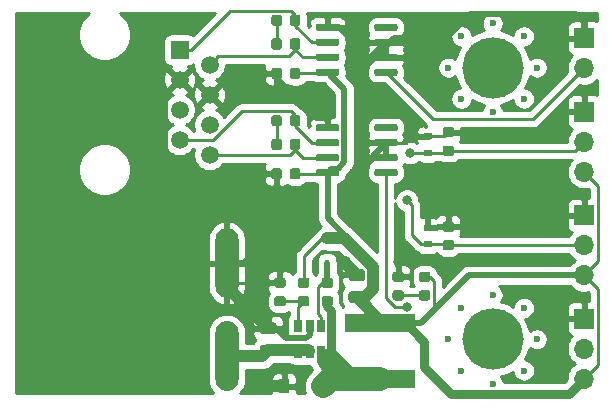
<source format=gbr>
G04 #@! TF.GenerationSoftware,KiCad,Pcbnew,5.1.5-52549c5~84~ubuntu18.04.1*
G04 #@! TF.CreationDate,2020-03-03T19:35:01-07:00*
G04 #@! TF.ProjectId,pole-node,706f6c65-2d6e-46f6-9465-2e6b69636164,rev?*
G04 #@! TF.SameCoordinates,Original*
G04 #@! TF.FileFunction,Copper,L1,Top*
G04 #@! TF.FilePolarity,Positive*
%FSLAX46Y46*%
G04 Gerber Fmt 4.6, Leading zero omitted, Abs format (unit mm)*
G04 Created by KiCad (PCBNEW 5.1.5-52549c5~84~ubuntu18.04.1) date 2020-03-03 19:35:01*
%MOMM*%
%LPD*%
G04 APERTURE LIST*
%ADD10C,0.600000*%
%ADD11C,5.200000*%
%ADD12O,1.700000X1.700000*%
%ADD13R,1.700000X1.700000*%
%ADD14R,0.700000X0.600000*%
%ADD15C,0.100000*%
%ADD16O,1.970000X5.930000*%
%ADD17R,0.650000X1.060000*%
%ADD18R,5.900000X1.600000*%
%ADD19C,1.500000*%
%ADD20R,1.500000X1.500000*%
%ADD21R,0.450000X0.600000*%
%ADD22R,0.900000X1.200000*%
%ADD23C,0.800000*%
%ADD24C,1.000000*%
%ADD25C,0.250000*%
%ADD26C,0.500000*%
%ADD27C,2.000000*%
%ADD28C,0.750000*%
%ADD29C,0.254000*%
G04 APERTURE END LIST*
D10*
X196650000Y-41150000D03*
X191350000Y-41150000D03*
X196650000Y-35850000D03*
X191350000Y-35850000D03*
X190250000Y-38500000D03*
X197750000Y-38500000D03*
X194000000Y-42250000D03*
X194000000Y-34750000D03*
D11*
X194000000Y-38500000D03*
D10*
X196650000Y-64150000D03*
X191350000Y-64150000D03*
X196650000Y-58850000D03*
X191350000Y-58850000D03*
X190250000Y-61500000D03*
X197750000Y-61500000D03*
X194000000Y-65250000D03*
X194000000Y-57750000D03*
D11*
X194000000Y-61500000D03*
D12*
X201750000Y-47330000D03*
X201750000Y-44790000D03*
D13*
X201750000Y-42250000D03*
D14*
X188500000Y-45700000D03*
X188500000Y-44300000D03*
G04 #@! TA.AperFunction,SMDPad,CuDef*
D15*
G36*
X190527691Y-43526053D02*
G01*
X190548926Y-43529203D01*
X190569750Y-43534419D01*
X190589962Y-43541651D01*
X190609368Y-43550830D01*
X190627781Y-43561866D01*
X190645024Y-43574654D01*
X190660930Y-43589070D01*
X190675346Y-43604976D01*
X190688134Y-43622219D01*
X190699170Y-43640632D01*
X190708349Y-43660038D01*
X190715581Y-43680250D01*
X190720797Y-43701074D01*
X190723947Y-43722309D01*
X190725000Y-43743750D01*
X190725000Y-44181250D01*
X190723947Y-44202691D01*
X190720797Y-44223926D01*
X190715581Y-44244750D01*
X190708349Y-44264962D01*
X190699170Y-44284368D01*
X190688134Y-44302781D01*
X190675346Y-44320024D01*
X190660930Y-44335930D01*
X190645024Y-44350346D01*
X190627781Y-44363134D01*
X190609368Y-44374170D01*
X190589962Y-44383349D01*
X190569750Y-44390581D01*
X190548926Y-44395797D01*
X190527691Y-44398947D01*
X190506250Y-44400000D01*
X189993750Y-44400000D01*
X189972309Y-44398947D01*
X189951074Y-44395797D01*
X189930250Y-44390581D01*
X189910038Y-44383349D01*
X189890632Y-44374170D01*
X189872219Y-44363134D01*
X189854976Y-44350346D01*
X189839070Y-44335930D01*
X189824654Y-44320024D01*
X189811866Y-44302781D01*
X189800830Y-44284368D01*
X189791651Y-44264962D01*
X189784419Y-44244750D01*
X189779203Y-44223926D01*
X189776053Y-44202691D01*
X189775000Y-44181250D01*
X189775000Y-43743750D01*
X189776053Y-43722309D01*
X189779203Y-43701074D01*
X189784419Y-43680250D01*
X189791651Y-43660038D01*
X189800830Y-43640632D01*
X189811866Y-43622219D01*
X189824654Y-43604976D01*
X189839070Y-43589070D01*
X189854976Y-43574654D01*
X189872219Y-43561866D01*
X189890632Y-43550830D01*
X189910038Y-43541651D01*
X189930250Y-43534419D01*
X189951074Y-43529203D01*
X189972309Y-43526053D01*
X189993750Y-43525000D01*
X190506250Y-43525000D01*
X190527691Y-43526053D01*
G37*
G04 #@! TD.AperFunction*
G04 #@! TA.AperFunction,SMDPad,CuDef*
G36*
X190527691Y-45101053D02*
G01*
X190548926Y-45104203D01*
X190569750Y-45109419D01*
X190589962Y-45116651D01*
X190609368Y-45125830D01*
X190627781Y-45136866D01*
X190645024Y-45149654D01*
X190660930Y-45164070D01*
X190675346Y-45179976D01*
X190688134Y-45197219D01*
X190699170Y-45215632D01*
X190708349Y-45235038D01*
X190715581Y-45255250D01*
X190720797Y-45276074D01*
X190723947Y-45297309D01*
X190725000Y-45318750D01*
X190725000Y-45756250D01*
X190723947Y-45777691D01*
X190720797Y-45798926D01*
X190715581Y-45819750D01*
X190708349Y-45839962D01*
X190699170Y-45859368D01*
X190688134Y-45877781D01*
X190675346Y-45895024D01*
X190660930Y-45910930D01*
X190645024Y-45925346D01*
X190627781Y-45938134D01*
X190609368Y-45949170D01*
X190589962Y-45958349D01*
X190569750Y-45965581D01*
X190548926Y-45970797D01*
X190527691Y-45973947D01*
X190506250Y-45975000D01*
X189993750Y-45975000D01*
X189972309Y-45973947D01*
X189951074Y-45970797D01*
X189930250Y-45965581D01*
X189910038Y-45958349D01*
X189890632Y-45949170D01*
X189872219Y-45938134D01*
X189854976Y-45925346D01*
X189839070Y-45910930D01*
X189824654Y-45895024D01*
X189811866Y-45877781D01*
X189800830Y-45859368D01*
X189791651Y-45839962D01*
X189784419Y-45819750D01*
X189779203Y-45798926D01*
X189776053Y-45777691D01*
X189775000Y-45756250D01*
X189775000Y-45318750D01*
X189776053Y-45297309D01*
X189779203Y-45276074D01*
X189784419Y-45255250D01*
X189791651Y-45235038D01*
X189800830Y-45215632D01*
X189811866Y-45197219D01*
X189824654Y-45179976D01*
X189839070Y-45164070D01*
X189854976Y-45149654D01*
X189872219Y-45136866D01*
X189890632Y-45125830D01*
X189910038Y-45116651D01*
X189930250Y-45109419D01*
X189951074Y-45104203D01*
X189972309Y-45101053D01*
X189993750Y-45100000D01*
X190506250Y-45100000D01*
X190527691Y-45101053D01*
G37*
G04 #@! TD.AperFunction*
D16*
X171500000Y-55050000D03*
X171500000Y-62950000D03*
G04 #@! TA.AperFunction,SMDPad,CuDef*
D15*
G36*
X180864703Y-47105722D02*
G01*
X180879264Y-47107882D01*
X180893543Y-47111459D01*
X180907403Y-47116418D01*
X180920710Y-47122712D01*
X180933336Y-47130280D01*
X180945159Y-47139048D01*
X180956066Y-47148934D01*
X180965952Y-47159841D01*
X180974720Y-47171664D01*
X180982288Y-47184290D01*
X180988582Y-47197597D01*
X180993541Y-47211457D01*
X180997118Y-47225736D01*
X180999278Y-47240297D01*
X181000000Y-47255000D01*
X181000000Y-47555000D01*
X180999278Y-47569703D01*
X180997118Y-47584264D01*
X180993541Y-47598543D01*
X180988582Y-47612403D01*
X180982288Y-47625710D01*
X180974720Y-47638336D01*
X180965952Y-47650159D01*
X180956066Y-47661066D01*
X180945159Y-47670952D01*
X180933336Y-47679720D01*
X180920710Y-47687288D01*
X180907403Y-47693582D01*
X180893543Y-47698541D01*
X180879264Y-47702118D01*
X180864703Y-47704278D01*
X180850000Y-47705000D01*
X179200000Y-47705000D01*
X179185297Y-47704278D01*
X179170736Y-47702118D01*
X179156457Y-47698541D01*
X179142597Y-47693582D01*
X179129290Y-47687288D01*
X179116664Y-47679720D01*
X179104841Y-47670952D01*
X179093934Y-47661066D01*
X179084048Y-47650159D01*
X179075280Y-47638336D01*
X179067712Y-47625710D01*
X179061418Y-47612403D01*
X179056459Y-47598543D01*
X179052882Y-47584264D01*
X179050722Y-47569703D01*
X179050000Y-47555000D01*
X179050000Y-47255000D01*
X179050722Y-47240297D01*
X179052882Y-47225736D01*
X179056459Y-47211457D01*
X179061418Y-47197597D01*
X179067712Y-47184290D01*
X179075280Y-47171664D01*
X179084048Y-47159841D01*
X179093934Y-47148934D01*
X179104841Y-47139048D01*
X179116664Y-47130280D01*
X179129290Y-47122712D01*
X179142597Y-47116418D01*
X179156457Y-47111459D01*
X179170736Y-47107882D01*
X179185297Y-47105722D01*
X179200000Y-47105000D01*
X180850000Y-47105000D01*
X180864703Y-47105722D01*
G37*
G04 #@! TD.AperFunction*
G04 #@! TA.AperFunction,SMDPad,CuDef*
G36*
X180864703Y-45835722D02*
G01*
X180879264Y-45837882D01*
X180893543Y-45841459D01*
X180907403Y-45846418D01*
X180920710Y-45852712D01*
X180933336Y-45860280D01*
X180945159Y-45869048D01*
X180956066Y-45878934D01*
X180965952Y-45889841D01*
X180974720Y-45901664D01*
X180982288Y-45914290D01*
X180988582Y-45927597D01*
X180993541Y-45941457D01*
X180997118Y-45955736D01*
X180999278Y-45970297D01*
X181000000Y-45985000D01*
X181000000Y-46285000D01*
X180999278Y-46299703D01*
X180997118Y-46314264D01*
X180993541Y-46328543D01*
X180988582Y-46342403D01*
X180982288Y-46355710D01*
X180974720Y-46368336D01*
X180965952Y-46380159D01*
X180956066Y-46391066D01*
X180945159Y-46400952D01*
X180933336Y-46409720D01*
X180920710Y-46417288D01*
X180907403Y-46423582D01*
X180893543Y-46428541D01*
X180879264Y-46432118D01*
X180864703Y-46434278D01*
X180850000Y-46435000D01*
X179200000Y-46435000D01*
X179185297Y-46434278D01*
X179170736Y-46432118D01*
X179156457Y-46428541D01*
X179142597Y-46423582D01*
X179129290Y-46417288D01*
X179116664Y-46409720D01*
X179104841Y-46400952D01*
X179093934Y-46391066D01*
X179084048Y-46380159D01*
X179075280Y-46368336D01*
X179067712Y-46355710D01*
X179061418Y-46342403D01*
X179056459Y-46328543D01*
X179052882Y-46314264D01*
X179050722Y-46299703D01*
X179050000Y-46285000D01*
X179050000Y-45985000D01*
X179050722Y-45970297D01*
X179052882Y-45955736D01*
X179056459Y-45941457D01*
X179061418Y-45927597D01*
X179067712Y-45914290D01*
X179075280Y-45901664D01*
X179084048Y-45889841D01*
X179093934Y-45878934D01*
X179104841Y-45869048D01*
X179116664Y-45860280D01*
X179129290Y-45852712D01*
X179142597Y-45846418D01*
X179156457Y-45841459D01*
X179170736Y-45837882D01*
X179185297Y-45835722D01*
X179200000Y-45835000D01*
X180850000Y-45835000D01*
X180864703Y-45835722D01*
G37*
G04 #@! TD.AperFunction*
G04 #@! TA.AperFunction,SMDPad,CuDef*
G36*
X180864703Y-44565722D02*
G01*
X180879264Y-44567882D01*
X180893543Y-44571459D01*
X180907403Y-44576418D01*
X180920710Y-44582712D01*
X180933336Y-44590280D01*
X180945159Y-44599048D01*
X180956066Y-44608934D01*
X180965952Y-44619841D01*
X180974720Y-44631664D01*
X180982288Y-44644290D01*
X180988582Y-44657597D01*
X180993541Y-44671457D01*
X180997118Y-44685736D01*
X180999278Y-44700297D01*
X181000000Y-44715000D01*
X181000000Y-45015000D01*
X180999278Y-45029703D01*
X180997118Y-45044264D01*
X180993541Y-45058543D01*
X180988582Y-45072403D01*
X180982288Y-45085710D01*
X180974720Y-45098336D01*
X180965952Y-45110159D01*
X180956066Y-45121066D01*
X180945159Y-45130952D01*
X180933336Y-45139720D01*
X180920710Y-45147288D01*
X180907403Y-45153582D01*
X180893543Y-45158541D01*
X180879264Y-45162118D01*
X180864703Y-45164278D01*
X180850000Y-45165000D01*
X179200000Y-45165000D01*
X179185297Y-45164278D01*
X179170736Y-45162118D01*
X179156457Y-45158541D01*
X179142597Y-45153582D01*
X179129290Y-45147288D01*
X179116664Y-45139720D01*
X179104841Y-45130952D01*
X179093934Y-45121066D01*
X179084048Y-45110159D01*
X179075280Y-45098336D01*
X179067712Y-45085710D01*
X179061418Y-45072403D01*
X179056459Y-45058543D01*
X179052882Y-45044264D01*
X179050722Y-45029703D01*
X179050000Y-45015000D01*
X179050000Y-44715000D01*
X179050722Y-44700297D01*
X179052882Y-44685736D01*
X179056459Y-44671457D01*
X179061418Y-44657597D01*
X179067712Y-44644290D01*
X179075280Y-44631664D01*
X179084048Y-44619841D01*
X179093934Y-44608934D01*
X179104841Y-44599048D01*
X179116664Y-44590280D01*
X179129290Y-44582712D01*
X179142597Y-44576418D01*
X179156457Y-44571459D01*
X179170736Y-44567882D01*
X179185297Y-44565722D01*
X179200000Y-44565000D01*
X180850000Y-44565000D01*
X180864703Y-44565722D01*
G37*
G04 #@! TD.AperFunction*
G04 #@! TA.AperFunction,SMDPad,CuDef*
G36*
X180864703Y-43295722D02*
G01*
X180879264Y-43297882D01*
X180893543Y-43301459D01*
X180907403Y-43306418D01*
X180920710Y-43312712D01*
X180933336Y-43320280D01*
X180945159Y-43329048D01*
X180956066Y-43338934D01*
X180965952Y-43349841D01*
X180974720Y-43361664D01*
X180982288Y-43374290D01*
X180988582Y-43387597D01*
X180993541Y-43401457D01*
X180997118Y-43415736D01*
X180999278Y-43430297D01*
X181000000Y-43445000D01*
X181000000Y-43745000D01*
X180999278Y-43759703D01*
X180997118Y-43774264D01*
X180993541Y-43788543D01*
X180988582Y-43802403D01*
X180982288Y-43815710D01*
X180974720Y-43828336D01*
X180965952Y-43840159D01*
X180956066Y-43851066D01*
X180945159Y-43860952D01*
X180933336Y-43869720D01*
X180920710Y-43877288D01*
X180907403Y-43883582D01*
X180893543Y-43888541D01*
X180879264Y-43892118D01*
X180864703Y-43894278D01*
X180850000Y-43895000D01*
X179200000Y-43895000D01*
X179185297Y-43894278D01*
X179170736Y-43892118D01*
X179156457Y-43888541D01*
X179142597Y-43883582D01*
X179129290Y-43877288D01*
X179116664Y-43869720D01*
X179104841Y-43860952D01*
X179093934Y-43851066D01*
X179084048Y-43840159D01*
X179075280Y-43828336D01*
X179067712Y-43815710D01*
X179061418Y-43802403D01*
X179056459Y-43788543D01*
X179052882Y-43774264D01*
X179050722Y-43759703D01*
X179050000Y-43745000D01*
X179050000Y-43445000D01*
X179050722Y-43430297D01*
X179052882Y-43415736D01*
X179056459Y-43401457D01*
X179061418Y-43387597D01*
X179067712Y-43374290D01*
X179075280Y-43361664D01*
X179084048Y-43349841D01*
X179093934Y-43338934D01*
X179104841Y-43329048D01*
X179116664Y-43320280D01*
X179129290Y-43312712D01*
X179142597Y-43306418D01*
X179156457Y-43301459D01*
X179170736Y-43297882D01*
X179185297Y-43295722D01*
X179200000Y-43295000D01*
X180850000Y-43295000D01*
X180864703Y-43295722D01*
G37*
G04 #@! TD.AperFunction*
G04 #@! TA.AperFunction,SMDPad,CuDef*
G36*
X185814703Y-43295722D02*
G01*
X185829264Y-43297882D01*
X185843543Y-43301459D01*
X185857403Y-43306418D01*
X185870710Y-43312712D01*
X185883336Y-43320280D01*
X185895159Y-43329048D01*
X185906066Y-43338934D01*
X185915952Y-43349841D01*
X185924720Y-43361664D01*
X185932288Y-43374290D01*
X185938582Y-43387597D01*
X185943541Y-43401457D01*
X185947118Y-43415736D01*
X185949278Y-43430297D01*
X185950000Y-43445000D01*
X185950000Y-43745000D01*
X185949278Y-43759703D01*
X185947118Y-43774264D01*
X185943541Y-43788543D01*
X185938582Y-43802403D01*
X185932288Y-43815710D01*
X185924720Y-43828336D01*
X185915952Y-43840159D01*
X185906066Y-43851066D01*
X185895159Y-43860952D01*
X185883336Y-43869720D01*
X185870710Y-43877288D01*
X185857403Y-43883582D01*
X185843543Y-43888541D01*
X185829264Y-43892118D01*
X185814703Y-43894278D01*
X185800000Y-43895000D01*
X184150000Y-43895000D01*
X184135297Y-43894278D01*
X184120736Y-43892118D01*
X184106457Y-43888541D01*
X184092597Y-43883582D01*
X184079290Y-43877288D01*
X184066664Y-43869720D01*
X184054841Y-43860952D01*
X184043934Y-43851066D01*
X184034048Y-43840159D01*
X184025280Y-43828336D01*
X184017712Y-43815710D01*
X184011418Y-43802403D01*
X184006459Y-43788543D01*
X184002882Y-43774264D01*
X184000722Y-43759703D01*
X184000000Y-43745000D01*
X184000000Y-43445000D01*
X184000722Y-43430297D01*
X184002882Y-43415736D01*
X184006459Y-43401457D01*
X184011418Y-43387597D01*
X184017712Y-43374290D01*
X184025280Y-43361664D01*
X184034048Y-43349841D01*
X184043934Y-43338934D01*
X184054841Y-43329048D01*
X184066664Y-43320280D01*
X184079290Y-43312712D01*
X184092597Y-43306418D01*
X184106457Y-43301459D01*
X184120736Y-43297882D01*
X184135297Y-43295722D01*
X184150000Y-43295000D01*
X185800000Y-43295000D01*
X185814703Y-43295722D01*
G37*
G04 #@! TD.AperFunction*
G04 #@! TA.AperFunction,SMDPad,CuDef*
G36*
X185814703Y-44565722D02*
G01*
X185829264Y-44567882D01*
X185843543Y-44571459D01*
X185857403Y-44576418D01*
X185870710Y-44582712D01*
X185883336Y-44590280D01*
X185895159Y-44599048D01*
X185906066Y-44608934D01*
X185915952Y-44619841D01*
X185924720Y-44631664D01*
X185932288Y-44644290D01*
X185938582Y-44657597D01*
X185943541Y-44671457D01*
X185947118Y-44685736D01*
X185949278Y-44700297D01*
X185950000Y-44715000D01*
X185950000Y-45015000D01*
X185949278Y-45029703D01*
X185947118Y-45044264D01*
X185943541Y-45058543D01*
X185938582Y-45072403D01*
X185932288Y-45085710D01*
X185924720Y-45098336D01*
X185915952Y-45110159D01*
X185906066Y-45121066D01*
X185895159Y-45130952D01*
X185883336Y-45139720D01*
X185870710Y-45147288D01*
X185857403Y-45153582D01*
X185843543Y-45158541D01*
X185829264Y-45162118D01*
X185814703Y-45164278D01*
X185800000Y-45165000D01*
X184150000Y-45165000D01*
X184135297Y-45164278D01*
X184120736Y-45162118D01*
X184106457Y-45158541D01*
X184092597Y-45153582D01*
X184079290Y-45147288D01*
X184066664Y-45139720D01*
X184054841Y-45130952D01*
X184043934Y-45121066D01*
X184034048Y-45110159D01*
X184025280Y-45098336D01*
X184017712Y-45085710D01*
X184011418Y-45072403D01*
X184006459Y-45058543D01*
X184002882Y-45044264D01*
X184000722Y-45029703D01*
X184000000Y-45015000D01*
X184000000Y-44715000D01*
X184000722Y-44700297D01*
X184002882Y-44685736D01*
X184006459Y-44671457D01*
X184011418Y-44657597D01*
X184017712Y-44644290D01*
X184025280Y-44631664D01*
X184034048Y-44619841D01*
X184043934Y-44608934D01*
X184054841Y-44599048D01*
X184066664Y-44590280D01*
X184079290Y-44582712D01*
X184092597Y-44576418D01*
X184106457Y-44571459D01*
X184120736Y-44567882D01*
X184135297Y-44565722D01*
X184150000Y-44565000D01*
X185800000Y-44565000D01*
X185814703Y-44565722D01*
G37*
G04 #@! TD.AperFunction*
G04 #@! TA.AperFunction,SMDPad,CuDef*
G36*
X185814703Y-45835722D02*
G01*
X185829264Y-45837882D01*
X185843543Y-45841459D01*
X185857403Y-45846418D01*
X185870710Y-45852712D01*
X185883336Y-45860280D01*
X185895159Y-45869048D01*
X185906066Y-45878934D01*
X185915952Y-45889841D01*
X185924720Y-45901664D01*
X185932288Y-45914290D01*
X185938582Y-45927597D01*
X185943541Y-45941457D01*
X185947118Y-45955736D01*
X185949278Y-45970297D01*
X185950000Y-45985000D01*
X185950000Y-46285000D01*
X185949278Y-46299703D01*
X185947118Y-46314264D01*
X185943541Y-46328543D01*
X185938582Y-46342403D01*
X185932288Y-46355710D01*
X185924720Y-46368336D01*
X185915952Y-46380159D01*
X185906066Y-46391066D01*
X185895159Y-46400952D01*
X185883336Y-46409720D01*
X185870710Y-46417288D01*
X185857403Y-46423582D01*
X185843543Y-46428541D01*
X185829264Y-46432118D01*
X185814703Y-46434278D01*
X185800000Y-46435000D01*
X184150000Y-46435000D01*
X184135297Y-46434278D01*
X184120736Y-46432118D01*
X184106457Y-46428541D01*
X184092597Y-46423582D01*
X184079290Y-46417288D01*
X184066664Y-46409720D01*
X184054841Y-46400952D01*
X184043934Y-46391066D01*
X184034048Y-46380159D01*
X184025280Y-46368336D01*
X184017712Y-46355710D01*
X184011418Y-46342403D01*
X184006459Y-46328543D01*
X184002882Y-46314264D01*
X184000722Y-46299703D01*
X184000000Y-46285000D01*
X184000000Y-45985000D01*
X184000722Y-45970297D01*
X184002882Y-45955736D01*
X184006459Y-45941457D01*
X184011418Y-45927597D01*
X184017712Y-45914290D01*
X184025280Y-45901664D01*
X184034048Y-45889841D01*
X184043934Y-45878934D01*
X184054841Y-45869048D01*
X184066664Y-45860280D01*
X184079290Y-45852712D01*
X184092597Y-45846418D01*
X184106457Y-45841459D01*
X184120736Y-45837882D01*
X184135297Y-45835722D01*
X184150000Y-45835000D01*
X185800000Y-45835000D01*
X185814703Y-45835722D01*
G37*
G04 #@! TD.AperFunction*
G04 #@! TA.AperFunction,SMDPad,CuDef*
G36*
X185814703Y-47105722D02*
G01*
X185829264Y-47107882D01*
X185843543Y-47111459D01*
X185857403Y-47116418D01*
X185870710Y-47122712D01*
X185883336Y-47130280D01*
X185895159Y-47139048D01*
X185906066Y-47148934D01*
X185915952Y-47159841D01*
X185924720Y-47171664D01*
X185932288Y-47184290D01*
X185938582Y-47197597D01*
X185943541Y-47211457D01*
X185947118Y-47225736D01*
X185949278Y-47240297D01*
X185950000Y-47255000D01*
X185950000Y-47555000D01*
X185949278Y-47569703D01*
X185947118Y-47584264D01*
X185943541Y-47598543D01*
X185938582Y-47612403D01*
X185932288Y-47625710D01*
X185924720Y-47638336D01*
X185915952Y-47650159D01*
X185906066Y-47661066D01*
X185895159Y-47670952D01*
X185883336Y-47679720D01*
X185870710Y-47687288D01*
X185857403Y-47693582D01*
X185843543Y-47698541D01*
X185829264Y-47702118D01*
X185814703Y-47704278D01*
X185800000Y-47705000D01*
X184150000Y-47705000D01*
X184135297Y-47704278D01*
X184120736Y-47702118D01*
X184106457Y-47698541D01*
X184092597Y-47693582D01*
X184079290Y-47687288D01*
X184066664Y-47679720D01*
X184054841Y-47670952D01*
X184043934Y-47661066D01*
X184034048Y-47650159D01*
X184025280Y-47638336D01*
X184017712Y-47625710D01*
X184011418Y-47612403D01*
X184006459Y-47598543D01*
X184002882Y-47584264D01*
X184000722Y-47569703D01*
X184000000Y-47555000D01*
X184000000Y-47255000D01*
X184000722Y-47240297D01*
X184002882Y-47225736D01*
X184006459Y-47211457D01*
X184011418Y-47197597D01*
X184017712Y-47184290D01*
X184025280Y-47171664D01*
X184034048Y-47159841D01*
X184043934Y-47148934D01*
X184054841Y-47139048D01*
X184066664Y-47130280D01*
X184079290Y-47122712D01*
X184092597Y-47116418D01*
X184106457Y-47111459D01*
X184120736Y-47107882D01*
X184135297Y-47105722D01*
X184150000Y-47105000D01*
X185800000Y-47105000D01*
X185814703Y-47105722D01*
G37*
G04 #@! TD.AperFunction*
G04 #@! TA.AperFunction,SMDPad,CuDef*
G36*
X180864703Y-38605722D02*
G01*
X180879264Y-38607882D01*
X180893543Y-38611459D01*
X180907403Y-38616418D01*
X180920710Y-38622712D01*
X180933336Y-38630280D01*
X180945159Y-38639048D01*
X180956066Y-38648934D01*
X180965952Y-38659841D01*
X180974720Y-38671664D01*
X180982288Y-38684290D01*
X180988582Y-38697597D01*
X180993541Y-38711457D01*
X180997118Y-38725736D01*
X180999278Y-38740297D01*
X181000000Y-38755000D01*
X181000000Y-39055000D01*
X180999278Y-39069703D01*
X180997118Y-39084264D01*
X180993541Y-39098543D01*
X180988582Y-39112403D01*
X180982288Y-39125710D01*
X180974720Y-39138336D01*
X180965952Y-39150159D01*
X180956066Y-39161066D01*
X180945159Y-39170952D01*
X180933336Y-39179720D01*
X180920710Y-39187288D01*
X180907403Y-39193582D01*
X180893543Y-39198541D01*
X180879264Y-39202118D01*
X180864703Y-39204278D01*
X180850000Y-39205000D01*
X179200000Y-39205000D01*
X179185297Y-39204278D01*
X179170736Y-39202118D01*
X179156457Y-39198541D01*
X179142597Y-39193582D01*
X179129290Y-39187288D01*
X179116664Y-39179720D01*
X179104841Y-39170952D01*
X179093934Y-39161066D01*
X179084048Y-39150159D01*
X179075280Y-39138336D01*
X179067712Y-39125710D01*
X179061418Y-39112403D01*
X179056459Y-39098543D01*
X179052882Y-39084264D01*
X179050722Y-39069703D01*
X179050000Y-39055000D01*
X179050000Y-38755000D01*
X179050722Y-38740297D01*
X179052882Y-38725736D01*
X179056459Y-38711457D01*
X179061418Y-38697597D01*
X179067712Y-38684290D01*
X179075280Y-38671664D01*
X179084048Y-38659841D01*
X179093934Y-38648934D01*
X179104841Y-38639048D01*
X179116664Y-38630280D01*
X179129290Y-38622712D01*
X179142597Y-38616418D01*
X179156457Y-38611459D01*
X179170736Y-38607882D01*
X179185297Y-38605722D01*
X179200000Y-38605000D01*
X180850000Y-38605000D01*
X180864703Y-38605722D01*
G37*
G04 #@! TD.AperFunction*
G04 #@! TA.AperFunction,SMDPad,CuDef*
G36*
X180864703Y-37335722D02*
G01*
X180879264Y-37337882D01*
X180893543Y-37341459D01*
X180907403Y-37346418D01*
X180920710Y-37352712D01*
X180933336Y-37360280D01*
X180945159Y-37369048D01*
X180956066Y-37378934D01*
X180965952Y-37389841D01*
X180974720Y-37401664D01*
X180982288Y-37414290D01*
X180988582Y-37427597D01*
X180993541Y-37441457D01*
X180997118Y-37455736D01*
X180999278Y-37470297D01*
X181000000Y-37485000D01*
X181000000Y-37785000D01*
X180999278Y-37799703D01*
X180997118Y-37814264D01*
X180993541Y-37828543D01*
X180988582Y-37842403D01*
X180982288Y-37855710D01*
X180974720Y-37868336D01*
X180965952Y-37880159D01*
X180956066Y-37891066D01*
X180945159Y-37900952D01*
X180933336Y-37909720D01*
X180920710Y-37917288D01*
X180907403Y-37923582D01*
X180893543Y-37928541D01*
X180879264Y-37932118D01*
X180864703Y-37934278D01*
X180850000Y-37935000D01*
X179200000Y-37935000D01*
X179185297Y-37934278D01*
X179170736Y-37932118D01*
X179156457Y-37928541D01*
X179142597Y-37923582D01*
X179129290Y-37917288D01*
X179116664Y-37909720D01*
X179104841Y-37900952D01*
X179093934Y-37891066D01*
X179084048Y-37880159D01*
X179075280Y-37868336D01*
X179067712Y-37855710D01*
X179061418Y-37842403D01*
X179056459Y-37828543D01*
X179052882Y-37814264D01*
X179050722Y-37799703D01*
X179050000Y-37785000D01*
X179050000Y-37485000D01*
X179050722Y-37470297D01*
X179052882Y-37455736D01*
X179056459Y-37441457D01*
X179061418Y-37427597D01*
X179067712Y-37414290D01*
X179075280Y-37401664D01*
X179084048Y-37389841D01*
X179093934Y-37378934D01*
X179104841Y-37369048D01*
X179116664Y-37360280D01*
X179129290Y-37352712D01*
X179142597Y-37346418D01*
X179156457Y-37341459D01*
X179170736Y-37337882D01*
X179185297Y-37335722D01*
X179200000Y-37335000D01*
X180850000Y-37335000D01*
X180864703Y-37335722D01*
G37*
G04 #@! TD.AperFunction*
G04 #@! TA.AperFunction,SMDPad,CuDef*
G36*
X180864703Y-36065722D02*
G01*
X180879264Y-36067882D01*
X180893543Y-36071459D01*
X180907403Y-36076418D01*
X180920710Y-36082712D01*
X180933336Y-36090280D01*
X180945159Y-36099048D01*
X180956066Y-36108934D01*
X180965952Y-36119841D01*
X180974720Y-36131664D01*
X180982288Y-36144290D01*
X180988582Y-36157597D01*
X180993541Y-36171457D01*
X180997118Y-36185736D01*
X180999278Y-36200297D01*
X181000000Y-36215000D01*
X181000000Y-36515000D01*
X180999278Y-36529703D01*
X180997118Y-36544264D01*
X180993541Y-36558543D01*
X180988582Y-36572403D01*
X180982288Y-36585710D01*
X180974720Y-36598336D01*
X180965952Y-36610159D01*
X180956066Y-36621066D01*
X180945159Y-36630952D01*
X180933336Y-36639720D01*
X180920710Y-36647288D01*
X180907403Y-36653582D01*
X180893543Y-36658541D01*
X180879264Y-36662118D01*
X180864703Y-36664278D01*
X180850000Y-36665000D01*
X179200000Y-36665000D01*
X179185297Y-36664278D01*
X179170736Y-36662118D01*
X179156457Y-36658541D01*
X179142597Y-36653582D01*
X179129290Y-36647288D01*
X179116664Y-36639720D01*
X179104841Y-36630952D01*
X179093934Y-36621066D01*
X179084048Y-36610159D01*
X179075280Y-36598336D01*
X179067712Y-36585710D01*
X179061418Y-36572403D01*
X179056459Y-36558543D01*
X179052882Y-36544264D01*
X179050722Y-36529703D01*
X179050000Y-36515000D01*
X179050000Y-36215000D01*
X179050722Y-36200297D01*
X179052882Y-36185736D01*
X179056459Y-36171457D01*
X179061418Y-36157597D01*
X179067712Y-36144290D01*
X179075280Y-36131664D01*
X179084048Y-36119841D01*
X179093934Y-36108934D01*
X179104841Y-36099048D01*
X179116664Y-36090280D01*
X179129290Y-36082712D01*
X179142597Y-36076418D01*
X179156457Y-36071459D01*
X179170736Y-36067882D01*
X179185297Y-36065722D01*
X179200000Y-36065000D01*
X180850000Y-36065000D01*
X180864703Y-36065722D01*
G37*
G04 #@! TD.AperFunction*
G04 #@! TA.AperFunction,SMDPad,CuDef*
G36*
X180864703Y-34795722D02*
G01*
X180879264Y-34797882D01*
X180893543Y-34801459D01*
X180907403Y-34806418D01*
X180920710Y-34812712D01*
X180933336Y-34820280D01*
X180945159Y-34829048D01*
X180956066Y-34838934D01*
X180965952Y-34849841D01*
X180974720Y-34861664D01*
X180982288Y-34874290D01*
X180988582Y-34887597D01*
X180993541Y-34901457D01*
X180997118Y-34915736D01*
X180999278Y-34930297D01*
X181000000Y-34945000D01*
X181000000Y-35245000D01*
X180999278Y-35259703D01*
X180997118Y-35274264D01*
X180993541Y-35288543D01*
X180988582Y-35302403D01*
X180982288Y-35315710D01*
X180974720Y-35328336D01*
X180965952Y-35340159D01*
X180956066Y-35351066D01*
X180945159Y-35360952D01*
X180933336Y-35369720D01*
X180920710Y-35377288D01*
X180907403Y-35383582D01*
X180893543Y-35388541D01*
X180879264Y-35392118D01*
X180864703Y-35394278D01*
X180850000Y-35395000D01*
X179200000Y-35395000D01*
X179185297Y-35394278D01*
X179170736Y-35392118D01*
X179156457Y-35388541D01*
X179142597Y-35383582D01*
X179129290Y-35377288D01*
X179116664Y-35369720D01*
X179104841Y-35360952D01*
X179093934Y-35351066D01*
X179084048Y-35340159D01*
X179075280Y-35328336D01*
X179067712Y-35315710D01*
X179061418Y-35302403D01*
X179056459Y-35288543D01*
X179052882Y-35274264D01*
X179050722Y-35259703D01*
X179050000Y-35245000D01*
X179050000Y-34945000D01*
X179050722Y-34930297D01*
X179052882Y-34915736D01*
X179056459Y-34901457D01*
X179061418Y-34887597D01*
X179067712Y-34874290D01*
X179075280Y-34861664D01*
X179084048Y-34849841D01*
X179093934Y-34838934D01*
X179104841Y-34829048D01*
X179116664Y-34820280D01*
X179129290Y-34812712D01*
X179142597Y-34806418D01*
X179156457Y-34801459D01*
X179170736Y-34797882D01*
X179185297Y-34795722D01*
X179200000Y-34795000D01*
X180850000Y-34795000D01*
X180864703Y-34795722D01*
G37*
G04 #@! TD.AperFunction*
G04 #@! TA.AperFunction,SMDPad,CuDef*
G36*
X185814703Y-34795722D02*
G01*
X185829264Y-34797882D01*
X185843543Y-34801459D01*
X185857403Y-34806418D01*
X185870710Y-34812712D01*
X185883336Y-34820280D01*
X185895159Y-34829048D01*
X185906066Y-34838934D01*
X185915952Y-34849841D01*
X185924720Y-34861664D01*
X185932288Y-34874290D01*
X185938582Y-34887597D01*
X185943541Y-34901457D01*
X185947118Y-34915736D01*
X185949278Y-34930297D01*
X185950000Y-34945000D01*
X185950000Y-35245000D01*
X185949278Y-35259703D01*
X185947118Y-35274264D01*
X185943541Y-35288543D01*
X185938582Y-35302403D01*
X185932288Y-35315710D01*
X185924720Y-35328336D01*
X185915952Y-35340159D01*
X185906066Y-35351066D01*
X185895159Y-35360952D01*
X185883336Y-35369720D01*
X185870710Y-35377288D01*
X185857403Y-35383582D01*
X185843543Y-35388541D01*
X185829264Y-35392118D01*
X185814703Y-35394278D01*
X185800000Y-35395000D01*
X184150000Y-35395000D01*
X184135297Y-35394278D01*
X184120736Y-35392118D01*
X184106457Y-35388541D01*
X184092597Y-35383582D01*
X184079290Y-35377288D01*
X184066664Y-35369720D01*
X184054841Y-35360952D01*
X184043934Y-35351066D01*
X184034048Y-35340159D01*
X184025280Y-35328336D01*
X184017712Y-35315710D01*
X184011418Y-35302403D01*
X184006459Y-35288543D01*
X184002882Y-35274264D01*
X184000722Y-35259703D01*
X184000000Y-35245000D01*
X184000000Y-34945000D01*
X184000722Y-34930297D01*
X184002882Y-34915736D01*
X184006459Y-34901457D01*
X184011418Y-34887597D01*
X184017712Y-34874290D01*
X184025280Y-34861664D01*
X184034048Y-34849841D01*
X184043934Y-34838934D01*
X184054841Y-34829048D01*
X184066664Y-34820280D01*
X184079290Y-34812712D01*
X184092597Y-34806418D01*
X184106457Y-34801459D01*
X184120736Y-34797882D01*
X184135297Y-34795722D01*
X184150000Y-34795000D01*
X185800000Y-34795000D01*
X185814703Y-34795722D01*
G37*
G04 #@! TD.AperFunction*
G04 #@! TA.AperFunction,SMDPad,CuDef*
G36*
X185814703Y-36065722D02*
G01*
X185829264Y-36067882D01*
X185843543Y-36071459D01*
X185857403Y-36076418D01*
X185870710Y-36082712D01*
X185883336Y-36090280D01*
X185895159Y-36099048D01*
X185906066Y-36108934D01*
X185915952Y-36119841D01*
X185924720Y-36131664D01*
X185932288Y-36144290D01*
X185938582Y-36157597D01*
X185943541Y-36171457D01*
X185947118Y-36185736D01*
X185949278Y-36200297D01*
X185950000Y-36215000D01*
X185950000Y-36515000D01*
X185949278Y-36529703D01*
X185947118Y-36544264D01*
X185943541Y-36558543D01*
X185938582Y-36572403D01*
X185932288Y-36585710D01*
X185924720Y-36598336D01*
X185915952Y-36610159D01*
X185906066Y-36621066D01*
X185895159Y-36630952D01*
X185883336Y-36639720D01*
X185870710Y-36647288D01*
X185857403Y-36653582D01*
X185843543Y-36658541D01*
X185829264Y-36662118D01*
X185814703Y-36664278D01*
X185800000Y-36665000D01*
X184150000Y-36665000D01*
X184135297Y-36664278D01*
X184120736Y-36662118D01*
X184106457Y-36658541D01*
X184092597Y-36653582D01*
X184079290Y-36647288D01*
X184066664Y-36639720D01*
X184054841Y-36630952D01*
X184043934Y-36621066D01*
X184034048Y-36610159D01*
X184025280Y-36598336D01*
X184017712Y-36585710D01*
X184011418Y-36572403D01*
X184006459Y-36558543D01*
X184002882Y-36544264D01*
X184000722Y-36529703D01*
X184000000Y-36515000D01*
X184000000Y-36215000D01*
X184000722Y-36200297D01*
X184002882Y-36185736D01*
X184006459Y-36171457D01*
X184011418Y-36157597D01*
X184017712Y-36144290D01*
X184025280Y-36131664D01*
X184034048Y-36119841D01*
X184043934Y-36108934D01*
X184054841Y-36099048D01*
X184066664Y-36090280D01*
X184079290Y-36082712D01*
X184092597Y-36076418D01*
X184106457Y-36071459D01*
X184120736Y-36067882D01*
X184135297Y-36065722D01*
X184150000Y-36065000D01*
X185800000Y-36065000D01*
X185814703Y-36065722D01*
G37*
G04 #@! TD.AperFunction*
G04 #@! TA.AperFunction,SMDPad,CuDef*
G36*
X185814703Y-37335722D02*
G01*
X185829264Y-37337882D01*
X185843543Y-37341459D01*
X185857403Y-37346418D01*
X185870710Y-37352712D01*
X185883336Y-37360280D01*
X185895159Y-37369048D01*
X185906066Y-37378934D01*
X185915952Y-37389841D01*
X185924720Y-37401664D01*
X185932288Y-37414290D01*
X185938582Y-37427597D01*
X185943541Y-37441457D01*
X185947118Y-37455736D01*
X185949278Y-37470297D01*
X185950000Y-37485000D01*
X185950000Y-37785000D01*
X185949278Y-37799703D01*
X185947118Y-37814264D01*
X185943541Y-37828543D01*
X185938582Y-37842403D01*
X185932288Y-37855710D01*
X185924720Y-37868336D01*
X185915952Y-37880159D01*
X185906066Y-37891066D01*
X185895159Y-37900952D01*
X185883336Y-37909720D01*
X185870710Y-37917288D01*
X185857403Y-37923582D01*
X185843543Y-37928541D01*
X185829264Y-37932118D01*
X185814703Y-37934278D01*
X185800000Y-37935000D01*
X184150000Y-37935000D01*
X184135297Y-37934278D01*
X184120736Y-37932118D01*
X184106457Y-37928541D01*
X184092597Y-37923582D01*
X184079290Y-37917288D01*
X184066664Y-37909720D01*
X184054841Y-37900952D01*
X184043934Y-37891066D01*
X184034048Y-37880159D01*
X184025280Y-37868336D01*
X184017712Y-37855710D01*
X184011418Y-37842403D01*
X184006459Y-37828543D01*
X184002882Y-37814264D01*
X184000722Y-37799703D01*
X184000000Y-37785000D01*
X184000000Y-37485000D01*
X184000722Y-37470297D01*
X184002882Y-37455736D01*
X184006459Y-37441457D01*
X184011418Y-37427597D01*
X184017712Y-37414290D01*
X184025280Y-37401664D01*
X184034048Y-37389841D01*
X184043934Y-37378934D01*
X184054841Y-37369048D01*
X184066664Y-37360280D01*
X184079290Y-37352712D01*
X184092597Y-37346418D01*
X184106457Y-37341459D01*
X184120736Y-37337882D01*
X184135297Y-37335722D01*
X184150000Y-37335000D01*
X185800000Y-37335000D01*
X185814703Y-37335722D01*
G37*
G04 #@! TD.AperFunction*
G04 #@! TA.AperFunction,SMDPad,CuDef*
G36*
X185814703Y-38605722D02*
G01*
X185829264Y-38607882D01*
X185843543Y-38611459D01*
X185857403Y-38616418D01*
X185870710Y-38622712D01*
X185883336Y-38630280D01*
X185895159Y-38639048D01*
X185906066Y-38648934D01*
X185915952Y-38659841D01*
X185924720Y-38671664D01*
X185932288Y-38684290D01*
X185938582Y-38697597D01*
X185943541Y-38711457D01*
X185947118Y-38725736D01*
X185949278Y-38740297D01*
X185950000Y-38755000D01*
X185950000Y-39055000D01*
X185949278Y-39069703D01*
X185947118Y-39084264D01*
X185943541Y-39098543D01*
X185938582Y-39112403D01*
X185932288Y-39125710D01*
X185924720Y-39138336D01*
X185915952Y-39150159D01*
X185906066Y-39161066D01*
X185895159Y-39170952D01*
X185883336Y-39179720D01*
X185870710Y-39187288D01*
X185857403Y-39193582D01*
X185843543Y-39198541D01*
X185829264Y-39202118D01*
X185814703Y-39204278D01*
X185800000Y-39205000D01*
X184150000Y-39205000D01*
X184135297Y-39204278D01*
X184120736Y-39202118D01*
X184106457Y-39198541D01*
X184092597Y-39193582D01*
X184079290Y-39187288D01*
X184066664Y-39179720D01*
X184054841Y-39170952D01*
X184043934Y-39161066D01*
X184034048Y-39150159D01*
X184025280Y-39138336D01*
X184017712Y-39125710D01*
X184011418Y-39112403D01*
X184006459Y-39098543D01*
X184002882Y-39084264D01*
X184000722Y-39069703D01*
X184000000Y-39055000D01*
X184000000Y-38755000D01*
X184000722Y-38740297D01*
X184002882Y-38725736D01*
X184006459Y-38711457D01*
X184011418Y-38697597D01*
X184017712Y-38684290D01*
X184025280Y-38671664D01*
X184034048Y-38659841D01*
X184043934Y-38648934D01*
X184054841Y-38639048D01*
X184066664Y-38630280D01*
X184079290Y-38622712D01*
X184092597Y-38616418D01*
X184106457Y-38611459D01*
X184120736Y-38607882D01*
X184135297Y-38605722D01*
X184150000Y-38605000D01*
X185800000Y-38605000D01*
X185814703Y-38605722D01*
G37*
G04 #@! TD.AperFunction*
D17*
X178500000Y-62600000D03*
X179450000Y-62600000D03*
X177550000Y-62600000D03*
X177550000Y-60400000D03*
X178500000Y-60400000D03*
X179450000Y-60400000D03*
G04 #@! TA.AperFunction,SMDPad,CuDef*
D15*
G36*
X186277691Y-55776053D02*
G01*
X186298926Y-55779203D01*
X186319750Y-55784419D01*
X186339962Y-55791651D01*
X186359368Y-55800830D01*
X186377781Y-55811866D01*
X186395024Y-55824654D01*
X186410930Y-55839070D01*
X186425346Y-55854976D01*
X186438134Y-55872219D01*
X186449170Y-55890632D01*
X186458349Y-55910038D01*
X186465581Y-55930250D01*
X186470797Y-55951074D01*
X186473947Y-55972309D01*
X186475000Y-55993750D01*
X186475000Y-56431250D01*
X186473947Y-56452691D01*
X186470797Y-56473926D01*
X186465581Y-56494750D01*
X186458349Y-56514962D01*
X186449170Y-56534368D01*
X186438134Y-56552781D01*
X186425346Y-56570024D01*
X186410930Y-56585930D01*
X186395024Y-56600346D01*
X186377781Y-56613134D01*
X186359368Y-56624170D01*
X186339962Y-56633349D01*
X186319750Y-56640581D01*
X186298926Y-56645797D01*
X186277691Y-56648947D01*
X186256250Y-56650000D01*
X185743750Y-56650000D01*
X185722309Y-56648947D01*
X185701074Y-56645797D01*
X185680250Y-56640581D01*
X185660038Y-56633349D01*
X185640632Y-56624170D01*
X185622219Y-56613134D01*
X185604976Y-56600346D01*
X185589070Y-56585930D01*
X185574654Y-56570024D01*
X185561866Y-56552781D01*
X185550830Y-56534368D01*
X185541651Y-56514962D01*
X185534419Y-56494750D01*
X185529203Y-56473926D01*
X185526053Y-56452691D01*
X185525000Y-56431250D01*
X185525000Y-55993750D01*
X185526053Y-55972309D01*
X185529203Y-55951074D01*
X185534419Y-55930250D01*
X185541651Y-55910038D01*
X185550830Y-55890632D01*
X185561866Y-55872219D01*
X185574654Y-55854976D01*
X185589070Y-55839070D01*
X185604976Y-55824654D01*
X185622219Y-55811866D01*
X185640632Y-55800830D01*
X185660038Y-55791651D01*
X185680250Y-55784419D01*
X185701074Y-55779203D01*
X185722309Y-55776053D01*
X185743750Y-55775000D01*
X186256250Y-55775000D01*
X186277691Y-55776053D01*
G37*
G04 #@! TD.AperFunction*
G04 #@! TA.AperFunction,SMDPad,CuDef*
G36*
X186277691Y-57351053D02*
G01*
X186298926Y-57354203D01*
X186319750Y-57359419D01*
X186339962Y-57366651D01*
X186359368Y-57375830D01*
X186377781Y-57386866D01*
X186395024Y-57399654D01*
X186410930Y-57414070D01*
X186425346Y-57429976D01*
X186438134Y-57447219D01*
X186449170Y-57465632D01*
X186458349Y-57485038D01*
X186465581Y-57505250D01*
X186470797Y-57526074D01*
X186473947Y-57547309D01*
X186475000Y-57568750D01*
X186475000Y-58006250D01*
X186473947Y-58027691D01*
X186470797Y-58048926D01*
X186465581Y-58069750D01*
X186458349Y-58089962D01*
X186449170Y-58109368D01*
X186438134Y-58127781D01*
X186425346Y-58145024D01*
X186410930Y-58160930D01*
X186395024Y-58175346D01*
X186377781Y-58188134D01*
X186359368Y-58199170D01*
X186339962Y-58208349D01*
X186319750Y-58215581D01*
X186298926Y-58220797D01*
X186277691Y-58223947D01*
X186256250Y-58225000D01*
X185743750Y-58225000D01*
X185722309Y-58223947D01*
X185701074Y-58220797D01*
X185680250Y-58215581D01*
X185660038Y-58208349D01*
X185640632Y-58199170D01*
X185622219Y-58188134D01*
X185604976Y-58175346D01*
X185589070Y-58160930D01*
X185574654Y-58145024D01*
X185561866Y-58127781D01*
X185550830Y-58109368D01*
X185541651Y-58089962D01*
X185534419Y-58069750D01*
X185529203Y-58048926D01*
X185526053Y-58027691D01*
X185525000Y-58006250D01*
X185525000Y-57568750D01*
X185526053Y-57547309D01*
X185529203Y-57526074D01*
X185534419Y-57505250D01*
X185541651Y-57485038D01*
X185550830Y-57465632D01*
X185561866Y-57447219D01*
X185574654Y-57429976D01*
X185589070Y-57414070D01*
X185604976Y-57399654D01*
X185622219Y-57386866D01*
X185640632Y-57375830D01*
X185660038Y-57366651D01*
X185680250Y-57359419D01*
X185701074Y-57354203D01*
X185722309Y-57351053D01*
X185743750Y-57350000D01*
X186256250Y-57350000D01*
X186277691Y-57351053D01*
G37*
G04 #@! TD.AperFunction*
G04 #@! TA.AperFunction,SMDPad,CuDef*
G36*
X175952691Y-44526053D02*
G01*
X175973926Y-44529203D01*
X175994750Y-44534419D01*
X176014962Y-44541651D01*
X176034368Y-44550830D01*
X176052781Y-44561866D01*
X176070024Y-44574654D01*
X176085930Y-44589070D01*
X176100346Y-44604976D01*
X176113134Y-44622219D01*
X176124170Y-44640632D01*
X176133349Y-44660038D01*
X176140581Y-44680250D01*
X176145797Y-44701074D01*
X176148947Y-44722309D01*
X176150000Y-44743750D01*
X176150000Y-45256250D01*
X176148947Y-45277691D01*
X176145797Y-45298926D01*
X176140581Y-45319750D01*
X176133349Y-45339962D01*
X176124170Y-45359368D01*
X176113134Y-45377781D01*
X176100346Y-45395024D01*
X176085930Y-45410930D01*
X176070024Y-45425346D01*
X176052781Y-45438134D01*
X176034368Y-45449170D01*
X176014962Y-45458349D01*
X175994750Y-45465581D01*
X175973926Y-45470797D01*
X175952691Y-45473947D01*
X175931250Y-45475000D01*
X175493750Y-45475000D01*
X175472309Y-45473947D01*
X175451074Y-45470797D01*
X175430250Y-45465581D01*
X175410038Y-45458349D01*
X175390632Y-45449170D01*
X175372219Y-45438134D01*
X175354976Y-45425346D01*
X175339070Y-45410930D01*
X175324654Y-45395024D01*
X175311866Y-45377781D01*
X175300830Y-45359368D01*
X175291651Y-45339962D01*
X175284419Y-45319750D01*
X175279203Y-45298926D01*
X175276053Y-45277691D01*
X175275000Y-45256250D01*
X175275000Y-44743750D01*
X175276053Y-44722309D01*
X175279203Y-44701074D01*
X175284419Y-44680250D01*
X175291651Y-44660038D01*
X175300830Y-44640632D01*
X175311866Y-44622219D01*
X175324654Y-44604976D01*
X175339070Y-44589070D01*
X175354976Y-44574654D01*
X175372219Y-44561866D01*
X175390632Y-44550830D01*
X175410038Y-44541651D01*
X175430250Y-44534419D01*
X175451074Y-44529203D01*
X175472309Y-44526053D01*
X175493750Y-44525000D01*
X175931250Y-44525000D01*
X175952691Y-44526053D01*
G37*
G04 #@! TD.AperFunction*
G04 #@! TA.AperFunction,SMDPad,CuDef*
G36*
X177527691Y-44526053D02*
G01*
X177548926Y-44529203D01*
X177569750Y-44534419D01*
X177589962Y-44541651D01*
X177609368Y-44550830D01*
X177627781Y-44561866D01*
X177645024Y-44574654D01*
X177660930Y-44589070D01*
X177675346Y-44604976D01*
X177688134Y-44622219D01*
X177699170Y-44640632D01*
X177708349Y-44660038D01*
X177715581Y-44680250D01*
X177720797Y-44701074D01*
X177723947Y-44722309D01*
X177725000Y-44743750D01*
X177725000Y-45256250D01*
X177723947Y-45277691D01*
X177720797Y-45298926D01*
X177715581Y-45319750D01*
X177708349Y-45339962D01*
X177699170Y-45359368D01*
X177688134Y-45377781D01*
X177675346Y-45395024D01*
X177660930Y-45410930D01*
X177645024Y-45425346D01*
X177627781Y-45438134D01*
X177609368Y-45449170D01*
X177589962Y-45458349D01*
X177569750Y-45465581D01*
X177548926Y-45470797D01*
X177527691Y-45473947D01*
X177506250Y-45475000D01*
X177068750Y-45475000D01*
X177047309Y-45473947D01*
X177026074Y-45470797D01*
X177005250Y-45465581D01*
X176985038Y-45458349D01*
X176965632Y-45449170D01*
X176947219Y-45438134D01*
X176929976Y-45425346D01*
X176914070Y-45410930D01*
X176899654Y-45395024D01*
X176886866Y-45377781D01*
X176875830Y-45359368D01*
X176866651Y-45339962D01*
X176859419Y-45319750D01*
X176854203Y-45298926D01*
X176851053Y-45277691D01*
X176850000Y-45256250D01*
X176850000Y-44743750D01*
X176851053Y-44722309D01*
X176854203Y-44701074D01*
X176859419Y-44680250D01*
X176866651Y-44660038D01*
X176875830Y-44640632D01*
X176886866Y-44622219D01*
X176899654Y-44604976D01*
X176914070Y-44589070D01*
X176929976Y-44574654D01*
X176947219Y-44561866D01*
X176965632Y-44550830D01*
X176985038Y-44541651D01*
X177005250Y-44534419D01*
X177026074Y-44529203D01*
X177047309Y-44526053D01*
X177068750Y-44525000D01*
X177506250Y-44525000D01*
X177527691Y-44526053D01*
G37*
G04 #@! TD.AperFunction*
G04 #@! TA.AperFunction,SMDPad,CuDef*
G36*
X175952691Y-36026053D02*
G01*
X175973926Y-36029203D01*
X175994750Y-36034419D01*
X176014962Y-36041651D01*
X176034368Y-36050830D01*
X176052781Y-36061866D01*
X176070024Y-36074654D01*
X176085930Y-36089070D01*
X176100346Y-36104976D01*
X176113134Y-36122219D01*
X176124170Y-36140632D01*
X176133349Y-36160038D01*
X176140581Y-36180250D01*
X176145797Y-36201074D01*
X176148947Y-36222309D01*
X176150000Y-36243750D01*
X176150000Y-36756250D01*
X176148947Y-36777691D01*
X176145797Y-36798926D01*
X176140581Y-36819750D01*
X176133349Y-36839962D01*
X176124170Y-36859368D01*
X176113134Y-36877781D01*
X176100346Y-36895024D01*
X176085930Y-36910930D01*
X176070024Y-36925346D01*
X176052781Y-36938134D01*
X176034368Y-36949170D01*
X176014962Y-36958349D01*
X175994750Y-36965581D01*
X175973926Y-36970797D01*
X175952691Y-36973947D01*
X175931250Y-36975000D01*
X175493750Y-36975000D01*
X175472309Y-36973947D01*
X175451074Y-36970797D01*
X175430250Y-36965581D01*
X175410038Y-36958349D01*
X175390632Y-36949170D01*
X175372219Y-36938134D01*
X175354976Y-36925346D01*
X175339070Y-36910930D01*
X175324654Y-36895024D01*
X175311866Y-36877781D01*
X175300830Y-36859368D01*
X175291651Y-36839962D01*
X175284419Y-36819750D01*
X175279203Y-36798926D01*
X175276053Y-36777691D01*
X175275000Y-36756250D01*
X175275000Y-36243750D01*
X175276053Y-36222309D01*
X175279203Y-36201074D01*
X175284419Y-36180250D01*
X175291651Y-36160038D01*
X175300830Y-36140632D01*
X175311866Y-36122219D01*
X175324654Y-36104976D01*
X175339070Y-36089070D01*
X175354976Y-36074654D01*
X175372219Y-36061866D01*
X175390632Y-36050830D01*
X175410038Y-36041651D01*
X175430250Y-36034419D01*
X175451074Y-36029203D01*
X175472309Y-36026053D01*
X175493750Y-36025000D01*
X175931250Y-36025000D01*
X175952691Y-36026053D01*
G37*
G04 #@! TD.AperFunction*
G04 #@! TA.AperFunction,SMDPad,CuDef*
G36*
X177527691Y-36026053D02*
G01*
X177548926Y-36029203D01*
X177569750Y-36034419D01*
X177589962Y-36041651D01*
X177609368Y-36050830D01*
X177627781Y-36061866D01*
X177645024Y-36074654D01*
X177660930Y-36089070D01*
X177675346Y-36104976D01*
X177688134Y-36122219D01*
X177699170Y-36140632D01*
X177708349Y-36160038D01*
X177715581Y-36180250D01*
X177720797Y-36201074D01*
X177723947Y-36222309D01*
X177725000Y-36243750D01*
X177725000Y-36756250D01*
X177723947Y-36777691D01*
X177720797Y-36798926D01*
X177715581Y-36819750D01*
X177708349Y-36839962D01*
X177699170Y-36859368D01*
X177688134Y-36877781D01*
X177675346Y-36895024D01*
X177660930Y-36910930D01*
X177645024Y-36925346D01*
X177627781Y-36938134D01*
X177609368Y-36949170D01*
X177589962Y-36958349D01*
X177569750Y-36965581D01*
X177548926Y-36970797D01*
X177527691Y-36973947D01*
X177506250Y-36975000D01*
X177068750Y-36975000D01*
X177047309Y-36973947D01*
X177026074Y-36970797D01*
X177005250Y-36965581D01*
X176985038Y-36958349D01*
X176965632Y-36949170D01*
X176947219Y-36938134D01*
X176929976Y-36925346D01*
X176914070Y-36910930D01*
X176899654Y-36895024D01*
X176886866Y-36877781D01*
X176875830Y-36859368D01*
X176866651Y-36839962D01*
X176859419Y-36819750D01*
X176854203Y-36798926D01*
X176851053Y-36777691D01*
X176850000Y-36756250D01*
X176850000Y-36243750D01*
X176851053Y-36222309D01*
X176854203Y-36201074D01*
X176859419Y-36180250D01*
X176866651Y-36160038D01*
X176875830Y-36140632D01*
X176886866Y-36122219D01*
X176899654Y-36104976D01*
X176914070Y-36089070D01*
X176929976Y-36074654D01*
X176947219Y-36061866D01*
X176965632Y-36050830D01*
X176985038Y-36041651D01*
X177005250Y-36034419D01*
X177026074Y-36029203D01*
X177047309Y-36026053D01*
X177068750Y-36025000D01*
X177506250Y-36025000D01*
X177527691Y-36026053D01*
G37*
G04 #@! TD.AperFunction*
G04 #@! TA.AperFunction,SMDPad,CuDef*
G36*
X176277691Y-56276053D02*
G01*
X176298926Y-56279203D01*
X176319750Y-56284419D01*
X176339962Y-56291651D01*
X176359368Y-56300830D01*
X176377781Y-56311866D01*
X176395024Y-56324654D01*
X176410930Y-56339070D01*
X176425346Y-56354976D01*
X176438134Y-56372219D01*
X176449170Y-56390632D01*
X176458349Y-56410038D01*
X176465581Y-56430250D01*
X176470797Y-56451074D01*
X176473947Y-56472309D01*
X176475000Y-56493750D01*
X176475000Y-56931250D01*
X176473947Y-56952691D01*
X176470797Y-56973926D01*
X176465581Y-56994750D01*
X176458349Y-57014962D01*
X176449170Y-57034368D01*
X176438134Y-57052781D01*
X176425346Y-57070024D01*
X176410930Y-57085930D01*
X176395024Y-57100346D01*
X176377781Y-57113134D01*
X176359368Y-57124170D01*
X176339962Y-57133349D01*
X176319750Y-57140581D01*
X176298926Y-57145797D01*
X176277691Y-57148947D01*
X176256250Y-57150000D01*
X175743750Y-57150000D01*
X175722309Y-57148947D01*
X175701074Y-57145797D01*
X175680250Y-57140581D01*
X175660038Y-57133349D01*
X175640632Y-57124170D01*
X175622219Y-57113134D01*
X175604976Y-57100346D01*
X175589070Y-57085930D01*
X175574654Y-57070024D01*
X175561866Y-57052781D01*
X175550830Y-57034368D01*
X175541651Y-57014962D01*
X175534419Y-56994750D01*
X175529203Y-56973926D01*
X175526053Y-56952691D01*
X175525000Y-56931250D01*
X175525000Y-56493750D01*
X175526053Y-56472309D01*
X175529203Y-56451074D01*
X175534419Y-56430250D01*
X175541651Y-56410038D01*
X175550830Y-56390632D01*
X175561866Y-56372219D01*
X175574654Y-56354976D01*
X175589070Y-56339070D01*
X175604976Y-56324654D01*
X175622219Y-56311866D01*
X175640632Y-56300830D01*
X175660038Y-56291651D01*
X175680250Y-56284419D01*
X175701074Y-56279203D01*
X175722309Y-56276053D01*
X175743750Y-56275000D01*
X176256250Y-56275000D01*
X176277691Y-56276053D01*
G37*
G04 #@! TD.AperFunction*
G04 #@! TA.AperFunction,SMDPad,CuDef*
G36*
X176277691Y-57851053D02*
G01*
X176298926Y-57854203D01*
X176319750Y-57859419D01*
X176339962Y-57866651D01*
X176359368Y-57875830D01*
X176377781Y-57886866D01*
X176395024Y-57899654D01*
X176410930Y-57914070D01*
X176425346Y-57929976D01*
X176438134Y-57947219D01*
X176449170Y-57965632D01*
X176458349Y-57985038D01*
X176465581Y-58005250D01*
X176470797Y-58026074D01*
X176473947Y-58047309D01*
X176475000Y-58068750D01*
X176475000Y-58506250D01*
X176473947Y-58527691D01*
X176470797Y-58548926D01*
X176465581Y-58569750D01*
X176458349Y-58589962D01*
X176449170Y-58609368D01*
X176438134Y-58627781D01*
X176425346Y-58645024D01*
X176410930Y-58660930D01*
X176395024Y-58675346D01*
X176377781Y-58688134D01*
X176359368Y-58699170D01*
X176339962Y-58708349D01*
X176319750Y-58715581D01*
X176298926Y-58720797D01*
X176277691Y-58723947D01*
X176256250Y-58725000D01*
X175743750Y-58725000D01*
X175722309Y-58723947D01*
X175701074Y-58720797D01*
X175680250Y-58715581D01*
X175660038Y-58708349D01*
X175640632Y-58699170D01*
X175622219Y-58688134D01*
X175604976Y-58675346D01*
X175589070Y-58660930D01*
X175574654Y-58645024D01*
X175561866Y-58627781D01*
X175550830Y-58609368D01*
X175541651Y-58589962D01*
X175534419Y-58569750D01*
X175529203Y-58548926D01*
X175526053Y-58527691D01*
X175525000Y-58506250D01*
X175525000Y-58068750D01*
X175526053Y-58047309D01*
X175529203Y-58026074D01*
X175534419Y-58005250D01*
X175541651Y-57985038D01*
X175550830Y-57965632D01*
X175561866Y-57947219D01*
X175574654Y-57929976D01*
X175589070Y-57914070D01*
X175604976Y-57899654D01*
X175622219Y-57886866D01*
X175640632Y-57875830D01*
X175660038Y-57866651D01*
X175680250Y-57859419D01*
X175701074Y-57854203D01*
X175722309Y-57851053D01*
X175743750Y-57850000D01*
X176256250Y-57850000D01*
X176277691Y-57851053D01*
G37*
G04 #@! TD.AperFunction*
G04 #@! TA.AperFunction,SMDPad,CuDef*
G36*
X178277691Y-57851053D02*
G01*
X178298926Y-57854203D01*
X178319750Y-57859419D01*
X178339962Y-57866651D01*
X178359368Y-57875830D01*
X178377781Y-57886866D01*
X178395024Y-57899654D01*
X178410930Y-57914070D01*
X178425346Y-57929976D01*
X178438134Y-57947219D01*
X178449170Y-57965632D01*
X178458349Y-57985038D01*
X178465581Y-58005250D01*
X178470797Y-58026074D01*
X178473947Y-58047309D01*
X178475000Y-58068750D01*
X178475000Y-58506250D01*
X178473947Y-58527691D01*
X178470797Y-58548926D01*
X178465581Y-58569750D01*
X178458349Y-58589962D01*
X178449170Y-58609368D01*
X178438134Y-58627781D01*
X178425346Y-58645024D01*
X178410930Y-58660930D01*
X178395024Y-58675346D01*
X178377781Y-58688134D01*
X178359368Y-58699170D01*
X178339962Y-58708349D01*
X178319750Y-58715581D01*
X178298926Y-58720797D01*
X178277691Y-58723947D01*
X178256250Y-58725000D01*
X177743750Y-58725000D01*
X177722309Y-58723947D01*
X177701074Y-58720797D01*
X177680250Y-58715581D01*
X177660038Y-58708349D01*
X177640632Y-58699170D01*
X177622219Y-58688134D01*
X177604976Y-58675346D01*
X177589070Y-58660930D01*
X177574654Y-58645024D01*
X177561866Y-58627781D01*
X177550830Y-58609368D01*
X177541651Y-58589962D01*
X177534419Y-58569750D01*
X177529203Y-58548926D01*
X177526053Y-58527691D01*
X177525000Y-58506250D01*
X177525000Y-58068750D01*
X177526053Y-58047309D01*
X177529203Y-58026074D01*
X177534419Y-58005250D01*
X177541651Y-57985038D01*
X177550830Y-57965632D01*
X177561866Y-57947219D01*
X177574654Y-57929976D01*
X177589070Y-57914070D01*
X177604976Y-57899654D01*
X177622219Y-57886866D01*
X177640632Y-57875830D01*
X177660038Y-57866651D01*
X177680250Y-57859419D01*
X177701074Y-57854203D01*
X177722309Y-57851053D01*
X177743750Y-57850000D01*
X178256250Y-57850000D01*
X178277691Y-57851053D01*
G37*
G04 #@! TD.AperFunction*
G04 #@! TA.AperFunction,SMDPad,CuDef*
G36*
X178277691Y-56276053D02*
G01*
X178298926Y-56279203D01*
X178319750Y-56284419D01*
X178339962Y-56291651D01*
X178359368Y-56300830D01*
X178377781Y-56311866D01*
X178395024Y-56324654D01*
X178410930Y-56339070D01*
X178425346Y-56354976D01*
X178438134Y-56372219D01*
X178449170Y-56390632D01*
X178458349Y-56410038D01*
X178465581Y-56430250D01*
X178470797Y-56451074D01*
X178473947Y-56472309D01*
X178475000Y-56493750D01*
X178475000Y-56931250D01*
X178473947Y-56952691D01*
X178470797Y-56973926D01*
X178465581Y-56994750D01*
X178458349Y-57014962D01*
X178449170Y-57034368D01*
X178438134Y-57052781D01*
X178425346Y-57070024D01*
X178410930Y-57085930D01*
X178395024Y-57100346D01*
X178377781Y-57113134D01*
X178359368Y-57124170D01*
X178339962Y-57133349D01*
X178319750Y-57140581D01*
X178298926Y-57145797D01*
X178277691Y-57148947D01*
X178256250Y-57150000D01*
X177743750Y-57150000D01*
X177722309Y-57148947D01*
X177701074Y-57145797D01*
X177680250Y-57140581D01*
X177660038Y-57133349D01*
X177640632Y-57124170D01*
X177622219Y-57113134D01*
X177604976Y-57100346D01*
X177589070Y-57085930D01*
X177574654Y-57070024D01*
X177561866Y-57052781D01*
X177550830Y-57034368D01*
X177541651Y-57014962D01*
X177534419Y-56994750D01*
X177529203Y-56973926D01*
X177526053Y-56952691D01*
X177525000Y-56931250D01*
X177525000Y-56493750D01*
X177526053Y-56472309D01*
X177529203Y-56451074D01*
X177534419Y-56430250D01*
X177541651Y-56410038D01*
X177550830Y-56390632D01*
X177561866Y-56372219D01*
X177574654Y-56354976D01*
X177589070Y-56339070D01*
X177604976Y-56324654D01*
X177622219Y-56311866D01*
X177640632Y-56300830D01*
X177660038Y-56291651D01*
X177680250Y-56284419D01*
X177701074Y-56279203D01*
X177722309Y-56276053D01*
X177743750Y-56275000D01*
X178256250Y-56275000D01*
X178277691Y-56276053D01*
G37*
G04 #@! TD.AperFunction*
D18*
X184500000Y-60150000D03*
X184500000Y-64850000D03*
D12*
X201750000Y-56080000D03*
X201750000Y-53540000D03*
D13*
X201750000Y-51000000D03*
D12*
X201750000Y-64830000D03*
X201750000Y-62290000D03*
D13*
X201750000Y-59750000D03*
D12*
X201750000Y-38540000D03*
D13*
X201750000Y-36000000D03*
D19*
X170040000Y-45890000D03*
X167500000Y-44620000D03*
X170040000Y-43350000D03*
X167500000Y-42080000D03*
X170040000Y-40810000D03*
X167500000Y-39540000D03*
X170040000Y-38270000D03*
D20*
X167500000Y-37000000D03*
G04 #@! TA.AperFunction,SMDPad,CuDef*
D15*
G36*
X188527691Y-55776053D02*
G01*
X188548926Y-55779203D01*
X188569750Y-55784419D01*
X188589962Y-55791651D01*
X188609368Y-55800830D01*
X188627781Y-55811866D01*
X188645024Y-55824654D01*
X188660930Y-55839070D01*
X188675346Y-55854976D01*
X188688134Y-55872219D01*
X188699170Y-55890632D01*
X188708349Y-55910038D01*
X188715581Y-55930250D01*
X188720797Y-55951074D01*
X188723947Y-55972309D01*
X188725000Y-55993750D01*
X188725000Y-56431250D01*
X188723947Y-56452691D01*
X188720797Y-56473926D01*
X188715581Y-56494750D01*
X188708349Y-56514962D01*
X188699170Y-56534368D01*
X188688134Y-56552781D01*
X188675346Y-56570024D01*
X188660930Y-56585930D01*
X188645024Y-56600346D01*
X188627781Y-56613134D01*
X188609368Y-56624170D01*
X188589962Y-56633349D01*
X188569750Y-56640581D01*
X188548926Y-56645797D01*
X188527691Y-56648947D01*
X188506250Y-56650000D01*
X187993750Y-56650000D01*
X187972309Y-56648947D01*
X187951074Y-56645797D01*
X187930250Y-56640581D01*
X187910038Y-56633349D01*
X187890632Y-56624170D01*
X187872219Y-56613134D01*
X187854976Y-56600346D01*
X187839070Y-56585930D01*
X187824654Y-56570024D01*
X187811866Y-56552781D01*
X187800830Y-56534368D01*
X187791651Y-56514962D01*
X187784419Y-56494750D01*
X187779203Y-56473926D01*
X187776053Y-56452691D01*
X187775000Y-56431250D01*
X187775000Y-55993750D01*
X187776053Y-55972309D01*
X187779203Y-55951074D01*
X187784419Y-55930250D01*
X187791651Y-55910038D01*
X187800830Y-55890632D01*
X187811866Y-55872219D01*
X187824654Y-55854976D01*
X187839070Y-55839070D01*
X187854976Y-55824654D01*
X187872219Y-55811866D01*
X187890632Y-55800830D01*
X187910038Y-55791651D01*
X187930250Y-55784419D01*
X187951074Y-55779203D01*
X187972309Y-55776053D01*
X187993750Y-55775000D01*
X188506250Y-55775000D01*
X188527691Y-55776053D01*
G37*
G04 #@! TD.AperFunction*
G04 #@! TA.AperFunction,SMDPad,CuDef*
G36*
X188527691Y-57351053D02*
G01*
X188548926Y-57354203D01*
X188569750Y-57359419D01*
X188589962Y-57366651D01*
X188609368Y-57375830D01*
X188627781Y-57386866D01*
X188645024Y-57399654D01*
X188660930Y-57414070D01*
X188675346Y-57429976D01*
X188688134Y-57447219D01*
X188699170Y-57465632D01*
X188708349Y-57485038D01*
X188715581Y-57505250D01*
X188720797Y-57526074D01*
X188723947Y-57547309D01*
X188725000Y-57568750D01*
X188725000Y-58006250D01*
X188723947Y-58027691D01*
X188720797Y-58048926D01*
X188715581Y-58069750D01*
X188708349Y-58089962D01*
X188699170Y-58109368D01*
X188688134Y-58127781D01*
X188675346Y-58145024D01*
X188660930Y-58160930D01*
X188645024Y-58175346D01*
X188627781Y-58188134D01*
X188609368Y-58199170D01*
X188589962Y-58208349D01*
X188569750Y-58215581D01*
X188548926Y-58220797D01*
X188527691Y-58223947D01*
X188506250Y-58225000D01*
X187993750Y-58225000D01*
X187972309Y-58223947D01*
X187951074Y-58220797D01*
X187930250Y-58215581D01*
X187910038Y-58208349D01*
X187890632Y-58199170D01*
X187872219Y-58188134D01*
X187854976Y-58175346D01*
X187839070Y-58160930D01*
X187824654Y-58145024D01*
X187811866Y-58127781D01*
X187800830Y-58109368D01*
X187791651Y-58089962D01*
X187784419Y-58069750D01*
X187779203Y-58048926D01*
X187776053Y-58027691D01*
X187775000Y-58006250D01*
X187775000Y-57568750D01*
X187776053Y-57547309D01*
X187779203Y-57526074D01*
X187784419Y-57505250D01*
X187791651Y-57485038D01*
X187800830Y-57465632D01*
X187811866Y-57447219D01*
X187824654Y-57429976D01*
X187839070Y-57414070D01*
X187854976Y-57399654D01*
X187872219Y-57386866D01*
X187890632Y-57375830D01*
X187910038Y-57366651D01*
X187930250Y-57359419D01*
X187951074Y-57354203D01*
X187972309Y-57351053D01*
X187993750Y-57350000D01*
X188506250Y-57350000D01*
X188527691Y-57351053D01*
G37*
G04 #@! TD.AperFunction*
D14*
X188500000Y-53450000D03*
X188500000Y-52050000D03*
D21*
X180000000Y-52950000D03*
X180000000Y-55050000D03*
D22*
X176350000Y-65500000D03*
X179650000Y-65500000D03*
G04 #@! TA.AperFunction,SMDPad,CuDef*
D15*
G36*
X190527691Y-51526053D02*
G01*
X190548926Y-51529203D01*
X190569750Y-51534419D01*
X190589962Y-51541651D01*
X190609368Y-51550830D01*
X190627781Y-51561866D01*
X190645024Y-51574654D01*
X190660930Y-51589070D01*
X190675346Y-51604976D01*
X190688134Y-51622219D01*
X190699170Y-51640632D01*
X190708349Y-51660038D01*
X190715581Y-51680250D01*
X190720797Y-51701074D01*
X190723947Y-51722309D01*
X190725000Y-51743750D01*
X190725000Y-52181250D01*
X190723947Y-52202691D01*
X190720797Y-52223926D01*
X190715581Y-52244750D01*
X190708349Y-52264962D01*
X190699170Y-52284368D01*
X190688134Y-52302781D01*
X190675346Y-52320024D01*
X190660930Y-52335930D01*
X190645024Y-52350346D01*
X190627781Y-52363134D01*
X190609368Y-52374170D01*
X190589962Y-52383349D01*
X190569750Y-52390581D01*
X190548926Y-52395797D01*
X190527691Y-52398947D01*
X190506250Y-52400000D01*
X189993750Y-52400000D01*
X189972309Y-52398947D01*
X189951074Y-52395797D01*
X189930250Y-52390581D01*
X189910038Y-52383349D01*
X189890632Y-52374170D01*
X189872219Y-52363134D01*
X189854976Y-52350346D01*
X189839070Y-52335930D01*
X189824654Y-52320024D01*
X189811866Y-52302781D01*
X189800830Y-52284368D01*
X189791651Y-52264962D01*
X189784419Y-52244750D01*
X189779203Y-52223926D01*
X189776053Y-52202691D01*
X189775000Y-52181250D01*
X189775000Y-51743750D01*
X189776053Y-51722309D01*
X189779203Y-51701074D01*
X189784419Y-51680250D01*
X189791651Y-51660038D01*
X189800830Y-51640632D01*
X189811866Y-51622219D01*
X189824654Y-51604976D01*
X189839070Y-51589070D01*
X189854976Y-51574654D01*
X189872219Y-51561866D01*
X189890632Y-51550830D01*
X189910038Y-51541651D01*
X189930250Y-51534419D01*
X189951074Y-51529203D01*
X189972309Y-51526053D01*
X189993750Y-51525000D01*
X190506250Y-51525000D01*
X190527691Y-51526053D01*
G37*
G04 #@! TD.AperFunction*
G04 #@! TA.AperFunction,SMDPad,CuDef*
G36*
X190527691Y-53101053D02*
G01*
X190548926Y-53104203D01*
X190569750Y-53109419D01*
X190589962Y-53116651D01*
X190609368Y-53125830D01*
X190627781Y-53136866D01*
X190645024Y-53149654D01*
X190660930Y-53164070D01*
X190675346Y-53179976D01*
X190688134Y-53197219D01*
X190699170Y-53215632D01*
X190708349Y-53235038D01*
X190715581Y-53255250D01*
X190720797Y-53276074D01*
X190723947Y-53297309D01*
X190725000Y-53318750D01*
X190725000Y-53756250D01*
X190723947Y-53777691D01*
X190720797Y-53798926D01*
X190715581Y-53819750D01*
X190708349Y-53839962D01*
X190699170Y-53859368D01*
X190688134Y-53877781D01*
X190675346Y-53895024D01*
X190660930Y-53910930D01*
X190645024Y-53925346D01*
X190627781Y-53938134D01*
X190609368Y-53949170D01*
X190589962Y-53958349D01*
X190569750Y-53965581D01*
X190548926Y-53970797D01*
X190527691Y-53973947D01*
X190506250Y-53975000D01*
X189993750Y-53975000D01*
X189972309Y-53973947D01*
X189951074Y-53970797D01*
X189930250Y-53965581D01*
X189910038Y-53958349D01*
X189890632Y-53949170D01*
X189872219Y-53938134D01*
X189854976Y-53925346D01*
X189839070Y-53910930D01*
X189824654Y-53895024D01*
X189811866Y-53877781D01*
X189800830Y-53859368D01*
X189791651Y-53839962D01*
X189784419Y-53819750D01*
X189779203Y-53798926D01*
X189776053Y-53777691D01*
X189775000Y-53756250D01*
X189775000Y-53318750D01*
X189776053Y-53297309D01*
X189779203Y-53276074D01*
X189784419Y-53255250D01*
X189791651Y-53235038D01*
X189800830Y-53215632D01*
X189811866Y-53197219D01*
X189824654Y-53179976D01*
X189839070Y-53164070D01*
X189854976Y-53149654D01*
X189872219Y-53136866D01*
X189890632Y-53125830D01*
X189910038Y-53116651D01*
X189930250Y-53109419D01*
X189951074Y-53104203D01*
X189972309Y-53101053D01*
X189993750Y-53100000D01*
X190506250Y-53100000D01*
X190527691Y-53101053D01*
G37*
G04 #@! TD.AperFunction*
G04 #@! TA.AperFunction,SMDPad,CuDef*
G36*
X175952691Y-47026053D02*
G01*
X175973926Y-47029203D01*
X175994750Y-47034419D01*
X176014962Y-47041651D01*
X176034368Y-47050830D01*
X176052781Y-47061866D01*
X176070024Y-47074654D01*
X176085930Y-47089070D01*
X176100346Y-47104976D01*
X176113134Y-47122219D01*
X176124170Y-47140632D01*
X176133349Y-47160038D01*
X176140581Y-47180250D01*
X176145797Y-47201074D01*
X176148947Y-47222309D01*
X176150000Y-47243750D01*
X176150000Y-47756250D01*
X176148947Y-47777691D01*
X176145797Y-47798926D01*
X176140581Y-47819750D01*
X176133349Y-47839962D01*
X176124170Y-47859368D01*
X176113134Y-47877781D01*
X176100346Y-47895024D01*
X176085930Y-47910930D01*
X176070024Y-47925346D01*
X176052781Y-47938134D01*
X176034368Y-47949170D01*
X176014962Y-47958349D01*
X175994750Y-47965581D01*
X175973926Y-47970797D01*
X175952691Y-47973947D01*
X175931250Y-47975000D01*
X175493750Y-47975000D01*
X175472309Y-47973947D01*
X175451074Y-47970797D01*
X175430250Y-47965581D01*
X175410038Y-47958349D01*
X175390632Y-47949170D01*
X175372219Y-47938134D01*
X175354976Y-47925346D01*
X175339070Y-47910930D01*
X175324654Y-47895024D01*
X175311866Y-47877781D01*
X175300830Y-47859368D01*
X175291651Y-47839962D01*
X175284419Y-47819750D01*
X175279203Y-47798926D01*
X175276053Y-47777691D01*
X175275000Y-47756250D01*
X175275000Y-47243750D01*
X175276053Y-47222309D01*
X175279203Y-47201074D01*
X175284419Y-47180250D01*
X175291651Y-47160038D01*
X175300830Y-47140632D01*
X175311866Y-47122219D01*
X175324654Y-47104976D01*
X175339070Y-47089070D01*
X175354976Y-47074654D01*
X175372219Y-47061866D01*
X175390632Y-47050830D01*
X175410038Y-47041651D01*
X175430250Y-47034419D01*
X175451074Y-47029203D01*
X175472309Y-47026053D01*
X175493750Y-47025000D01*
X175931250Y-47025000D01*
X175952691Y-47026053D01*
G37*
G04 #@! TD.AperFunction*
G04 #@! TA.AperFunction,SMDPad,CuDef*
G36*
X177527691Y-47026053D02*
G01*
X177548926Y-47029203D01*
X177569750Y-47034419D01*
X177589962Y-47041651D01*
X177609368Y-47050830D01*
X177627781Y-47061866D01*
X177645024Y-47074654D01*
X177660930Y-47089070D01*
X177675346Y-47104976D01*
X177688134Y-47122219D01*
X177699170Y-47140632D01*
X177708349Y-47160038D01*
X177715581Y-47180250D01*
X177720797Y-47201074D01*
X177723947Y-47222309D01*
X177725000Y-47243750D01*
X177725000Y-47756250D01*
X177723947Y-47777691D01*
X177720797Y-47798926D01*
X177715581Y-47819750D01*
X177708349Y-47839962D01*
X177699170Y-47859368D01*
X177688134Y-47877781D01*
X177675346Y-47895024D01*
X177660930Y-47910930D01*
X177645024Y-47925346D01*
X177627781Y-47938134D01*
X177609368Y-47949170D01*
X177589962Y-47958349D01*
X177569750Y-47965581D01*
X177548926Y-47970797D01*
X177527691Y-47973947D01*
X177506250Y-47975000D01*
X177068750Y-47975000D01*
X177047309Y-47973947D01*
X177026074Y-47970797D01*
X177005250Y-47965581D01*
X176985038Y-47958349D01*
X176965632Y-47949170D01*
X176947219Y-47938134D01*
X176929976Y-47925346D01*
X176914070Y-47910930D01*
X176899654Y-47895024D01*
X176886866Y-47877781D01*
X176875830Y-47859368D01*
X176866651Y-47839962D01*
X176859419Y-47819750D01*
X176854203Y-47798926D01*
X176851053Y-47777691D01*
X176850000Y-47756250D01*
X176850000Y-47243750D01*
X176851053Y-47222309D01*
X176854203Y-47201074D01*
X176859419Y-47180250D01*
X176866651Y-47160038D01*
X176875830Y-47140632D01*
X176886866Y-47122219D01*
X176899654Y-47104976D01*
X176914070Y-47089070D01*
X176929976Y-47074654D01*
X176947219Y-47061866D01*
X176965632Y-47050830D01*
X176985038Y-47041651D01*
X177005250Y-47034419D01*
X177026074Y-47029203D01*
X177047309Y-47026053D01*
X177068750Y-47025000D01*
X177506250Y-47025000D01*
X177527691Y-47026053D01*
G37*
G04 #@! TD.AperFunction*
G04 #@! TA.AperFunction,SMDPad,CuDef*
G36*
X175952691Y-38526053D02*
G01*
X175973926Y-38529203D01*
X175994750Y-38534419D01*
X176014962Y-38541651D01*
X176034368Y-38550830D01*
X176052781Y-38561866D01*
X176070024Y-38574654D01*
X176085930Y-38589070D01*
X176100346Y-38604976D01*
X176113134Y-38622219D01*
X176124170Y-38640632D01*
X176133349Y-38660038D01*
X176140581Y-38680250D01*
X176145797Y-38701074D01*
X176148947Y-38722309D01*
X176150000Y-38743750D01*
X176150000Y-39256250D01*
X176148947Y-39277691D01*
X176145797Y-39298926D01*
X176140581Y-39319750D01*
X176133349Y-39339962D01*
X176124170Y-39359368D01*
X176113134Y-39377781D01*
X176100346Y-39395024D01*
X176085930Y-39410930D01*
X176070024Y-39425346D01*
X176052781Y-39438134D01*
X176034368Y-39449170D01*
X176014962Y-39458349D01*
X175994750Y-39465581D01*
X175973926Y-39470797D01*
X175952691Y-39473947D01*
X175931250Y-39475000D01*
X175493750Y-39475000D01*
X175472309Y-39473947D01*
X175451074Y-39470797D01*
X175430250Y-39465581D01*
X175410038Y-39458349D01*
X175390632Y-39449170D01*
X175372219Y-39438134D01*
X175354976Y-39425346D01*
X175339070Y-39410930D01*
X175324654Y-39395024D01*
X175311866Y-39377781D01*
X175300830Y-39359368D01*
X175291651Y-39339962D01*
X175284419Y-39319750D01*
X175279203Y-39298926D01*
X175276053Y-39277691D01*
X175275000Y-39256250D01*
X175275000Y-38743750D01*
X175276053Y-38722309D01*
X175279203Y-38701074D01*
X175284419Y-38680250D01*
X175291651Y-38660038D01*
X175300830Y-38640632D01*
X175311866Y-38622219D01*
X175324654Y-38604976D01*
X175339070Y-38589070D01*
X175354976Y-38574654D01*
X175372219Y-38561866D01*
X175390632Y-38550830D01*
X175410038Y-38541651D01*
X175430250Y-38534419D01*
X175451074Y-38529203D01*
X175472309Y-38526053D01*
X175493750Y-38525000D01*
X175931250Y-38525000D01*
X175952691Y-38526053D01*
G37*
G04 #@! TD.AperFunction*
G04 #@! TA.AperFunction,SMDPad,CuDef*
G36*
X177527691Y-38526053D02*
G01*
X177548926Y-38529203D01*
X177569750Y-38534419D01*
X177589962Y-38541651D01*
X177609368Y-38550830D01*
X177627781Y-38561866D01*
X177645024Y-38574654D01*
X177660930Y-38589070D01*
X177675346Y-38604976D01*
X177688134Y-38622219D01*
X177699170Y-38640632D01*
X177708349Y-38660038D01*
X177715581Y-38680250D01*
X177720797Y-38701074D01*
X177723947Y-38722309D01*
X177725000Y-38743750D01*
X177725000Y-39256250D01*
X177723947Y-39277691D01*
X177720797Y-39298926D01*
X177715581Y-39319750D01*
X177708349Y-39339962D01*
X177699170Y-39359368D01*
X177688134Y-39377781D01*
X177675346Y-39395024D01*
X177660930Y-39410930D01*
X177645024Y-39425346D01*
X177627781Y-39438134D01*
X177609368Y-39449170D01*
X177589962Y-39458349D01*
X177569750Y-39465581D01*
X177548926Y-39470797D01*
X177527691Y-39473947D01*
X177506250Y-39475000D01*
X177068750Y-39475000D01*
X177047309Y-39473947D01*
X177026074Y-39470797D01*
X177005250Y-39465581D01*
X176985038Y-39458349D01*
X176965632Y-39449170D01*
X176947219Y-39438134D01*
X176929976Y-39425346D01*
X176914070Y-39410930D01*
X176899654Y-39395024D01*
X176886866Y-39377781D01*
X176875830Y-39359368D01*
X176866651Y-39339962D01*
X176859419Y-39319750D01*
X176854203Y-39298926D01*
X176851053Y-39277691D01*
X176850000Y-39256250D01*
X176850000Y-38743750D01*
X176851053Y-38722309D01*
X176854203Y-38701074D01*
X176859419Y-38680250D01*
X176866651Y-38660038D01*
X176875830Y-38640632D01*
X176886866Y-38622219D01*
X176899654Y-38604976D01*
X176914070Y-38589070D01*
X176929976Y-38574654D01*
X176947219Y-38561866D01*
X176965632Y-38550830D01*
X176985038Y-38541651D01*
X177005250Y-38534419D01*
X177026074Y-38529203D01*
X177047309Y-38526053D01*
X177068750Y-38525000D01*
X177506250Y-38525000D01*
X177527691Y-38526053D01*
G37*
G04 #@! TD.AperFunction*
G04 #@! TA.AperFunction,SMDPad,CuDef*
G36*
X177527691Y-42526053D02*
G01*
X177548926Y-42529203D01*
X177569750Y-42534419D01*
X177589962Y-42541651D01*
X177609368Y-42550830D01*
X177627781Y-42561866D01*
X177645024Y-42574654D01*
X177660930Y-42589070D01*
X177675346Y-42604976D01*
X177688134Y-42622219D01*
X177699170Y-42640632D01*
X177708349Y-42660038D01*
X177715581Y-42680250D01*
X177720797Y-42701074D01*
X177723947Y-42722309D01*
X177725000Y-42743750D01*
X177725000Y-43256250D01*
X177723947Y-43277691D01*
X177720797Y-43298926D01*
X177715581Y-43319750D01*
X177708349Y-43339962D01*
X177699170Y-43359368D01*
X177688134Y-43377781D01*
X177675346Y-43395024D01*
X177660930Y-43410930D01*
X177645024Y-43425346D01*
X177627781Y-43438134D01*
X177609368Y-43449170D01*
X177589962Y-43458349D01*
X177569750Y-43465581D01*
X177548926Y-43470797D01*
X177527691Y-43473947D01*
X177506250Y-43475000D01*
X177068750Y-43475000D01*
X177047309Y-43473947D01*
X177026074Y-43470797D01*
X177005250Y-43465581D01*
X176985038Y-43458349D01*
X176965632Y-43449170D01*
X176947219Y-43438134D01*
X176929976Y-43425346D01*
X176914070Y-43410930D01*
X176899654Y-43395024D01*
X176886866Y-43377781D01*
X176875830Y-43359368D01*
X176866651Y-43339962D01*
X176859419Y-43319750D01*
X176854203Y-43298926D01*
X176851053Y-43277691D01*
X176850000Y-43256250D01*
X176850000Y-42743750D01*
X176851053Y-42722309D01*
X176854203Y-42701074D01*
X176859419Y-42680250D01*
X176866651Y-42660038D01*
X176875830Y-42640632D01*
X176886866Y-42622219D01*
X176899654Y-42604976D01*
X176914070Y-42589070D01*
X176929976Y-42574654D01*
X176947219Y-42561866D01*
X176965632Y-42550830D01*
X176985038Y-42541651D01*
X177005250Y-42534419D01*
X177026074Y-42529203D01*
X177047309Y-42526053D01*
X177068750Y-42525000D01*
X177506250Y-42525000D01*
X177527691Y-42526053D01*
G37*
G04 #@! TD.AperFunction*
G04 #@! TA.AperFunction,SMDPad,CuDef*
G36*
X175952691Y-42526053D02*
G01*
X175973926Y-42529203D01*
X175994750Y-42534419D01*
X176014962Y-42541651D01*
X176034368Y-42550830D01*
X176052781Y-42561866D01*
X176070024Y-42574654D01*
X176085930Y-42589070D01*
X176100346Y-42604976D01*
X176113134Y-42622219D01*
X176124170Y-42640632D01*
X176133349Y-42660038D01*
X176140581Y-42680250D01*
X176145797Y-42701074D01*
X176148947Y-42722309D01*
X176150000Y-42743750D01*
X176150000Y-43256250D01*
X176148947Y-43277691D01*
X176145797Y-43298926D01*
X176140581Y-43319750D01*
X176133349Y-43339962D01*
X176124170Y-43359368D01*
X176113134Y-43377781D01*
X176100346Y-43395024D01*
X176085930Y-43410930D01*
X176070024Y-43425346D01*
X176052781Y-43438134D01*
X176034368Y-43449170D01*
X176014962Y-43458349D01*
X175994750Y-43465581D01*
X175973926Y-43470797D01*
X175952691Y-43473947D01*
X175931250Y-43475000D01*
X175493750Y-43475000D01*
X175472309Y-43473947D01*
X175451074Y-43470797D01*
X175430250Y-43465581D01*
X175410038Y-43458349D01*
X175390632Y-43449170D01*
X175372219Y-43438134D01*
X175354976Y-43425346D01*
X175339070Y-43410930D01*
X175324654Y-43395024D01*
X175311866Y-43377781D01*
X175300830Y-43359368D01*
X175291651Y-43339962D01*
X175284419Y-43319750D01*
X175279203Y-43298926D01*
X175276053Y-43277691D01*
X175275000Y-43256250D01*
X175275000Y-42743750D01*
X175276053Y-42722309D01*
X175279203Y-42701074D01*
X175284419Y-42680250D01*
X175291651Y-42660038D01*
X175300830Y-42640632D01*
X175311866Y-42622219D01*
X175324654Y-42604976D01*
X175339070Y-42589070D01*
X175354976Y-42574654D01*
X175372219Y-42561866D01*
X175390632Y-42550830D01*
X175410038Y-42541651D01*
X175430250Y-42534419D01*
X175451074Y-42529203D01*
X175472309Y-42526053D01*
X175493750Y-42525000D01*
X175931250Y-42525000D01*
X175952691Y-42526053D01*
G37*
G04 #@! TD.AperFunction*
G04 #@! TA.AperFunction,SMDPad,CuDef*
G36*
X177527691Y-34026053D02*
G01*
X177548926Y-34029203D01*
X177569750Y-34034419D01*
X177589962Y-34041651D01*
X177609368Y-34050830D01*
X177627781Y-34061866D01*
X177645024Y-34074654D01*
X177660930Y-34089070D01*
X177675346Y-34104976D01*
X177688134Y-34122219D01*
X177699170Y-34140632D01*
X177708349Y-34160038D01*
X177715581Y-34180250D01*
X177720797Y-34201074D01*
X177723947Y-34222309D01*
X177725000Y-34243750D01*
X177725000Y-34756250D01*
X177723947Y-34777691D01*
X177720797Y-34798926D01*
X177715581Y-34819750D01*
X177708349Y-34839962D01*
X177699170Y-34859368D01*
X177688134Y-34877781D01*
X177675346Y-34895024D01*
X177660930Y-34910930D01*
X177645024Y-34925346D01*
X177627781Y-34938134D01*
X177609368Y-34949170D01*
X177589962Y-34958349D01*
X177569750Y-34965581D01*
X177548926Y-34970797D01*
X177527691Y-34973947D01*
X177506250Y-34975000D01*
X177068750Y-34975000D01*
X177047309Y-34973947D01*
X177026074Y-34970797D01*
X177005250Y-34965581D01*
X176985038Y-34958349D01*
X176965632Y-34949170D01*
X176947219Y-34938134D01*
X176929976Y-34925346D01*
X176914070Y-34910930D01*
X176899654Y-34895024D01*
X176886866Y-34877781D01*
X176875830Y-34859368D01*
X176866651Y-34839962D01*
X176859419Y-34819750D01*
X176854203Y-34798926D01*
X176851053Y-34777691D01*
X176850000Y-34756250D01*
X176850000Y-34243750D01*
X176851053Y-34222309D01*
X176854203Y-34201074D01*
X176859419Y-34180250D01*
X176866651Y-34160038D01*
X176875830Y-34140632D01*
X176886866Y-34122219D01*
X176899654Y-34104976D01*
X176914070Y-34089070D01*
X176929976Y-34074654D01*
X176947219Y-34061866D01*
X176965632Y-34050830D01*
X176985038Y-34041651D01*
X177005250Y-34034419D01*
X177026074Y-34029203D01*
X177047309Y-34026053D01*
X177068750Y-34025000D01*
X177506250Y-34025000D01*
X177527691Y-34026053D01*
G37*
G04 #@! TD.AperFunction*
G04 #@! TA.AperFunction,SMDPad,CuDef*
G36*
X175952691Y-34026053D02*
G01*
X175973926Y-34029203D01*
X175994750Y-34034419D01*
X176014962Y-34041651D01*
X176034368Y-34050830D01*
X176052781Y-34061866D01*
X176070024Y-34074654D01*
X176085930Y-34089070D01*
X176100346Y-34104976D01*
X176113134Y-34122219D01*
X176124170Y-34140632D01*
X176133349Y-34160038D01*
X176140581Y-34180250D01*
X176145797Y-34201074D01*
X176148947Y-34222309D01*
X176150000Y-34243750D01*
X176150000Y-34756250D01*
X176148947Y-34777691D01*
X176145797Y-34798926D01*
X176140581Y-34819750D01*
X176133349Y-34839962D01*
X176124170Y-34859368D01*
X176113134Y-34877781D01*
X176100346Y-34895024D01*
X176085930Y-34910930D01*
X176070024Y-34925346D01*
X176052781Y-34938134D01*
X176034368Y-34949170D01*
X176014962Y-34958349D01*
X175994750Y-34965581D01*
X175973926Y-34970797D01*
X175952691Y-34973947D01*
X175931250Y-34975000D01*
X175493750Y-34975000D01*
X175472309Y-34973947D01*
X175451074Y-34970797D01*
X175430250Y-34965581D01*
X175410038Y-34958349D01*
X175390632Y-34949170D01*
X175372219Y-34938134D01*
X175354976Y-34925346D01*
X175339070Y-34910930D01*
X175324654Y-34895024D01*
X175311866Y-34877781D01*
X175300830Y-34859368D01*
X175291651Y-34839962D01*
X175284419Y-34819750D01*
X175279203Y-34798926D01*
X175276053Y-34777691D01*
X175275000Y-34756250D01*
X175275000Y-34243750D01*
X175276053Y-34222309D01*
X175279203Y-34201074D01*
X175284419Y-34180250D01*
X175291651Y-34160038D01*
X175300830Y-34140632D01*
X175311866Y-34122219D01*
X175324654Y-34104976D01*
X175339070Y-34089070D01*
X175354976Y-34074654D01*
X175372219Y-34061866D01*
X175390632Y-34050830D01*
X175410038Y-34041651D01*
X175430250Y-34034419D01*
X175451074Y-34029203D01*
X175472309Y-34026053D01*
X175493750Y-34025000D01*
X175931250Y-34025000D01*
X175952691Y-34026053D01*
G37*
G04 #@! TD.AperFunction*
G04 #@! TA.AperFunction,SMDPad,CuDef*
G36*
X182980142Y-55576174D02*
G01*
X183003803Y-55579684D01*
X183027007Y-55585496D01*
X183049529Y-55593554D01*
X183071153Y-55603782D01*
X183091670Y-55616079D01*
X183110883Y-55630329D01*
X183128607Y-55646393D01*
X183144671Y-55664117D01*
X183158921Y-55683330D01*
X183171218Y-55703847D01*
X183181446Y-55725471D01*
X183189504Y-55747993D01*
X183195316Y-55771197D01*
X183198826Y-55794858D01*
X183200000Y-55818750D01*
X183200000Y-56306250D01*
X183198826Y-56330142D01*
X183195316Y-56353803D01*
X183189504Y-56377007D01*
X183181446Y-56399529D01*
X183171218Y-56421153D01*
X183158921Y-56441670D01*
X183144671Y-56460883D01*
X183128607Y-56478607D01*
X183110883Y-56494671D01*
X183091670Y-56508921D01*
X183071153Y-56521218D01*
X183049529Y-56531446D01*
X183027007Y-56539504D01*
X183003803Y-56545316D01*
X182980142Y-56548826D01*
X182956250Y-56550000D01*
X182043750Y-56550000D01*
X182019858Y-56548826D01*
X181996197Y-56545316D01*
X181972993Y-56539504D01*
X181950471Y-56531446D01*
X181928847Y-56521218D01*
X181908330Y-56508921D01*
X181889117Y-56494671D01*
X181871393Y-56478607D01*
X181855329Y-56460883D01*
X181841079Y-56441670D01*
X181828782Y-56421153D01*
X181818554Y-56399529D01*
X181810496Y-56377007D01*
X181804684Y-56353803D01*
X181801174Y-56330142D01*
X181800000Y-56306250D01*
X181800000Y-55818750D01*
X181801174Y-55794858D01*
X181804684Y-55771197D01*
X181810496Y-55747993D01*
X181818554Y-55725471D01*
X181828782Y-55703847D01*
X181841079Y-55683330D01*
X181855329Y-55664117D01*
X181871393Y-55646393D01*
X181889117Y-55630329D01*
X181908330Y-55616079D01*
X181928847Y-55603782D01*
X181950471Y-55593554D01*
X181972993Y-55585496D01*
X181996197Y-55579684D01*
X182019858Y-55576174D01*
X182043750Y-55575000D01*
X182956250Y-55575000D01*
X182980142Y-55576174D01*
G37*
G04 #@! TD.AperFunction*
G04 #@! TA.AperFunction,SMDPad,CuDef*
G36*
X182980142Y-57451174D02*
G01*
X183003803Y-57454684D01*
X183027007Y-57460496D01*
X183049529Y-57468554D01*
X183071153Y-57478782D01*
X183091670Y-57491079D01*
X183110883Y-57505329D01*
X183128607Y-57521393D01*
X183144671Y-57539117D01*
X183158921Y-57558330D01*
X183171218Y-57578847D01*
X183181446Y-57600471D01*
X183189504Y-57622993D01*
X183195316Y-57646197D01*
X183198826Y-57669858D01*
X183200000Y-57693750D01*
X183200000Y-58181250D01*
X183198826Y-58205142D01*
X183195316Y-58228803D01*
X183189504Y-58252007D01*
X183181446Y-58274529D01*
X183171218Y-58296153D01*
X183158921Y-58316670D01*
X183144671Y-58335883D01*
X183128607Y-58353607D01*
X183110883Y-58369671D01*
X183091670Y-58383921D01*
X183071153Y-58396218D01*
X183049529Y-58406446D01*
X183027007Y-58414504D01*
X183003803Y-58420316D01*
X182980142Y-58423826D01*
X182956250Y-58425000D01*
X182043750Y-58425000D01*
X182019858Y-58423826D01*
X181996197Y-58420316D01*
X181972993Y-58414504D01*
X181950471Y-58406446D01*
X181928847Y-58396218D01*
X181908330Y-58383921D01*
X181889117Y-58369671D01*
X181871393Y-58353607D01*
X181855329Y-58335883D01*
X181841079Y-58316670D01*
X181828782Y-58296153D01*
X181818554Y-58274529D01*
X181810496Y-58252007D01*
X181804684Y-58228803D01*
X181801174Y-58205142D01*
X181800000Y-58181250D01*
X181800000Y-57693750D01*
X181801174Y-57669858D01*
X181804684Y-57646197D01*
X181810496Y-57622993D01*
X181818554Y-57600471D01*
X181828782Y-57578847D01*
X181841079Y-57558330D01*
X181855329Y-57539117D01*
X181871393Y-57521393D01*
X181889117Y-57505329D01*
X181908330Y-57491079D01*
X181928847Y-57478782D01*
X181950471Y-57468554D01*
X181972993Y-57460496D01*
X181996197Y-57454684D01*
X182019858Y-57451174D01*
X182043750Y-57450000D01*
X182956250Y-57450000D01*
X182980142Y-57451174D01*
G37*
G04 #@! TD.AperFunction*
G04 #@! TA.AperFunction,SMDPad,CuDef*
G36*
X180277691Y-57851053D02*
G01*
X180298926Y-57854203D01*
X180319750Y-57859419D01*
X180339962Y-57866651D01*
X180359368Y-57875830D01*
X180377781Y-57886866D01*
X180395024Y-57899654D01*
X180410930Y-57914070D01*
X180425346Y-57929976D01*
X180438134Y-57947219D01*
X180449170Y-57965632D01*
X180458349Y-57985038D01*
X180465581Y-58005250D01*
X180470797Y-58026074D01*
X180473947Y-58047309D01*
X180475000Y-58068750D01*
X180475000Y-58506250D01*
X180473947Y-58527691D01*
X180470797Y-58548926D01*
X180465581Y-58569750D01*
X180458349Y-58589962D01*
X180449170Y-58609368D01*
X180438134Y-58627781D01*
X180425346Y-58645024D01*
X180410930Y-58660930D01*
X180395024Y-58675346D01*
X180377781Y-58688134D01*
X180359368Y-58699170D01*
X180339962Y-58708349D01*
X180319750Y-58715581D01*
X180298926Y-58720797D01*
X180277691Y-58723947D01*
X180256250Y-58725000D01*
X179743750Y-58725000D01*
X179722309Y-58723947D01*
X179701074Y-58720797D01*
X179680250Y-58715581D01*
X179660038Y-58708349D01*
X179640632Y-58699170D01*
X179622219Y-58688134D01*
X179604976Y-58675346D01*
X179589070Y-58660930D01*
X179574654Y-58645024D01*
X179561866Y-58627781D01*
X179550830Y-58609368D01*
X179541651Y-58589962D01*
X179534419Y-58569750D01*
X179529203Y-58548926D01*
X179526053Y-58527691D01*
X179525000Y-58506250D01*
X179525000Y-58068750D01*
X179526053Y-58047309D01*
X179529203Y-58026074D01*
X179534419Y-58005250D01*
X179541651Y-57985038D01*
X179550830Y-57965632D01*
X179561866Y-57947219D01*
X179574654Y-57929976D01*
X179589070Y-57914070D01*
X179604976Y-57899654D01*
X179622219Y-57886866D01*
X179640632Y-57875830D01*
X179660038Y-57866651D01*
X179680250Y-57859419D01*
X179701074Y-57854203D01*
X179722309Y-57851053D01*
X179743750Y-57850000D01*
X180256250Y-57850000D01*
X180277691Y-57851053D01*
G37*
G04 #@! TD.AperFunction*
G04 #@! TA.AperFunction,SMDPad,CuDef*
G36*
X180277691Y-56276053D02*
G01*
X180298926Y-56279203D01*
X180319750Y-56284419D01*
X180339962Y-56291651D01*
X180359368Y-56300830D01*
X180377781Y-56311866D01*
X180395024Y-56324654D01*
X180410930Y-56339070D01*
X180425346Y-56354976D01*
X180438134Y-56372219D01*
X180449170Y-56390632D01*
X180458349Y-56410038D01*
X180465581Y-56430250D01*
X180470797Y-56451074D01*
X180473947Y-56472309D01*
X180475000Y-56493750D01*
X180475000Y-56931250D01*
X180473947Y-56952691D01*
X180470797Y-56973926D01*
X180465581Y-56994750D01*
X180458349Y-57014962D01*
X180449170Y-57034368D01*
X180438134Y-57052781D01*
X180425346Y-57070024D01*
X180410930Y-57085930D01*
X180395024Y-57100346D01*
X180377781Y-57113134D01*
X180359368Y-57124170D01*
X180339962Y-57133349D01*
X180319750Y-57140581D01*
X180298926Y-57145797D01*
X180277691Y-57148947D01*
X180256250Y-57150000D01*
X179743750Y-57150000D01*
X179722309Y-57148947D01*
X179701074Y-57145797D01*
X179680250Y-57140581D01*
X179660038Y-57133349D01*
X179640632Y-57124170D01*
X179622219Y-57113134D01*
X179604976Y-57100346D01*
X179589070Y-57085930D01*
X179574654Y-57070024D01*
X179561866Y-57052781D01*
X179550830Y-57034368D01*
X179541651Y-57014962D01*
X179534419Y-56994750D01*
X179529203Y-56973926D01*
X179526053Y-56952691D01*
X179525000Y-56931250D01*
X179525000Y-56493750D01*
X179526053Y-56472309D01*
X179529203Y-56451074D01*
X179534419Y-56430250D01*
X179541651Y-56410038D01*
X179550830Y-56390632D01*
X179561866Y-56372219D01*
X179574654Y-56354976D01*
X179589070Y-56339070D01*
X179604976Y-56324654D01*
X179622219Y-56311866D01*
X179640632Y-56300830D01*
X179660038Y-56291651D01*
X179680250Y-56284419D01*
X179701074Y-56279203D01*
X179722309Y-56276053D01*
X179743750Y-56275000D01*
X180256250Y-56275000D01*
X180277691Y-56276053D01*
G37*
G04 #@! TD.AperFunction*
G04 #@! TA.AperFunction,SMDPad,CuDef*
G36*
X175480142Y-60076174D02*
G01*
X175503803Y-60079684D01*
X175527007Y-60085496D01*
X175549529Y-60093554D01*
X175571153Y-60103782D01*
X175591670Y-60116079D01*
X175610883Y-60130329D01*
X175628607Y-60146393D01*
X175644671Y-60164117D01*
X175658921Y-60183330D01*
X175671218Y-60203847D01*
X175681446Y-60225471D01*
X175689504Y-60247993D01*
X175695316Y-60271197D01*
X175698826Y-60294858D01*
X175700000Y-60318750D01*
X175700000Y-60806250D01*
X175698826Y-60830142D01*
X175695316Y-60853803D01*
X175689504Y-60877007D01*
X175681446Y-60899529D01*
X175671218Y-60921153D01*
X175658921Y-60941670D01*
X175644671Y-60960883D01*
X175628607Y-60978607D01*
X175610883Y-60994671D01*
X175591670Y-61008921D01*
X175571153Y-61021218D01*
X175549529Y-61031446D01*
X175527007Y-61039504D01*
X175503803Y-61045316D01*
X175480142Y-61048826D01*
X175456250Y-61050000D01*
X174543750Y-61050000D01*
X174519858Y-61048826D01*
X174496197Y-61045316D01*
X174472993Y-61039504D01*
X174450471Y-61031446D01*
X174428847Y-61021218D01*
X174408330Y-61008921D01*
X174389117Y-60994671D01*
X174371393Y-60978607D01*
X174355329Y-60960883D01*
X174341079Y-60941670D01*
X174328782Y-60921153D01*
X174318554Y-60899529D01*
X174310496Y-60877007D01*
X174304684Y-60853803D01*
X174301174Y-60830142D01*
X174300000Y-60806250D01*
X174300000Y-60318750D01*
X174301174Y-60294858D01*
X174304684Y-60271197D01*
X174310496Y-60247993D01*
X174318554Y-60225471D01*
X174328782Y-60203847D01*
X174341079Y-60183330D01*
X174355329Y-60164117D01*
X174371393Y-60146393D01*
X174389117Y-60130329D01*
X174408330Y-60116079D01*
X174428847Y-60103782D01*
X174450471Y-60093554D01*
X174472993Y-60085496D01*
X174496197Y-60079684D01*
X174519858Y-60076174D01*
X174543750Y-60075000D01*
X175456250Y-60075000D01*
X175480142Y-60076174D01*
G37*
G04 #@! TD.AperFunction*
G04 #@! TA.AperFunction,SMDPad,CuDef*
G36*
X175480142Y-61951174D02*
G01*
X175503803Y-61954684D01*
X175527007Y-61960496D01*
X175549529Y-61968554D01*
X175571153Y-61978782D01*
X175591670Y-61991079D01*
X175610883Y-62005329D01*
X175628607Y-62021393D01*
X175644671Y-62039117D01*
X175658921Y-62058330D01*
X175671218Y-62078847D01*
X175681446Y-62100471D01*
X175689504Y-62122993D01*
X175695316Y-62146197D01*
X175698826Y-62169858D01*
X175700000Y-62193750D01*
X175700000Y-62681250D01*
X175698826Y-62705142D01*
X175695316Y-62728803D01*
X175689504Y-62752007D01*
X175681446Y-62774529D01*
X175671218Y-62796153D01*
X175658921Y-62816670D01*
X175644671Y-62835883D01*
X175628607Y-62853607D01*
X175610883Y-62869671D01*
X175591670Y-62883921D01*
X175571153Y-62896218D01*
X175549529Y-62906446D01*
X175527007Y-62914504D01*
X175503803Y-62920316D01*
X175480142Y-62923826D01*
X175456250Y-62925000D01*
X174543750Y-62925000D01*
X174519858Y-62923826D01*
X174496197Y-62920316D01*
X174472993Y-62914504D01*
X174450471Y-62906446D01*
X174428847Y-62896218D01*
X174408330Y-62883921D01*
X174389117Y-62869671D01*
X174371393Y-62853607D01*
X174355329Y-62835883D01*
X174341079Y-62816670D01*
X174328782Y-62796153D01*
X174318554Y-62774529D01*
X174310496Y-62752007D01*
X174304684Y-62728803D01*
X174301174Y-62705142D01*
X174300000Y-62681250D01*
X174300000Y-62193750D01*
X174301174Y-62169858D01*
X174304684Y-62146197D01*
X174310496Y-62122993D01*
X174318554Y-62100471D01*
X174328782Y-62078847D01*
X174341079Y-62058330D01*
X174355329Y-62039117D01*
X174371393Y-62021393D01*
X174389117Y-62005329D01*
X174408330Y-61991079D01*
X174428847Y-61978782D01*
X174450471Y-61968554D01*
X174472993Y-61960496D01*
X174496197Y-61954684D01*
X174519858Y-61951174D01*
X174543750Y-61950000D01*
X175456250Y-61950000D01*
X175480142Y-61951174D01*
G37*
G04 #@! TD.AperFunction*
D23*
X174000000Y-65500000D03*
X181500000Y-55000000D03*
X186000000Y-55000000D03*
X182750000Y-50500000D03*
X182750000Y-42805010D03*
X180000000Y-42805010D03*
X186750000Y-58749998D03*
X186750000Y-49750000D03*
X187000000Y-45750000D03*
D24*
X171500000Y-57062500D02*
X175000000Y-60562500D01*
X171500000Y-55050000D02*
X171500000Y-57062500D01*
D25*
X171500000Y-55050000D02*
X171500000Y-56000000D01*
X172212500Y-56712500D02*
X176000000Y-56712500D01*
X171500000Y-56000000D02*
X172212500Y-56712500D01*
D26*
X178500000Y-61115002D02*
X178500000Y-60400000D01*
X178235001Y-61380001D02*
X178500000Y-61115002D01*
X176517501Y-61380001D02*
X178235001Y-61380001D01*
X175000000Y-60562500D02*
X175700000Y-60562500D01*
X175700000Y-60562500D02*
X176517501Y-61380001D01*
D24*
X174000000Y-65500000D02*
X176350000Y-65500000D01*
X181500000Y-55062500D02*
X182500000Y-56062500D01*
X181500000Y-55000000D02*
X181500000Y-55062500D01*
D25*
X186000000Y-56212500D02*
X186000000Y-55000000D01*
D26*
X166750001Y-40289999D02*
X167500000Y-39540000D01*
X166299999Y-40740001D02*
X166750001Y-40289999D01*
X166299999Y-46384999D02*
X166299999Y-40740001D01*
X171500000Y-55050000D02*
X171500000Y-51585000D01*
X171500000Y-51585000D02*
X166299999Y-46384999D01*
X182750000Y-50500000D02*
X182750000Y-47250000D01*
X183865000Y-46135000D02*
X184975000Y-46135000D01*
X182750000Y-47250000D02*
X183865000Y-46135000D01*
X183865000Y-45975000D02*
X184975000Y-44865000D01*
X183865000Y-46135000D02*
X183865000Y-45975000D01*
X184000000Y-37635000D02*
X184975000Y-37635000D01*
X183817500Y-37817500D02*
X183817500Y-37522500D01*
X183817500Y-37522500D02*
X184975000Y-36365000D01*
X182750000Y-38885000D02*
X183817500Y-37817500D01*
X183817500Y-37817500D02*
X184000000Y-37635000D01*
X181000000Y-35095000D02*
X180025000Y-35095000D01*
X182750000Y-38885000D02*
X182750000Y-36845000D01*
X182750000Y-36845000D02*
X181000000Y-35095000D01*
X175712500Y-52322500D02*
X175712500Y-47975000D01*
X171500000Y-55050000D02*
X172985000Y-55050000D01*
X175712500Y-47975000D02*
X175712500Y-47500000D01*
X172985000Y-55050000D02*
X175712500Y-52322500D01*
X183817500Y-37817500D02*
X185635000Y-36000000D01*
X175712500Y-39000000D02*
X175712500Y-39475000D01*
X179042510Y-42805010D02*
X180000000Y-42805010D01*
X180025000Y-43595000D02*
X180025000Y-42830010D01*
X175712500Y-39475000D02*
X179042510Y-42805010D01*
X182750000Y-47250000D02*
X182750000Y-42805010D01*
X180025000Y-42830010D02*
X180000000Y-42805010D01*
X182750000Y-38885000D02*
X182750000Y-42805010D01*
D25*
X184975000Y-44865000D02*
X186635000Y-44865000D01*
X187200000Y-44300000D02*
X188500000Y-44300000D01*
X186635000Y-44865000D02*
X187200000Y-44300000D01*
X189912500Y-44300000D02*
X190250000Y-43962500D01*
X188500000Y-44300000D02*
X189912500Y-44300000D01*
D26*
X185635000Y-36000000D02*
X190089998Y-36000000D01*
X201750000Y-34650000D02*
X201750000Y-36000000D01*
X201099999Y-33999999D02*
X201750000Y-34650000D01*
X192089999Y-33999999D02*
X201099999Y-33999999D01*
X190089998Y-36000000D02*
X192089999Y-33999999D01*
D24*
X174487500Y-62950000D02*
X175000000Y-62437500D01*
X171500000Y-62950000D02*
X174487500Y-62950000D01*
X178337500Y-62437500D02*
X178424999Y-62524999D01*
X175000000Y-62437500D02*
X178337500Y-62437500D01*
D27*
X180300000Y-64850000D02*
X179650000Y-65500000D01*
X184500000Y-64850000D02*
X180300000Y-64850000D01*
X181700000Y-64850000D02*
X180125009Y-63275009D01*
X184500000Y-64850000D02*
X181700000Y-64850000D01*
D28*
X180350001Y-63050017D02*
X180125009Y-63275009D01*
X180350001Y-59075001D02*
X180350001Y-63050017D01*
X180000000Y-58287500D02*
X180000000Y-58725000D01*
X180000000Y-58725000D02*
X180350001Y-59075001D01*
D25*
X179525000Y-56712500D02*
X180000000Y-56712500D01*
X179199990Y-57037510D02*
X179525000Y-56712500D01*
X179199990Y-59369990D02*
X179199990Y-57037510D01*
X179450000Y-60400000D02*
X179450000Y-59620000D01*
X179450000Y-59620000D02*
X179199990Y-59369990D01*
D26*
X180000000Y-55050000D02*
X180000000Y-56712500D01*
D24*
X184500000Y-59937500D02*
X182500000Y-57937500D01*
X184500000Y-60150000D02*
X184500000Y-59937500D01*
X183900010Y-57237490D02*
X183900010Y-55427830D01*
X181225000Y-52950000D02*
X180000000Y-52950000D01*
X181422180Y-52950000D02*
X181225000Y-52950000D01*
X182500000Y-57937500D02*
X183200000Y-57937500D01*
X183900010Y-55427830D02*
X181422180Y-52950000D01*
X183200000Y-57937500D02*
X183900010Y-57237490D01*
D25*
X178000000Y-56275000D02*
X178000000Y-56712500D01*
X178000000Y-54475000D02*
X178000000Y-56275000D01*
X180000000Y-52950000D02*
X179525000Y-52950000D01*
X179525000Y-52950000D02*
X178000000Y-54475000D01*
X179930000Y-39000000D02*
X180025000Y-38905000D01*
X177287500Y-39000000D02*
X179930000Y-39000000D01*
X179930000Y-47500000D02*
X180025000Y-47405000D01*
X177287500Y-47500000D02*
X179930000Y-47500000D01*
X188725000Y-56212500D02*
X188250000Y-56212500D01*
X189050010Y-56537510D02*
X188725000Y-56212500D01*
X189050010Y-58799990D02*
X189050010Y-56537510D01*
X184500000Y-60150000D02*
X187700000Y-60150000D01*
X187700000Y-60150000D02*
X189050010Y-58799990D01*
D26*
X184500000Y-60150000D02*
X187950000Y-60150000D01*
X181422180Y-52950000D02*
X181422180Y-52672180D01*
X180025000Y-51275000D02*
X180025000Y-47405000D01*
X181422180Y-52672180D02*
X180025000Y-51275000D01*
X180325000Y-39205000D02*
X180025000Y-38905000D01*
X181450010Y-40330010D02*
X180325000Y-39205000D01*
X181450010Y-46533534D02*
X181450010Y-40330010D01*
X180878544Y-47105000D02*
X181450010Y-46533534D01*
X180025000Y-47405000D02*
X180325000Y-47105000D01*
X180325000Y-47105000D02*
X180878544Y-47105000D01*
D25*
X202925001Y-57255001D02*
X202599999Y-56929999D01*
X202599999Y-56929999D02*
X201750000Y-56080000D01*
X201750000Y-64830000D02*
X202925001Y-63654999D01*
X202925001Y-63654999D02*
X202925001Y-57255001D01*
X202599999Y-48179999D02*
X201750000Y-47330000D01*
X202925001Y-48505001D02*
X202599999Y-48179999D01*
X201750000Y-56080000D02*
X202925001Y-54904999D01*
X202925001Y-54904999D02*
X202925001Y-48505001D01*
D26*
X192020000Y-56080000D02*
X201750000Y-56080000D01*
X187950000Y-60150000D02*
X192020000Y-56080000D01*
D28*
X200900001Y-65679999D02*
X201750000Y-64830000D01*
X186650000Y-60150000D02*
X188200000Y-61700000D01*
X184500000Y-60150000D02*
X186650000Y-60150000D01*
X188200000Y-61700000D02*
X188200000Y-63850000D01*
X188200000Y-63850000D02*
X190475001Y-66125001D01*
X190475001Y-66125001D02*
X200454999Y-66125001D01*
X200454999Y-66125001D02*
X200900001Y-65679999D01*
D25*
X176962490Y-33699990D02*
X177287500Y-34025000D01*
X177287500Y-34025000D02*
X177287500Y-34500000D01*
X171800010Y-33699990D02*
X176962490Y-33699990D01*
X167500000Y-37000000D02*
X168500000Y-37000000D01*
X168500000Y-37000000D02*
X171800010Y-33699990D01*
X179050000Y-36365000D02*
X180025000Y-36365000D01*
X178677500Y-36365000D02*
X179050000Y-36365000D01*
X177287500Y-34500000D02*
X177287500Y-34975000D01*
X177287500Y-34975000D02*
X178677500Y-36365000D01*
X175712500Y-34500000D02*
X175712500Y-36500000D01*
X176962490Y-42199990D02*
X177287500Y-42525000D01*
X172781012Y-42199990D02*
X176962490Y-42199990D01*
X177287500Y-42525000D02*
X177287500Y-43000000D01*
X167500000Y-44620000D02*
X170361002Y-44620000D01*
X170361002Y-44620000D02*
X172781012Y-42199990D01*
X179050000Y-44865000D02*
X180025000Y-44865000D01*
X178677500Y-44865000D02*
X179050000Y-44865000D01*
X177287500Y-43000000D02*
X177287500Y-43475000D01*
X177287500Y-43475000D02*
X178677500Y-44865000D01*
X175712500Y-43000000D02*
X175712500Y-45000000D01*
X186000000Y-57787500D02*
X188250000Y-57787500D01*
X177287500Y-45475000D02*
X177287500Y-45000000D01*
X170040000Y-45890000D02*
X176872500Y-45890000D01*
X176872500Y-45890000D02*
X177287500Y-45475000D01*
X179050000Y-46135000D02*
X180025000Y-46135000D01*
X177287500Y-45475000D02*
X177947500Y-46135000D01*
X177947500Y-46135000D02*
X179050000Y-46135000D01*
X176742499Y-37520001D02*
X177287500Y-36975000D01*
X170040000Y-38270000D02*
X170789999Y-37520001D01*
X177287500Y-36975000D02*
X177287500Y-36500000D01*
X170789999Y-37520001D02*
X176742499Y-37520001D01*
X177287500Y-36975000D02*
X177947500Y-37635000D01*
X179050000Y-37635000D02*
X180025000Y-37635000D01*
X177947500Y-37635000D02*
X179050000Y-37635000D01*
X201385000Y-38905000D02*
X201750000Y-38540000D01*
X197414999Y-42875001D02*
X200900001Y-39389999D01*
X200900001Y-39389999D02*
X201750000Y-38540000D01*
X188945001Y-42875001D02*
X197414999Y-42875001D01*
X184975000Y-38905000D02*
X188945001Y-42875001D01*
X185718504Y-58749998D02*
X186750000Y-58749998D01*
X184975000Y-47405000D02*
X184975000Y-58006494D01*
X184975000Y-58006494D02*
X185718504Y-58749998D01*
X178000000Y-58287500D02*
X176000000Y-58287500D01*
X177550000Y-58737500D02*
X178000000Y-58287500D01*
X177550000Y-60400000D02*
X177550000Y-58737500D01*
X187900000Y-53450000D02*
X188500000Y-53450000D01*
X187149999Y-52699999D02*
X187900000Y-53450000D01*
X186750000Y-49750000D02*
X187149999Y-50149999D01*
X187149999Y-50149999D02*
X187149999Y-52699999D01*
X190162500Y-53450000D02*
X190250000Y-53537500D01*
X188500000Y-53450000D02*
X190162500Y-53450000D01*
X201747500Y-53537500D02*
X201750000Y-53540000D01*
X190250000Y-53537500D02*
X201747500Y-53537500D01*
X201747500Y-44787500D02*
X201750000Y-44790000D01*
X188450000Y-45750000D02*
X188500000Y-45700000D01*
X187000000Y-45750000D02*
X188450000Y-45750000D01*
X190087500Y-45700000D02*
X190250000Y-45537500D01*
X188500000Y-45700000D02*
X190087500Y-45700000D01*
X201002500Y-45537500D02*
X201750000Y-44790000D01*
X190250000Y-45537500D02*
X201002500Y-45537500D01*
D29*
G36*
X176773815Y-63581185D02*
G01*
X176870506Y-63660537D01*
X176980820Y-63719502D01*
X177100518Y-63755812D01*
X177225000Y-63768072D01*
X177875000Y-63768072D01*
X177999482Y-63755812D01*
X178025000Y-63748071D01*
X178050518Y-63755812D01*
X178175000Y-63768072D01*
X178566008Y-63768072D01*
X178607157Y-63903723D01*
X178721019Y-64116743D01*
X178437085Y-64400677D01*
X178283970Y-64587248D01*
X178132148Y-64871286D01*
X178038658Y-65179484D01*
X178007089Y-65500000D01*
X178038658Y-65820516D01*
X178120404Y-66090000D01*
X177437974Y-66090000D01*
X177435000Y-65785750D01*
X177276250Y-65627000D01*
X176477000Y-65627000D01*
X176477000Y-65647000D01*
X176223000Y-65647000D01*
X176223000Y-65627000D01*
X175423750Y-65627000D01*
X175265000Y-65785750D01*
X175262026Y-66090000D01*
X172640156Y-66090000D01*
X172651055Y-66081055D01*
X172853498Y-65834378D01*
X173003926Y-65552947D01*
X173096560Y-65247575D01*
X173120000Y-65009582D01*
X173120000Y-64900000D01*
X175261928Y-64900000D01*
X175265000Y-65214250D01*
X175423750Y-65373000D01*
X176223000Y-65373000D01*
X176223000Y-64423750D01*
X176477000Y-64423750D01*
X176477000Y-65373000D01*
X177276250Y-65373000D01*
X177435000Y-65214250D01*
X177438072Y-64900000D01*
X177425812Y-64775518D01*
X177389502Y-64655820D01*
X177330537Y-64545506D01*
X177251185Y-64448815D01*
X177154494Y-64369463D01*
X177044180Y-64310498D01*
X176924482Y-64274188D01*
X176800000Y-64261928D01*
X176635750Y-64265000D01*
X176477000Y-64423750D01*
X176223000Y-64423750D01*
X176064250Y-64265000D01*
X175900000Y-64261928D01*
X175775518Y-64274188D01*
X175655820Y-64310498D01*
X175545506Y-64369463D01*
X175448815Y-64448815D01*
X175369463Y-64545506D01*
X175310498Y-64655820D01*
X175274188Y-64775518D01*
X175261928Y-64900000D01*
X173120000Y-64900000D01*
X173120000Y-64085000D01*
X174431749Y-64085000D01*
X174487500Y-64090491D01*
X174543251Y-64085000D01*
X174543252Y-64085000D01*
X174709999Y-64068577D01*
X174923947Y-64003676D01*
X175121123Y-63898284D01*
X175293949Y-63756449D01*
X175329496Y-63713135D01*
X175470131Y-63572500D01*
X176766687Y-63572500D01*
X176773815Y-63581185D01*
G37*
X176773815Y-63581185D02*
X176870506Y-63660537D01*
X176980820Y-63719502D01*
X177100518Y-63755812D01*
X177225000Y-63768072D01*
X177875000Y-63768072D01*
X177999482Y-63755812D01*
X178025000Y-63748071D01*
X178050518Y-63755812D01*
X178175000Y-63768072D01*
X178566008Y-63768072D01*
X178607157Y-63903723D01*
X178721019Y-64116743D01*
X178437085Y-64400677D01*
X178283970Y-64587248D01*
X178132148Y-64871286D01*
X178038658Y-65179484D01*
X178007089Y-65500000D01*
X178038658Y-65820516D01*
X178120404Y-66090000D01*
X177437974Y-66090000D01*
X177435000Y-65785750D01*
X177276250Y-65627000D01*
X176477000Y-65627000D01*
X176477000Y-65647000D01*
X176223000Y-65647000D01*
X176223000Y-65627000D01*
X175423750Y-65627000D01*
X175265000Y-65785750D01*
X175262026Y-66090000D01*
X172640156Y-66090000D01*
X172651055Y-66081055D01*
X172853498Y-65834378D01*
X173003926Y-65552947D01*
X173096560Y-65247575D01*
X173120000Y-65009582D01*
X173120000Y-64900000D01*
X175261928Y-64900000D01*
X175265000Y-65214250D01*
X175423750Y-65373000D01*
X176223000Y-65373000D01*
X176223000Y-64423750D01*
X176477000Y-64423750D01*
X176477000Y-65373000D01*
X177276250Y-65373000D01*
X177435000Y-65214250D01*
X177438072Y-64900000D01*
X177425812Y-64775518D01*
X177389502Y-64655820D01*
X177330537Y-64545506D01*
X177251185Y-64448815D01*
X177154494Y-64369463D01*
X177044180Y-64310498D01*
X176924482Y-64274188D01*
X176800000Y-64261928D01*
X176635750Y-64265000D01*
X176477000Y-64423750D01*
X176223000Y-64423750D01*
X176064250Y-64265000D01*
X175900000Y-64261928D01*
X175775518Y-64274188D01*
X175655820Y-64310498D01*
X175545506Y-64369463D01*
X175448815Y-64448815D01*
X175369463Y-64545506D01*
X175310498Y-64655820D01*
X175274188Y-64775518D01*
X175261928Y-64900000D01*
X173120000Y-64900000D01*
X173120000Y-64085000D01*
X174431749Y-64085000D01*
X174487500Y-64090491D01*
X174543251Y-64085000D01*
X174543252Y-64085000D01*
X174709999Y-64068577D01*
X174923947Y-64003676D01*
X175121123Y-63898284D01*
X175293949Y-63756449D01*
X175329496Y-63713135D01*
X175470131Y-63572500D01*
X176766687Y-63572500D01*
X176773815Y-63581185D01*
G36*
X159725271Y-33993962D02*
G01*
X159413962Y-34305271D01*
X159169369Y-34671331D01*
X159000890Y-35078075D01*
X158915000Y-35509872D01*
X158915000Y-35950128D01*
X159000890Y-36381925D01*
X159169369Y-36788669D01*
X159413962Y-37154729D01*
X159725271Y-37466038D01*
X160091331Y-37710631D01*
X160498075Y-37879110D01*
X160929872Y-37965000D01*
X161370128Y-37965000D01*
X161801925Y-37879110D01*
X162208669Y-37710631D01*
X162574729Y-37466038D01*
X162886038Y-37154729D01*
X163130631Y-36788669D01*
X163299110Y-36381925D01*
X163385000Y-35950128D01*
X163385000Y-35509872D01*
X163299110Y-35078075D01*
X163130631Y-34671331D01*
X162886038Y-34305271D01*
X162574729Y-33993962D01*
X162449071Y-33910000D01*
X170515198Y-33910000D01*
X168660101Y-35765098D01*
X168604494Y-35719463D01*
X168494180Y-35660498D01*
X168374482Y-35624188D01*
X168250000Y-35611928D01*
X166750000Y-35611928D01*
X166625518Y-35624188D01*
X166505820Y-35660498D01*
X166395506Y-35719463D01*
X166298815Y-35798815D01*
X166219463Y-35895506D01*
X166160498Y-36005820D01*
X166124188Y-36125518D01*
X166111928Y-36250000D01*
X166111928Y-37750000D01*
X166124188Y-37874482D01*
X166160498Y-37994180D01*
X166219463Y-38104494D01*
X166298815Y-38201185D01*
X166395506Y-38280537D01*
X166505820Y-38339502D01*
X166625518Y-38375812D01*
X166750000Y-38388072D01*
X166776086Y-38388072D01*
X166722612Y-38583007D01*
X167500000Y-39360395D01*
X168277388Y-38583007D01*
X168223914Y-38388072D01*
X168250000Y-38388072D01*
X168374482Y-38375812D01*
X168494180Y-38339502D01*
X168604494Y-38280537D01*
X168655000Y-38239088D01*
X168655000Y-38406411D01*
X168708225Y-38673989D01*
X168812629Y-38926043D01*
X168964201Y-39152886D01*
X169157114Y-39345799D01*
X169383957Y-39497371D01*
X169483279Y-39538511D01*
X169441168Y-39553723D01*
X169328137Y-39614140D01*
X169262612Y-39853007D01*
X170040000Y-40630395D01*
X170817388Y-39853007D01*
X170751863Y-39614140D01*
X170593523Y-39539836D01*
X170696043Y-39497371D01*
X170729523Y-39475000D01*
X174636928Y-39475000D01*
X174649188Y-39599482D01*
X174685498Y-39719180D01*
X174744463Y-39829494D01*
X174823815Y-39926185D01*
X174920506Y-40005537D01*
X175030820Y-40064502D01*
X175150518Y-40100812D01*
X175275000Y-40113072D01*
X175426750Y-40110000D01*
X175585500Y-39951250D01*
X175585500Y-39127000D01*
X174798750Y-39127000D01*
X174640000Y-39285750D01*
X174636928Y-39475000D01*
X170729523Y-39475000D01*
X170922886Y-39345799D01*
X171115799Y-39152886D01*
X171267371Y-38926043D01*
X171371775Y-38673989D01*
X171425000Y-38406411D01*
X171425000Y-38280001D01*
X174685936Y-38280001D01*
X174685498Y-38280820D01*
X174649188Y-38400518D01*
X174636928Y-38525000D01*
X174640000Y-38714250D01*
X174798750Y-38873000D01*
X175585500Y-38873000D01*
X175585500Y-38853000D01*
X175839500Y-38853000D01*
X175839500Y-38873000D01*
X175859500Y-38873000D01*
X175859500Y-39127000D01*
X175839500Y-39127000D01*
X175839500Y-39951250D01*
X175998250Y-40110000D01*
X176150000Y-40113072D01*
X176274482Y-40100812D01*
X176394180Y-40064502D01*
X176504494Y-40005537D01*
X176571070Y-39950900D01*
X176592725Y-39968671D01*
X176740858Y-40047850D01*
X176901592Y-40096608D01*
X177068750Y-40113072D01*
X177506250Y-40113072D01*
X177673408Y-40096608D01*
X177834142Y-40047850D01*
X177982275Y-39968671D01*
X178112115Y-39862115D01*
X178195918Y-39760000D01*
X178855231Y-39760000D01*
X178898418Y-39783084D01*
X179046255Y-39827929D01*
X179200000Y-39843072D01*
X179711494Y-39843072D01*
X180565011Y-40696590D01*
X180565011Y-42658867D01*
X180310750Y-42660000D01*
X180152000Y-42818750D01*
X180152000Y-43468000D01*
X180172000Y-43468000D01*
X180172000Y-43722000D01*
X180152000Y-43722000D01*
X180152000Y-43742000D01*
X179898000Y-43742000D01*
X179898000Y-43722000D01*
X179878000Y-43722000D01*
X179878000Y-43468000D01*
X179898000Y-43468000D01*
X179898000Y-42818750D01*
X179739250Y-42660000D01*
X179050000Y-42656928D01*
X178925518Y-42669188D01*
X178805820Y-42705498D01*
X178695506Y-42764463D01*
X178598815Y-42843815D01*
X178519463Y-42940506D01*
X178460498Y-43050820D01*
X178424188Y-43170518D01*
X178411928Y-43295000D01*
X178415000Y-43309250D01*
X178573748Y-43467998D01*
X178415000Y-43467998D01*
X178415000Y-43527698D01*
X178338253Y-43450951D01*
X178346608Y-43423408D01*
X178363072Y-43256250D01*
X178363072Y-42743750D01*
X178346608Y-42576592D01*
X178297850Y-42415858D01*
X178218671Y-42267725D01*
X178112115Y-42137885D01*
X177982275Y-42031329D01*
X177834142Y-41952150D01*
X177769991Y-41932690D01*
X177526294Y-41688993D01*
X177502491Y-41659989D01*
X177386766Y-41565016D01*
X177254737Y-41494444D01*
X177111476Y-41450987D01*
X176999823Y-41439990D01*
X176999812Y-41439990D01*
X176962490Y-41436314D01*
X176925168Y-41439990D01*
X172818335Y-41439990D01*
X172781012Y-41436314D01*
X172743689Y-41439990D01*
X172743679Y-41439990D01*
X172632026Y-41450987D01*
X172488765Y-41494444D01*
X172356735Y-41565016D01*
X172301093Y-41610681D01*
X172241011Y-41659989D01*
X172217213Y-41688987D01*
X171245290Y-42660910D01*
X171115799Y-42467114D01*
X170922886Y-42274201D01*
X170696043Y-42122629D01*
X170596721Y-42081489D01*
X170638832Y-42066277D01*
X170751863Y-42005860D01*
X170817388Y-41766993D01*
X170040000Y-40989605D01*
X169262612Y-41766993D01*
X169328137Y-42005860D01*
X169486477Y-42080164D01*
X169383957Y-42122629D01*
X169157114Y-42274201D01*
X168964201Y-42467114D01*
X168812629Y-42693957D01*
X168708225Y-42946011D01*
X168655000Y-43213589D01*
X168655000Y-43486411D01*
X168708225Y-43753989D01*
X168752136Y-43860000D01*
X168657909Y-43860000D01*
X168575799Y-43737114D01*
X168382886Y-43544201D01*
X168156043Y-43392629D01*
X168053127Y-43350000D01*
X168156043Y-43307371D01*
X168382886Y-43155799D01*
X168575799Y-42962886D01*
X168727371Y-42736043D01*
X168831775Y-42483989D01*
X168885000Y-42216411D01*
X168885000Y-41943589D01*
X168831775Y-41676011D01*
X168727371Y-41423957D01*
X168575799Y-41197114D01*
X168382886Y-41004201D01*
X168200737Y-40882492D01*
X168650188Y-40882492D01*
X168691035Y-41152238D01*
X168783723Y-41408832D01*
X168844140Y-41521863D01*
X169083007Y-41587388D01*
X169860395Y-40810000D01*
X170219605Y-40810000D01*
X170996993Y-41587388D01*
X171235860Y-41521863D01*
X171351760Y-41274884D01*
X171417250Y-41010040D01*
X171429812Y-40737508D01*
X171388965Y-40467762D01*
X171296277Y-40211168D01*
X171235860Y-40098137D01*
X170996993Y-40032612D01*
X170219605Y-40810000D01*
X169860395Y-40810000D01*
X169083007Y-40032612D01*
X168844140Y-40098137D01*
X168728240Y-40345116D01*
X168662750Y-40609960D01*
X168650188Y-40882492D01*
X168200737Y-40882492D01*
X168156043Y-40852629D01*
X168056721Y-40811489D01*
X168098832Y-40796277D01*
X168211863Y-40735860D01*
X168277388Y-40496993D01*
X167500000Y-39719605D01*
X166722612Y-40496993D01*
X166788137Y-40735860D01*
X166946477Y-40810164D01*
X166843957Y-40852629D01*
X166617114Y-41004201D01*
X166424201Y-41197114D01*
X166272629Y-41423957D01*
X166168225Y-41676011D01*
X166115000Y-41943589D01*
X166115000Y-42216411D01*
X166168225Y-42483989D01*
X166272629Y-42736043D01*
X166424201Y-42962886D01*
X166617114Y-43155799D01*
X166843957Y-43307371D01*
X166946873Y-43350000D01*
X166843957Y-43392629D01*
X166617114Y-43544201D01*
X166424201Y-43737114D01*
X166272629Y-43963957D01*
X166168225Y-44216011D01*
X166115000Y-44483589D01*
X166115000Y-44756411D01*
X166168225Y-45023989D01*
X166272629Y-45276043D01*
X166424201Y-45502886D01*
X166617114Y-45695799D01*
X166843957Y-45847371D01*
X167096011Y-45951775D01*
X167363589Y-46005000D01*
X167636411Y-46005000D01*
X167903989Y-45951775D01*
X168156043Y-45847371D01*
X168382886Y-45695799D01*
X168575799Y-45502886D01*
X168657909Y-45380000D01*
X168752136Y-45380000D01*
X168708225Y-45486011D01*
X168655000Y-45753589D01*
X168655000Y-46026411D01*
X168708225Y-46293989D01*
X168812629Y-46546043D01*
X168964201Y-46772886D01*
X169157114Y-46965799D01*
X169383957Y-47117371D01*
X169636011Y-47221775D01*
X169903589Y-47275000D01*
X170176411Y-47275000D01*
X170443989Y-47221775D01*
X170696043Y-47117371D01*
X170922886Y-46965799D01*
X171115799Y-46772886D01*
X171197909Y-46650000D01*
X174761292Y-46650000D01*
X174744463Y-46670506D01*
X174685498Y-46780820D01*
X174649188Y-46900518D01*
X174636928Y-47025000D01*
X174640000Y-47214250D01*
X174798750Y-47373000D01*
X175585500Y-47373000D01*
X175585500Y-47353000D01*
X175839500Y-47353000D01*
X175839500Y-47373000D01*
X175859500Y-47373000D01*
X175859500Y-47627000D01*
X175839500Y-47627000D01*
X175839500Y-48451250D01*
X175998250Y-48610000D01*
X176150000Y-48613072D01*
X176274482Y-48600812D01*
X176394180Y-48564502D01*
X176504494Y-48505537D01*
X176571070Y-48450900D01*
X176592725Y-48468671D01*
X176740858Y-48547850D01*
X176901592Y-48596608D01*
X177068750Y-48613072D01*
X177506250Y-48613072D01*
X177673408Y-48596608D01*
X177834142Y-48547850D01*
X177982275Y-48468671D01*
X178112115Y-48362115D01*
X178195918Y-48260000D01*
X178855231Y-48260000D01*
X178898418Y-48283084D01*
X179046255Y-48327929D01*
X179140001Y-48337162D01*
X179140000Y-51231531D01*
X179135719Y-51275000D01*
X179140000Y-51318469D01*
X179140000Y-51318476D01*
X179152805Y-51448489D01*
X179203411Y-51615312D01*
X179285589Y-51769058D01*
X179396183Y-51903817D01*
X179429956Y-51931534D01*
X179453546Y-51955124D01*
X179366377Y-52001716D01*
X179193551Y-52143551D01*
X179051716Y-52316377D01*
X179014705Y-52385620D01*
X178984999Y-52409999D01*
X178961201Y-52438997D01*
X177489003Y-53911196D01*
X177459999Y-53934999D01*
X177411431Y-53994180D01*
X177365026Y-54050724D01*
X177308997Y-54155546D01*
X177294454Y-54182754D01*
X177250997Y-54326015D01*
X177240000Y-54437668D01*
X177240000Y-54437678D01*
X177236324Y-54475000D01*
X177240000Y-54512323D01*
X177240001Y-55804082D01*
X177137885Y-55887885D01*
X177047179Y-55998412D01*
X177005537Y-55920506D01*
X176926185Y-55823815D01*
X176829494Y-55744463D01*
X176719180Y-55685498D01*
X176599482Y-55649188D01*
X176475000Y-55636928D01*
X176285750Y-55640000D01*
X176127000Y-55798750D01*
X176127000Y-56585500D01*
X176147000Y-56585500D01*
X176147000Y-56839500D01*
X176127000Y-56839500D01*
X176127000Y-56859500D01*
X175873000Y-56859500D01*
X175873000Y-56839500D01*
X175048750Y-56839500D01*
X174890000Y-56998250D01*
X174886928Y-57150000D01*
X174899188Y-57274482D01*
X174935498Y-57394180D01*
X174994463Y-57504494D01*
X175049100Y-57571070D01*
X175031329Y-57592725D01*
X174952150Y-57740858D01*
X174903392Y-57901592D01*
X174886928Y-58068750D01*
X174886928Y-58506250D01*
X174903392Y-58673408D01*
X174952150Y-58834142D01*
X175031329Y-58982275D01*
X175137885Y-59112115D01*
X175267725Y-59218671D01*
X175415858Y-59297850D01*
X175576592Y-59346608D01*
X175743750Y-59363072D01*
X176256250Y-59363072D01*
X176423408Y-59346608D01*
X176584142Y-59297850D01*
X176732275Y-59218671D01*
X176790001Y-59171297D01*
X176790001Y-59405532D01*
X176773815Y-59418815D01*
X176694463Y-59515506D01*
X176635498Y-59625820D01*
X176599188Y-59745518D01*
X176586928Y-59870000D01*
X176586928Y-60930000D01*
X176599188Y-61054482D01*
X176635498Y-61174180D01*
X176694463Y-61284494D01*
X176709240Y-61302500D01*
X176285055Y-61302500D01*
X176289502Y-61294180D01*
X176325812Y-61174482D01*
X176338072Y-61050000D01*
X176335000Y-60848250D01*
X176176250Y-60689500D01*
X175127000Y-60689500D01*
X175127000Y-60709500D01*
X174873000Y-60709500D01*
X174873000Y-60689500D01*
X173823750Y-60689500D01*
X173665000Y-60848250D01*
X173661928Y-61050000D01*
X173674188Y-61174482D01*
X173710498Y-61294180D01*
X173769463Y-61404494D01*
X173848815Y-61501185D01*
X173926564Y-61564992D01*
X173920208Y-61570208D01*
X173810542Y-61703836D01*
X173751124Y-61815000D01*
X173120000Y-61815000D01*
X173120000Y-60890418D01*
X173096560Y-60652425D01*
X173003926Y-60347053D01*
X172858511Y-60075000D01*
X173661928Y-60075000D01*
X173665000Y-60276750D01*
X173823750Y-60435500D01*
X174873000Y-60435500D01*
X174873000Y-59598750D01*
X175127000Y-59598750D01*
X175127000Y-60435500D01*
X176176250Y-60435500D01*
X176335000Y-60276750D01*
X176338072Y-60075000D01*
X176325812Y-59950518D01*
X176289502Y-59830820D01*
X176230537Y-59720506D01*
X176151185Y-59623815D01*
X176054494Y-59544463D01*
X175944180Y-59485498D01*
X175824482Y-59449188D01*
X175700000Y-59436928D01*
X175285750Y-59440000D01*
X175127000Y-59598750D01*
X174873000Y-59598750D01*
X174714250Y-59440000D01*
X174300000Y-59436928D01*
X174175518Y-59449188D01*
X174055820Y-59485498D01*
X173945506Y-59544463D01*
X173848815Y-59623815D01*
X173769463Y-59720506D01*
X173710498Y-59830820D01*
X173674188Y-59950518D01*
X173661928Y-60075000D01*
X172858511Y-60075000D01*
X172853498Y-60065622D01*
X172651055Y-59818945D01*
X172404377Y-59616502D01*
X172122946Y-59466074D01*
X171817574Y-59373440D01*
X171500000Y-59342162D01*
X171182425Y-59373440D01*
X170877053Y-59466074D01*
X170595622Y-59616502D01*
X170348945Y-59818945D01*
X170146502Y-60065623D01*
X169996074Y-60347054D01*
X169903440Y-60652426D01*
X169880000Y-60890419D01*
X169880001Y-65009582D01*
X169903441Y-65247575D01*
X169996075Y-65552947D01*
X170146503Y-65834378D01*
X170348946Y-66081055D01*
X170359845Y-66090000D01*
X153660000Y-66090000D01*
X153660000Y-55177000D01*
X169880000Y-55177000D01*
X169880000Y-57157000D01*
X169935904Y-57470606D01*
X170051916Y-57767280D01*
X170223577Y-58035621D01*
X170444290Y-58265316D01*
X170705573Y-58447539D01*
X170997386Y-58575286D01*
X171121920Y-58605263D01*
X171373000Y-58485721D01*
X171373000Y-55177000D01*
X171627000Y-55177000D01*
X171627000Y-58485721D01*
X171878080Y-58605263D01*
X172002614Y-58575286D01*
X172294427Y-58447539D01*
X172555710Y-58265316D01*
X172776423Y-58035621D01*
X172948084Y-57767280D01*
X173064096Y-57470606D01*
X173120000Y-57157000D01*
X173120000Y-56275000D01*
X174886928Y-56275000D01*
X174890000Y-56426750D01*
X175048750Y-56585500D01*
X175873000Y-56585500D01*
X175873000Y-55798750D01*
X175714250Y-55640000D01*
X175525000Y-55636928D01*
X175400518Y-55649188D01*
X175280820Y-55685498D01*
X175170506Y-55744463D01*
X175073815Y-55823815D01*
X174994463Y-55920506D01*
X174935498Y-56030820D01*
X174899188Y-56150518D01*
X174886928Y-56275000D01*
X173120000Y-56275000D01*
X173120000Y-55177000D01*
X171627000Y-55177000D01*
X171373000Y-55177000D01*
X169880000Y-55177000D01*
X153660000Y-55177000D01*
X153660000Y-52943000D01*
X169880000Y-52943000D01*
X169880000Y-54923000D01*
X171373000Y-54923000D01*
X171373000Y-51614279D01*
X171627000Y-51614279D01*
X171627000Y-54923000D01*
X173120000Y-54923000D01*
X173120000Y-52943000D01*
X173064096Y-52629394D01*
X172948084Y-52332720D01*
X172776423Y-52064379D01*
X172555710Y-51834684D01*
X172294427Y-51652461D01*
X172002614Y-51524714D01*
X171878080Y-51494737D01*
X171627000Y-51614279D01*
X171373000Y-51614279D01*
X171121920Y-51494737D01*
X170997386Y-51524714D01*
X170705573Y-51652461D01*
X170444290Y-51834684D01*
X170223577Y-52064379D01*
X170051916Y-52332720D01*
X169935904Y-52629394D01*
X169880000Y-52943000D01*
X153660000Y-52943000D01*
X153660000Y-46939872D01*
X158915000Y-46939872D01*
X158915000Y-47380128D01*
X159000890Y-47811925D01*
X159169369Y-48218669D01*
X159413962Y-48584729D01*
X159725271Y-48896038D01*
X160091331Y-49140631D01*
X160498075Y-49309110D01*
X160929872Y-49395000D01*
X161370128Y-49395000D01*
X161801925Y-49309110D01*
X162208669Y-49140631D01*
X162574729Y-48896038D01*
X162886038Y-48584729D01*
X163130631Y-48218669D01*
X163231562Y-47975000D01*
X174636928Y-47975000D01*
X174649188Y-48099482D01*
X174685498Y-48219180D01*
X174744463Y-48329494D01*
X174823815Y-48426185D01*
X174920506Y-48505537D01*
X175030820Y-48564502D01*
X175150518Y-48600812D01*
X175275000Y-48613072D01*
X175426750Y-48610000D01*
X175585500Y-48451250D01*
X175585500Y-47627000D01*
X174798750Y-47627000D01*
X174640000Y-47785750D01*
X174636928Y-47975000D01*
X163231562Y-47975000D01*
X163299110Y-47811925D01*
X163385000Y-47380128D01*
X163385000Y-46939872D01*
X163299110Y-46508075D01*
X163130631Y-46101331D01*
X162886038Y-45735271D01*
X162574729Y-45423962D01*
X162208669Y-45179369D01*
X161801925Y-45010890D01*
X161370128Y-44925000D01*
X160929872Y-44925000D01*
X160498075Y-45010890D01*
X160091331Y-45179369D01*
X159725271Y-45423962D01*
X159413962Y-45735271D01*
X159169369Y-46101331D01*
X159000890Y-46508075D01*
X158915000Y-46939872D01*
X153660000Y-46939872D01*
X153660000Y-39612492D01*
X166110188Y-39612492D01*
X166151035Y-39882238D01*
X166243723Y-40138832D01*
X166304140Y-40251863D01*
X166543007Y-40317388D01*
X167320395Y-39540000D01*
X167679605Y-39540000D01*
X168456993Y-40317388D01*
X168695860Y-40251863D01*
X168811760Y-40004884D01*
X168877250Y-39740040D01*
X168889812Y-39467508D01*
X168848965Y-39197762D01*
X168756277Y-38941168D01*
X168695860Y-38828137D01*
X168456993Y-38762612D01*
X167679605Y-39540000D01*
X167320395Y-39540000D01*
X166543007Y-38762612D01*
X166304140Y-38828137D01*
X166188240Y-39075116D01*
X166122750Y-39339960D01*
X166110188Y-39612492D01*
X153660000Y-39612492D01*
X153660000Y-33910000D01*
X159850929Y-33910000D01*
X159725271Y-33993962D01*
G37*
X159725271Y-33993962D02*
X159413962Y-34305271D01*
X159169369Y-34671331D01*
X159000890Y-35078075D01*
X158915000Y-35509872D01*
X158915000Y-35950128D01*
X159000890Y-36381925D01*
X159169369Y-36788669D01*
X159413962Y-37154729D01*
X159725271Y-37466038D01*
X160091331Y-37710631D01*
X160498075Y-37879110D01*
X160929872Y-37965000D01*
X161370128Y-37965000D01*
X161801925Y-37879110D01*
X162208669Y-37710631D01*
X162574729Y-37466038D01*
X162886038Y-37154729D01*
X163130631Y-36788669D01*
X163299110Y-36381925D01*
X163385000Y-35950128D01*
X163385000Y-35509872D01*
X163299110Y-35078075D01*
X163130631Y-34671331D01*
X162886038Y-34305271D01*
X162574729Y-33993962D01*
X162449071Y-33910000D01*
X170515198Y-33910000D01*
X168660101Y-35765098D01*
X168604494Y-35719463D01*
X168494180Y-35660498D01*
X168374482Y-35624188D01*
X168250000Y-35611928D01*
X166750000Y-35611928D01*
X166625518Y-35624188D01*
X166505820Y-35660498D01*
X166395506Y-35719463D01*
X166298815Y-35798815D01*
X166219463Y-35895506D01*
X166160498Y-36005820D01*
X166124188Y-36125518D01*
X166111928Y-36250000D01*
X166111928Y-37750000D01*
X166124188Y-37874482D01*
X166160498Y-37994180D01*
X166219463Y-38104494D01*
X166298815Y-38201185D01*
X166395506Y-38280537D01*
X166505820Y-38339502D01*
X166625518Y-38375812D01*
X166750000Y-38388072D01*
X166776086Y-38388072D01*
X166722612Y-38583007D01*
X167500000Y-39360395D01*
X168277388Y-38583007D01*
X168223914Y-38388072D01*
X168250000Y-38388072D01*
X168374482Y-38375812D01*
X168494180Y-38339502D01*
X168604494Y-38280537D01*
X168655000Y-38239088D01*
X168655000Y-38406411D01*
X168708225Y-38673989D01*
X168812629Y-38926043D01*
X168964201Y-39152886D01*
X169157114Y-39345799D01*
X169383957Y-39497371D01*
X169483279Y-39538511D01*
X169441168Y-39553723D01*
X169328137Y-39614140D01*
X169262612Y-39853007D01*
X170040000Y-40630395D01*
X170817388Y-39853007D01*
X170751863Y-39614140D01*
X170593523Y-39539836D01*
X170696043Y-39497371D01*
X170729523Y-39475000D01*
X174636928Y-39475000D01*
X174649188Y-39599482D01*
X174685498Y-39719180D01*
X174744463Y-39829494D01*
X174823815Y-39926185D01*
X174920506Y-40005537D01*
X175030820Y-40064502D01*
X175150518Y-40100812D01*
X175275000Y-40113072D01*
X175426750Y-40110000D01*
X175585500Y-39951250D01*
X175585500Y-39127000D01*
X174798750Y-39127000D01*
X174640000Y-39285750D01*
X174636928Y-39475000D01*
X170729523Y-39475000D01*
X170922886Y-39345799D01*
X171115799Y-39152886D01*
X171267371Y-38926043D01*
X171371775Y-38673989D01*
X171425000Y-38406411D01*
X171425000Y-38280001D01*
X174685936Y-38280001D01*
X174685498Y-38280820D01*
X174649188Y-38400518D01*
X174636928Y-38525000D01*
X174640000Y-38714250D01*
X174798750Y-38873000D01*
X175585500Y-38873000D01*
X175585500Y-38853000D01*
X175839500Y-38853000D01*
X175839500Y-38873000D01*
X175859500Y-38873000D01*
X175859500Y-39127000D01*
X175839500Y-39127000D01*
X175839500Y-39951250D01*
X175998250Y-40110000D01*
X176150000Y-40113072D01*
X176274482Y-40100812D01*
X176394180Y-40064502D01*
X176504494Y-40005537D01*
X176571070Y-39950900D01*
X176592725Y-39968671D01*
X176740858Y-40047850D01*
X176901592Y-40096608D01*
X177068750Y-40113072D01*
X177506250Y-40113072D01*
X177673408Y-40096608D01*
X177834142Y-40047850D01*
X177982275Y-39968671D01*
X178112115Y-39862115D01*
X178195918Y-39760000D01*
X178855231Y-39760000D01*
X178898418Y-39783084D01*
X179046255Y-39827929D01*
X179200000Y-39843072D01*
X179711494Y-39843072D01*
X180565011Y-40696590D01*
X180565011Y-42658867D01*
X180310750Y-42660000D01*
X180152000Y-42818750D01*
X180152000Y-43468000D01*
X180172000Y-43468000D01*
X180172000Y-43722000D01*
X180152000Y-43722000D01*
X180152000Y-43742000D01*
X179898000Y-43742000D01*
X179898000Y-43722000D01*
X179878000Y-43722000D01*
X179878000Y-43468000D01*
X179898000Y-43468000D01*
X179898000Y-42818750D01*
X179739250Y-42660000D01*
X179050000Y-42656928D01*
X178925518Y-42669188D01*
X178805820Y-42705498D01*
X178695506Y-42764463D01*
X178598815Y-42843815D01*
X178519463Y-42940506D01*
X178460498Y-43050820D01*
X178424188Y-43170518D01*
X178411928Y-43295000D01*
X178415000Y-43309250D01*
X178573748Y-43467998D01*
X178415000Y-43467998D01*
X178415000Y-43527698D01*
X178338253Y-43450951D01*
X178346608Y-43423408D01*
X178363072Y-43256250D01*
X178363072Y-42743750D01*
X178346608Y-42576592D01*
X178297850Y-42415858D01*
X178218671Y-42267725D01*
X178112115Y-42137885D01*
X177982275Y-42031329D01*
X177834142Y-41952150D01*
X177769991Y-41932690D01*
X177526294Y-41688993D01*
X177502491Y-41659989D01*
X177386766Y-41565016D01*
X177254737Y-41494444D01*
X177111476Y-41450987D01*
X176999823Y-41439990D01*
X176999812Y-41439990D01*
X176962490Y-41436314D01*
X176925168Y-41439990D01*
X172818335Y-41439990D01*
X172781012Y-41436314D01*
X172743689Y-41439990D01*
X172743679Y-41439990D01*
X172632026Y-41450987D01*
X172488765Y-41494444D01*
X172356735Y-41565016D01*
X172301093Y-41610681D01*
X172241011Y-41659989D01*
X172217213Y-41688987D01*
X171245290Y-42660910D01*
X171115799Y-42467114D01*
X170922886Y-42274201D01*
X170696043Y-42122629D01*
X170596721Y-42081489D01*
X170638832Y-42066277D01*
X170751863Y-42005860D01*
X170817388Y-41766993D01*
X170040000Y-40989605D01*
X169262612Y-41766993D01*
X169328137Y-42005860D01*
X169486477Y-42080164D01*
X169383957Y-42122629D01*
X169157114Y-42274201D01*
X168964201Y-42467114D01*
X168812629Y-42693957D01*
X168708225Y-42946011D01*
X168655000Y-43213589D01*
X168655000Y-43486411D01*
X168708225Y-43753989D01*
X168752136Y-43860000D01*
X168657909Y-43860000D01*
X168575799Y-43737114D01*
X168382886Y-43544201D01*
X168156043Y-43392629D01*
X168053127Y-43350000D01*
X168156043Y-43307371D01*
X168382886Y-43155799D01*
X168575799Y-42962886D01*
X168727371Y-42736043D01*
X168831775Y-42483989D01*
X168885000Y-42216411D01*
X168885000Y-41943589D01*
X168831775Y-41676011D01*
X168727371Y-41423957D01*
X168575799Y-41197114D01*
X168382886Y-41004201D01*
X168200737Y-40882492D01*
X168650188Y-40882492D01*
X168691035Y-41152238D01*
X168783723Y-41408832D01*
X168844140Y-41521863D01*
X169083007Y-41587388D01*
X169860395Y-40810000D01*
X170219605Y-40810000D01*
X170996993Y-41587388D01*
X171235860Y-41521863D01*
X171351760Y-41274884D01*
X171417250Y-41010040D01*
X171429812Y-40737508D01*
X171388965Y-40467762D01*
X171296277Y-40211168D01*
X171235860Y-40098137D01*
X170996993Y-40032612D01*
X170219605Y-40810000D01*
X169860395Y-40810000D01*
X169083007Y-40032612D01*
X168844140Y-40098137D01*
X168728240Y-40345116D01*
X168662750Y-40609960D01*
X168650188Y-40882492D01*
X168200737Y-40882492D01*
X168156043Y-40852629D01*
X168056721Y-40811489D01*
X168098832Y-40796277D01*
X168211863Y-40735860D01*
X168277388Y-40496993D01*
X167500000Y-39719605D01*
X166722612Y-40496993D01*
X166788137Y-40735860D01*
X166946477Y-40810164D01*
X166843957Y-40852629D01*
X166617114Y-41004201D01*
X166424201Y-41197114D01*
X166272629Y-41423957D01*
X166168225Y-41676011D01*
X166115000Y-41943589D01*
X166115000Y-42216411D01*
X166168225Y-42483989D01*
X166272629Y-42736043D01*
X166424201Y-42962886D01*
X166617114Y-43155799D01*
X166843957Y-43307371D01*
X166946873Y-43350000D01*
X166843957Y-43392629D01*
X166617114Y-43544201D01*
X166424201Y-43737114D01*
X166272629Y-43963957D01*
X166168225Y-44216011D01*
X166115000Y-44483589D01*
X166115000Y-44756411D01*
X166168225Y-45023989D01*
X166272629Y-45276043D01*
X166424201Y-45502886D01*
X166617114Y-45695799D01*
X166843957Y-45847371D01*
X167096011Y-45951775D01*
X167363589Y-46005000D01*
X167636411Y-46005000D01*
X167903989Y-45951775D01*
X168156043Y-45847371D01*
X168382886Y-45695799D01*
X168575799Y-45502886D01*
X168657909Y-45380000D01*
X168752136Y-45380000D01*
X168708225Y-45486011D01*
X168655000Y-45753589D01*
X168655000Y-46026411D01*
X168708225Y-46293989D01*
X168812629Y-46546043D01*
X168964201Y-46772886D01*
X169157114Y-46965799D01*
X169383957Y-47117371D01*
X169636011Y-47221775D01*
X169903589Y-47275000D01*
X170176411Y-47275000D01*
X170443989Y-47221775D01*
X170696043Y-47117371D01*
X170922886Y-46965799D01*
X171115799Y-46772886D01*
X171197909Y-46650000D01*
X174761292Y-46650000D01*
X174744463Y-46670506D01*
X174685498Y-46780820D01*
X174649188Y-46900518D01*
X174636928Y-47025000D01*
X174640000Y-47214250D01*
X174798750Y-47373000D01*
X175585500Y-47373000D01*
X175585500Y-47353000D01*
X175839500Y-47353000D01*
X175839500Y-47373000D01*
X175859500Y-47373000D01*
X175859500Y-47627000D01*
X175839500Y-47627000D01*
X175839500Y-48451250D01*
X175998250Y-48610000D01*
X176150000Y-48613072D01*
X176274482Y-48600812D01*
X176394180Y-48564502D01*
X176504494Y-48505537D01*
X176571070Y-48450900D01*
X176592725Y-48468671D01*
X176740858Y-48547850D01*
X176901592Y-48596608D01*
X177068750Y-48613072D01*
X177506250Y-48613072D01*
X177673408Y-48596608D01*
X177834142Y-48547850D01*
X177982275Y-48468671D01*
X178112115Y-48362115D01*
X178195918Y-48260000D01*
X178855231Y-48260000D01*
X178898418Y-48283084D01*
X179046255Y-48327929D01*
X179140001Y-48337162D01*
X179140000Y-51231531D01*
X179135719Y-51275000D01*
X179140000Y-51318469D01*
X179140000Y-51318476D01*
X179152805Y-51448489D01*
X179203411Y-51615312D01*
X179285589Y-51769058D01*
X179396183Y-51903817D01*
X179429956Y-51931534D01*
X179453546Y-51955124D01*
X179366377Y-52001716D01*
X179193551Y-52143551D01*
X179051716Y-52316377D01*
X179014705Y-52385620D01*
X178984999Y-52409999D01*
X178961201Y-52438997D01*
X177489003Y-53911196D01*
X177459999Y-53934999D01*
X177411431Y-53994180D01*
X177365026Y-54050724D01*
X177308997Y-54155546D01*
X177294454Y-54182754D01*
X177250997Y-54326015D01*
X177240000Y-54437668D01*
X177240000Y-54437678D01*
X177236324Y-54475000D01*
X177240000Y-54512323D01*
X177240001Y-55804082D01*
X177137885Y-55887885D01*
X177047179Y-55998412D01*
X177005537Y-55920506D01*
X176926185Y-55823815D01*
X176829494Y-55744463D01*
X176719180Y-55685498D01*
X176599482Y-55649188D01*
X176475000Y-55636928D01*
X176285750Y-55640000D01*
X176127000Y-55798750D01*
X176127000Y-56585500D01*
X176147000Y-56585500D01*
X176147000Y-56839500D01*
X176127000Y-56839500D01*
X176127000Y-56859500D01*
X175873000Y-56859500D01*
X175873000Y-56839500D01*
X175048750Y-56839500D01*
X174890000Y-56998250D01*
X174886928Y-57150000D01*
X174899188Y-57274482D01*
X174935498Y-57394180D01*
X174994463Y-57504494D01*
X175049100Y-57571070D01*
X175031329Y-57592725D01*
X174952150Y-57740858D01*
X174903392Y-57901592D01*
X174886928Y-58068750D01*
X174886928Y-58506250D01*
X174903392Y-58673408D01*
X174952150Y-58834142D01*
X175031329Y-58982275D01*
X175137885Y-59112115D01*
X175267725Y-59218671D01*
X175415858Y-59297850D01*
X175576592Y-59346608D01*
X175743750Y-59363072D01*
X176256250Y-59363072D01*
X176423408Y-59346608D01*
X176584142Y-59297850D01*
X176732275Y-59218671D01*
X176790001Y-59171297D01*
X176790001Y-59405532D01*
X176773815Y-59418815D01*
X176694463Y-59515506D01*
X176635498Y-59625820D01*
X176599188Y-59745518D01*
X176586928Y-59870000D01*
X176586928Y-60930000D01*
X176599188Y-61054482D01*
X176635498Y-61174180D01*
X176694463Y-61284494D01*
X176709240Y-61302500D01*
X176285055Y-61302500D01*
X176289502Y-61294180D01*
X176325812Y-61174482D01*
X176338072Y-61050000D01*
X176335000Y-60848250D01*
X176176250Y-60689500D01*
X175127000Y-60689500D01*
X175127000Y-60709500D01*
X174873000Y-60709500D01*
X174873000Y-60689500D01*
X173823750Y-60689500D01*
X173665000Y-60848250D01*
X173661928Y-61050000D01*
X173674188Y-61174482D01*
X173710498Y-61294180D01*
X173769463Y-61404494D01*
X173848815Y-61501185D01*
X173926564Y-61564992D01*
X173920208Y-61570208D01*
X173810542Y-61703836D01*
X173751124Y-61815000D01*
X173120000Y-61815000D01*
X173120000Y-60890418D01*
X173096560Y-60652425D01*
X173003926Y-60347053D01*
X172858511Y-60075000D01*
X173661928Y-60075000D01*
X173665000Y-60276750D01*
X173823750Y-60435500D01*
X174873000Y-60435500D01*
X174873000Y-59598750D01*
X175127000Y-59598750D01*
X175127000Y-60435500D01*
X176176250Y-60435500D01*
X176335000Y-60276750D01*
X176338072Y-60075000D01*
X176325812Y-59950518D01*
X176289502Y-59830820D01*
X176230537Y-59720506D01*
X176151185Y-59623815D01*
X176054494Y-59544463D01*
X175944180Y-59485498D01*
X175824482Y-59449188D01*
X175700000Y-59436928D01*
X175285750Y-59440000D01*
X175127000Y-59598750D01*
X174873000Y-59598750D01*
X174714250Y-59440000D01*
X174300000Y-59436928D01*
X174175518Y-59449188D01*
X174055820Y-59485498D01*
X173945506Y-59544463D01*
X173848815Y-59623815D01*
X173769463Y-59720506D01*
X173710498Y-59830820D01*
X173674188Y-59950518D01*
X173661928Y-60075000D01*
X172858511Y-60075000D01*
X172853498Y-60065622D01*
X172651055Y-59818945D01*
X172404377Y-59616502D01*
X172122946Y-59466074D01*
X171817574Y-59373440D01*
X171500000Y-59342162D01*
X171182425Y-59373440D01*
X170877053Y-59466074D01*
X170595622Y-59616502D01*
X170348945Y-59818945D01*
X170146502Y-60065623D01*
X169996074Y-60347054D01*
X169903440Y-60652426D01*
X169880000Y-60890419D01*
X169880001Y-65009582D01*
X169903441Y-65247575D01*
X169996075Y-65552947D01*
X170146503Y-65834378D01*
X170348946Y-66081055D01*
X170359845Y-66090000D01*
X153660000Y-66090000D01*
X153660000Y-55177000D01*
X169880000Y-55177000D01*
X169880000Y-57157000D01*
X169935904Y-57470606D01*
X170051916Y-57767280D01*
X170223577Y-58035621D01*
X170444290Y-58265316D01*
X170705573Y-58447539D01*
X170997386Y-58575286D01*
X171121920Y-58605263D01*
X171373000Y-58485721D01*
X171373000Y-55177000D01*
X171627000Y-55177000D01*
X171627000Y-58485721D01*
X171878080Y-58605263D01*
X172002614Y-58575286D01*
X172294427Y-58447539D01*
X172555710Y-58265316D01*
X172776423Y-58035621D01*
X172948084Y-57767280D01*
X173064096Y-57470606D01*
X173120000Y-57157000D01*
X173120000Y-56275000D01*
X174886928Y-56275000D01*
X174890000Y-56426750D01*
X175048750Y-56585500D01*
X175873000Y-56585500D01*
X175873000Y-55798750D01*
X175714250Y-55640000D01*
X175525000Y-55636928D01*
X175400518Y-55649188D01*
X175280820Y-55685498D01*
X175170506Y-55744463D01*
X175073815Y-55823815D01*
X174994463Y-55920506D01*
X174935498Y-56030820D01*
X174899188Y-56150518D01*
X174886928Y-56275000D01*
X173120000Y-56275000D01*
X173120000Y-55177000D01*
X171627000Y-55177000D01*
X171373000Y-55177000D01*
X169880000Y-55177000D01*
X153660000Y-55177000D01*
X153660000Y-52943000D01*
X169880000Y-52943000D01*
X169880000Y-54923000D01*
X171373000Y-54923000D01*
X171373000Y-51614279D01*
X171627000Y-51614279D01*
X171627000Y-54923000D01*
X173120000Y-54923000D01*
X173120000Y-52943000D01*
X173064096Y-52629394D01*
X172948084Y-52332720D01*
X172776423Y-52064379D01*
X172555710Y-51834684D01*
X172294427Y-51652461D01*
X172002614Y-51524714D01*
X171878080Y-51494737D01*
X171627000Y-51614279D01*
X171373000Y-51614279D01*
X171121920Y-51494737D01*
X170997386Y-51524714D01*
X170705573Y-51652461D01*
X170444290Y-51834684D01*
X170223577Y-52064379D01*
X170051916Y-52332720D01*
X169935904Y-52629394D01*
X169880000Y-52943000D01*
X153660000Y-52943000D01*
X153660000Y-46939872D01*
X158915000Y-46939872D01*
X158915000Y-47380128D01*
X159000890Y-47811925D01*
X159169369Y-48218669D01*
X159413962Y-48584729D01*
X159725271Y-48896038D01*
X160091331Y-49140631D01*
X160498075Y-49309110D01*
X160929872Y-49395000D01*
X161370128Y-49395000D01*
X161801925Y-49309110D01*
X162208669Y-49140631D01*
X162574729Y-48896038D01*
X162886038Y-48584729D01*
X163130631Y-48218669D01*
X163231562Y-47975000D01*
X174636928Y-47975000D01*
X174649188Y-48099482D01*
X174685498Y-48219180D01*
X174744463Y-48329494D01*
X174823815Y-48426185D01*
X174920506Y-48505537D01*
X175030820Y-48564502D01*
X175150518Y-48600812D01*
X175275000Y-48613072D01*
X175426750Y-48610000D01*
X175585500Y-48451250D01*
X175585500Y-47627000D01*
X174798750Y-47627000D01*
X174640000Y-47785750D01*
X174636928Y-47975000D01*
X163231562Y-47975000D01*
X163299110Y-47811925D01*
X163385000Y-47380128D01*
X163385000Y-46939872D01*
X163299110Y-46508075D01*
X163130631Y-46101331D01*
X162886038Y-45735271D01*
X162574729Y-45423962D01*
X162208669Y-45179369D01*
X161801925Y-45010890D01*
X161370128Y-44925000D01*
X160929872Y-44925000D01*
X160498075Y-45010890D01*
X160091331Y-45179369D01*
X159725271Y-45423962D01*
X159413962Y-45735271D01*
X159169369Y-46101331D01*
X159000890Y-46508075D01*
X158915000Y-46939872D01*
X153660000Y-46939872D01*
X153660000Y-39612492D01*
X166110188Y-39612492D01*
X166151035Y-39882238D01*
X166243723Y-40138832D01*
X166304140Y-40251863D01*
X166543007Y-40317388D01*
X167320395Y-39540000D01*
X167679605Y-39540000D01*
X168456993Y-40317388D01*
X168695860Y-40251863D01*
X168811760Y-40004884D01*
X168877250Y-39740040D01*
X168889812Y-39467508D01*
X168848965Y-39197762D01*
X168756277Y-38941168D01*
X168695860Y-38828137D01*
X168456993Y-38762612D01*
X167679605Y-39540000D01*
X167320395Y-39540000D01*
X166543007Y-38762612D01*
X166304140Y-38828137D01*
X166188240Y-39075116D01*
X166122750Y-39339960D01*
X166110188Y-39612492D01*
X153660000Y-39612492D01*
X153660000Y-33910000D01*
X159850929Y-33910000D01*
X159725271Y-33993962D01*
G36*
X200596525Y-57026632D02*
G01*
X200803368Y-57233475D01*
X201046589Y-57395990D01*
X201316842Y-57507932D01*
X201603740Y-57565000D01*
X201896260Y-57565000D01*
X202116408Y-57521209D01*
X202165002Y-57569803D01*
X202165002Y-58264296D01*
X202035750Y-58265000D01*
X201877000Y-58423750D01*
X201877000Y-59623000D01*
X201897000Y-59623000D01*
X201897000Y-59877000D01*
X201877000Y-59877000D01*
X201877000Y-59897000D01*
X201623000Y-59897000D01*
X201623000Y-59877000D01*
X200423750Y-59877000D01*
X200265000Y-60035750D01*
X200261928Y-60600000D01*
X200274188Y-60724482D01*
X200310498Y-60844180D01*
X200369463Y-60954494D01*
X200448815Y-61051185D01*
X200545506Y-61130537D01*
X200655820Y-61189502D01*
X200728380Y-61211513D01*
X200596525Y-61343368D01*
X200434010Y-61586589D01*
X200322068Y-61856842D01*
X200265000Y-62143740D01*
X200265000Y-62436260D01*
X200322068Y-62723158D01*
X200434010Y-62993411D01*
X200596525Y-63236632D01*
X200803368Y-63443475D01*
X200977760Y-63560000D01*
X200803368Y-63676525D01*
X200596525Y-63883368D01*
X200434010Y-64126589D01*
X200322068Y-64396842D01*
X200265000Y-64683740D01*
X200265000Y-64886645D01*
X200036644Y-65115001D01*
X194926465Y-65115001D01*
X194899068Y-64977271D01*
X194828586Y-64807111D01*
X194726262Y-64653972D01*
X194726215Y-64653925D01*
X194943615Y-64610681D01*
X195532347Y-64366820D01*
X195715472Y-64244460D01*
X195750932Y-64422729D01*
X195821414Y-64592889D01*
X195923738Y-64746028D01*
X196053972Y-64876262D01*
X196207111Y-64978586D01*
X196377271Y-65049068D01*
X196557911Y-65085000D01*
X196742089Y-65085000D01*
X196922729Y-65049068D01*
X197092889Y-64978586D01*
X197246028Y-64876262D01*
X197376262Y-64746028D01*
X197478586Y-64592889D01*
X197549068Y-64422729D01*
X197585000Y-64242089D01*
X197585000Y-64057911D01*
X197549068Y-63877271D01*
X197478586Y-63707111D01*
X197376262Y-63553972D01*
X197246028Y-63423738D01*
X197092889Y-63321414D01*
X196922729Y-63250932D01*
X196744460Y-63215472D01*
X196866820Y-63032347D01*
X197110681Y-62443615D01*
X197153925Y-62226215D01*
X197153972Y-62226262D01*
X197307111Y-62328586D01*
X197477271Y-62399068D01*
X197657911Y-62435000D01*
X197842089Y-62435000D01*
X198022729Y-62399068D01*
X198192889Y-62328586D01*
X198346028Y-62226262D01*
X198476262Y-62096028D01*
X198578586Y-61942889D01*
X198649068Y-61772729D01*
X198685000Y-61592089D01*
X198685000Y-61407911D01*
X198649068Y-61227271D01*
X198578586Y-61057111D01*
X198476262Y-60903972D01*
X198346028Y-60773738D01*
X198192889Y-60671414D01*
X198022729Y-60600932D01*
X197842089Y-60565000D01*
X197657911Y-60565000D01*
X197477271Y-60600932D01*
X197307111Y-60671414D01*
X197153972Y-60773738D01*
X197153925Y-60773785D01*
X197110681Y-60556385D01*
X196866820Y-59967653D01*
X196744460Y-59784528D01*
X196922729Y-59749068D01*
X197092889Y-59678586D01*
X197246028Y-59576262D01*
X197376262Y-59446028D01*
X197478586Y-59292889D01*
X197549068Y-59122729D01*
X197585000Y-58942089D01*
X197585000Y-58900000D01*
X200261928Y-58900000D01*
X200265000Y-59464250D01*
X200423750Y-59623000D01*
X201623000Y-59623000D01*
X201623000Y-58423750D01*
X201464250Y-58265000D01*
X200900000Y-58261928D01*
X200775518Y-58274188D01*
X200655820Y-58310498D01*
X200545506Y-58369463D01*
X200448815Y-58448815D01*
X200369463Y-58545506D01*
X200310498Y-58655820D01*
X200274188Y-58775518D01*
X200261928Y-58900000D01*
X197585000Y-58900000D01*
X197585000Y-58757911D01*
X197549068Y-58577271D01*
X197478586Y-58407111D01*
X197376262Y-58253972D01*
X197246028Y-58123738D01*
X197092889Y-58021414D01*
X196922729Y-57950932D01*
X196742089Y-57915000D01*
X196557911Y-57915000D01*
X196377271Y-57950932D01*
X196207111Y-58021414D01*
X196053972Y-58123738D01*
X195923738Y-58253972D01*
X195821414Y-58407111D01*
X195750932Y-58577271D01*
X195715472Y-58755540D01*
X195532347Y-58633180D01*
X194943615Y-58389319D01*
X194726215Y-58346075D01*
X194726262Y-58346028D01*
X194828586Y-58192889D01*
X194899068Y-58022729D01*
X194935000Y-57842089D01*
X194935000Y-57657911D01*
X194899068Y-57477271D01*
X194828586Y-57307111D01*
X194726262Y-57153972D01*
X194596028Y-57023738D01*
X194508120Y-56965000D01*
X200555344Y-56965000D01*
X200596525Y-57026632D01*
G37*
X200596525Y-57026632D02*
X200803368Y-57233475D01*
X201046589Y-57395990D01*
X201316842Y-57507932D01*
X201603740Y-57565000D01*
X201896260Y-57565000D01*
X202116408Y-57521209D01*
X202165002Y-57569803D01*
X202165002Y-58264296D01*
X202035750Y-58265000D01*
X201877000Y-58423750D01*
X201877000Y-59623000D01*
X201897000Y-59623000D01*
X201897000Y-59877000D01*
X201877000Y-59877000D01*
X201877000Y-59897000D01*
X201623000Y-59897000D01*
X201623000Y-59877000D01*
X200423750Y-59877000D01*
X200265000Y-60035750D01*
X200261928Y-60600000D01*
X200274188Y-60724482D01*
X200310498Y-60844180D01*
X200369463Y-60954494D01*
X200448815Y-61051185D01*
X200545506Y-61130537D01*
X200655820Y-61189502D01*
X200728380Y-61211513D01*
X200596525Y-61343368D01*
X200434010Y-61586589D01*
X200322068Y-61856842D01*
X200265000Y-62143740D01*
X200265000Y-62436260D01*
X200322068Y-62723158D01*
X200434010Y-62993411D01*
X200596525Y-63236632D01*
X200803368Y-63443475D01*
X200977760Y-63560000D01*
X200803368Y-63676525D01*
X200596525Y-63883368D01*
X200434010Y-64126589D01*
X200322068Y-64396842D01*
X200265000Y-64683740D01*
X200265000Y-64886645D01*
X200036644Y-65115001D01*
X194926465Y-65115001D01*
X194899068Y-64977271D01*
X194828586Y-64807111D01*
X194726262Y-64653972D01*
X194726215Y-64653925D01*
X194943615Y-64610681D01*
X195532347Y-64366820D01*
X195715472Y-64244460D01*
X195750932Y-64422729D01*
X195821414Y-64592889D01*
X195923738Y-64746028D01*
X196053972Y-64876262D01*
X196207111Y-64978586D01*
X196377271Y-65049068D01*
X196557911Y-65085000D01*
X196742089Y-65085000D01*
X196922729Y-65049068D01*
X197092889Y-64978586D01*
X197246028Y-64876262D01*
X197376262Y-64746028D01*
X197478586Y-64592889D01*
X197549068Y-64422729D01*
X197585000Y-64242089D01*
X197585000Y-64057911D01*
X197549068Y-63877271D01*
X197478586Y-63707111D01*
X197376262Y-63553972D01*
X197246028Y-63423738D01*
X197092889Y-63321414D01*
X196922729Y-63250932D01*
X196744460Y-63215472D01*
X196866820Y-63032347D01*
X197110681Y-62443615D01*
X197153925Y-62226215D01*
X197153972Y-62226262D01*
X197307111Y-62328586D01*
X197477271Y-62399068D01*
X197657911Y-62435000D01*
X197842089Y-62435000D01*
X198022729Y-62399068D01*
X198192889Y-62328586D01*
X198346028Y-62226262D01*
X198476262Y-62096028D01*
X198578586Y-61942889D01*
X198649068Y-61772729D01*
X198685000Y-61592089D01*
X198685000Y-61407911D01*
X198649068Y-61227271D01*
X198578586Y-61057111D01*
X198476262Y-60903972D01*
X198346028Y-60773738D01*
X198192889Y-60671414D01*
X198022729Y-60600932D01*
X197842089Y-60565000D01*
X197657911Y-60565000D01*
X197477271Y-60600932D01*
X197307111Y-60671414D01*
X197153972Y-60773738D01*
X197153925Y-60773785D01*
X197110681Y-60556385D01*
X196866820Y-59967653D01*
X196744460Y-59784528D01*
X196922729Y-59749068D01*
X197092889Y-59678586D01*
X197246028Y-59576262D01*
X197376262Y-59446028D01*
X197478586Y-59292889D01*
X197549068Y-59122729D01*
X197585000Y-58942089D01*
X197585000Y-58900000D01*
X200261928Y-58900000D01*
X200265000Y-59464250D01*
X200423750Y-59623000D01*
X201623000Y-59623000D01*
X201623000Y-58423750D01*
X201464250Y-58265000D01*
X200900000Y-58261928D01*
X200775518Y-58274188D01*
X200655820Y-58310498D01*
X200545506Y-58369463D01*
X200448815Y-58448815D01*
X200369463Y-58545506D01*
X200310498Y-58655820D01*
X200274188Y-58775518D01*
X200261928Y-58900000D01*
X197585000Y-58900000D01*
X197585000Y-58757911D01*
X197549068Y-58577271D01*
X197478586Y-58407111D01*
X197376262Y-58253972D01*
X197246028Y-58123738D01*
X197092889Y-58021414D01*
X196922729Y-57950932D01*
X196742089Y-57915000D01*
X196557911Y-57915000D01*
X196377271Y-57950932D01*
X196207111Y-58021414D01*
X196053972Y-58123738D01*
X195923738Y-58253972D01*
X195821414Y-58407111D01*
X195750932Y-58577271D01*
X195715472Y-58755540D01*
X195532347Y-58633180D01*
X194943615Y-58389319D01*
X194726215Y-58346075D01*
X194726262Y-58346028D01*
X194828586Y-58192889D01*
X194899068Y-58022729D01*
X194935000Y-57842089D01*
X194935000Y-57657911D01*
X194899068Y-57477271D01*
X194828586Y-57307111D01*
X194726262Y-57153972D01*
X194596028Y-57023738D01*
X194508120Y-56965000D01*
X200555344Y-56965000D01*
X200596525Y-57026632D01*
G36*
X179563553Y-54003676D02*
G01*
X179777501Y-54068577D01*
X179944248Y-54085000D01*
X180952049Y-54085000D01*
X181804006Y-54936958D01*
X181800000Y-54936928D01*
X181675518Y-54949188D01*
X181555820Y-54985498D01*
X181445506Y-55044463D01*
X181348815Y-55123815D01*
X181269463Y-55220506D01*
X181210498Y-55330820D01*
X181174188Y-55450518D01*
X181161928Y-55575000D01*
X181165000Y-55776750D01*
X181323750Y-55935500D01*
X182373000Y-55935500D01*
X182373000Y-55915500D01*
X182627000Y-55915500D01*
X182627000Y-55935500D01*
X182647000Y-55935500D01*
X182647000Y-56189500D01*
X182627000Y-56189500D01*
X182627000Y-56209500D01*
X182373000Y-56209500D01*
X182373000Y-56189500D01*
X181323750Y-56189500D01*
X181165000Y-56348250D01*
X181161928Y-56550000D01*
X181174188Y-56674482D01*
X181210498Y-56794180D01*
X181269463Y-56904494D01*
X181348815Y-57001185D01*
X181426564Y-57064992D01*
X181420208Y-57070208D01*
X181310542Y-57203836D01*
X181229053Y-57356291D01*
X181178872Y-57521715D01*
X181161928Y-57693750D01*
X181161928Y-58181250D01*
X181178872Y-58353285D01*
X181229053Y-58518709D01*
X181310542Y-58671164D01*
X181368302Y-58741544D01*
X181309687Y-58759325D01*
X181287633Y-58686621D01*
X181193848Y-58511161D01*
X181113072Y-58412735D01*
X181113072Y-58068750D01*
X181096608Y-57901592D01*
X181047850Y-57740858D01*
X180968671Y-57592725D01*
X180892574Y-57500000D01*
X180968671Y-57407275D01*
X181047850Y-57259142D01*
X181096608Y-57098408D01*
X181113072Y-56931250D01*
X181113072Y-56493750D01*
X181096608Y-56326592D01*
X181047850Y-56165858D01*
X180968671Y-56017725D01*
X180885000Y-55915771D01*
X180885000Y-55006523D01*
X180872195Y-54876510D01*
X180863072Y-54846436D01*
X180863072Y-54750000D01*
X180850812Y-54625518D01*
X180814502Y-54505820D01*
X180755537Y-54395506D01*
X180676185Y-54298815D01*
X180579494Y-54219463D01*
X180469180Y-54160498D01*
X180349482Y-54124188D01*
X180225000Y-54111928D01*
X179775000Y-54111928D01*
X179650518Y-54124188D01*
X179530820Y-54160498D01*
X179420506Y-54219463D01*
X179323815Y-54298815D01*
X179244463Y-54395506D01*
X179185498Y-54505820D01*
X179149188Y-54625518D01*
X179136928Y-54750000D01*
X179136928Y-54846437D01*
X179127805Y-54876511D01*
X179115000Y-55006524D01*
X179115001Y-55915770D01*
X179031329Y-56017725D01*
X179000000Y-56076337D01*
X178968671Y-56017725D01*
X178862115Y-55887885D01*
X178760000Y-55804082D01*
X178760000Y-54789801D01*
X179552196Y-53997606D01*
X179563553Y-54003676D01*
G37*
X179563553Y-54003676D02*
X179777501Y-54068577D01*
X179944248Y-54085000D01*
X180952049Y-54085000D01*
X181804006Y-54936958D01*
X181800000Y-54936928D01*
X181675518Y-54949188D01*
X181555820Y-54985498D01*
X181445506Y-55044463D01*
X181348815Y-55123815D01*
X181269463Y-55220506D01*
X181210498Y-55330820D01*
X181174188Y-55450518D01*
X181161928Y-55575000D01*
X181165000Y-55776750D01*
X181323750Y-55935500D01*
X182373000Y-55935500D01*
X182373000Y-55915500D01*
X182627000Y-55915500D01*
X182627000Y-55935500D01*
X182647000Y-55935500D01*
X182647000Y-56189500D01*
X182627000Y-56189500D01*
X182627000Y-56209500D01*
X182373000Y-56209500D01*
X182373000Y-56189500D01*
X181323750Y-56189500D01*
X181165000Y-56348250D01*
X181161928Y-56550000D01*
X181174188Y-56674482D01*
X181210498Y-56794180D01*
X181269463Y-56904494D01*
X181348815Y-57001185D01*
X181426564Y-57064992D01*
X181420208Y-57070208D01*
X181310542Y-57203836D01*
X181229053Y-57356291D01*
X181178872Y-57521715D01*
X181161928Y-57693750D01*
X181161928Y-58181250D01*
X181178872Y-58353285D01*
X181229053Y-58518709D01*
X181310542Y-58671164D01*
X181368302Y-58741544D01*
X181309687Y-58759325D01*
X181287633Y-58686621D01*
X181193848Y-58511161D01*
X181113072Y-58412735D01*
X181113072Y-58068750D01*
X181096608Y-57901592D01*
X181047850Y-57740858D01*
X180968671Y-57592725D01*
X180892574Y-57500000D01*
X180968671Y-57407275D01*
X181047850Y-57259142D01*
X181096608Y-57098408D01*
X181113072Y-56931250D01*
X181113072Y-56493750D01*
X181096608Y-56326592D01*
X181047850Y-56165858D01*
X180968671Y-56017725D01*
X180885000Y-55915771D01*
X180885000Y-55006523D01*
X180872195Y-54876510D01*
X180863072Y-54846436D01*
X180863072Y-54750000D01*
X180850812Y-54625518D01*
X180814502Y-54505820D01*
X180755537Y-54395506D01*
X180676185Y-54298815D01*
X180579494Y-54219463D01*
X180469180Y-54160498D01*
X180349482Y-54124188D01*
X180225000Y-54111928D01*
X179775000Y-54111928D01*
X179650518Y-54124188D01*
X179530820Y-54160498D01*
X179420506Y-54219463D01*
X179323815Y-54298815D01*
X179244463Y-54395506D01*
X179185498Y-54505820D01*
X179149188Y-54625518D01*
X179136928Y-54750000D01*
X179136928Y-54846437D01*
X179127805Y-54876511D01*
X179115000Y-55006524D01*
X179115001Y-55915770D01*
X179031329Y-56017725D01*
X179000000Y-56076337D01*
X178968671Y-56017725D01*
X178862115Y-55887885D01*
X178760000Y-55804082D01*
X178760000Y-54789801D01*
X179552196Y-53997606D01*
X179563553Y-54003676D01*
G36*
X185754774Y-50051898D02*
G01*
X185832795Y-50240256D01*
X185946063Y-50409774D01*
X186090226Y-50553937D01*
X186259744Y-50667205D01*
X186389999Y-50721159D01*
X186390000Y-52662667D01*
X186386323Y-52699999D01*
X186390000Y-52737332D01*
X186400997Y-52848985D01*
X186409268Y-52876250D01*
X186444453Y-52992245D01*
X186515025Y-53124275D01*
X186554602Y-53172499D01*
X186609999Y-53240000D01*
X186638997Y-53263798D01*
X187336201Y-53961002D01*
X187359999Y-53990001D01*
X187388997Y-54013799D01*
X187475724Y-54084974D01*
X187607753Y-54155546D01*
X187679129Y-54177197D01*
X187698815Y-54201185D01*
X187795506Y-54280537D01*
X187905820Y-54339502D01*
X188025518Y-54375812D01*
X188150000Y-54388072D01*
X188850000Y-54388072D01*
X188974482Y-54375812D01*
X189094180Y-54339502D01*
X189204494Y-54280537D01*
X189275832Y-54221991D01*
X189281329Y-54232275D01*
X189387885Y-54362115D01*
X189517725Y-54468671D01*
X189665858Y-54547850D01*
X189826592Y-54596608D01*
X189993750Y-54613072D01*
X190506250Y-54613072D01*
X190673408Y-54596608D01*
X190834142Y-54547850D01*
X190982275Y-54468671D01*
X191112115Y-54362115D01*
X191165143Y-54297500D01*
X200470151Y-54297500D01*
X200596525Y-54486632D01*
X200803368Y-54693475D01*
X200977760Y-54810000D01*
X200803368Y-54926525D01*
X200596525Y-55133368D01*
X200555344Y-55195000D01*
X192063465Y-55195000D01*
X192019999Y-55190719D01*
X191976533Y-55195000D01*
X191976523Y-55195000D01*
X191846510Y-55207805D01*
X191679687Y-55258411D01*
X191525941Y-55340589D01*
X191525939Y-55340590D01*
X191525940Y-55340590D01*
X191424953Y-55423468D01*
X191424951Y-55423470D01*
X191391183Y-55451183D01*
X191363470Y-55484951D01*
X189810010Y-57038411D01*
X189810010Y-56574843D01*
X189813687Y-56537510D01*
X189799013Y-56388524D01*
X189755556Y-56245263D01*
X189746855Y-56228985D01*
X189684984Y-56113234D01*
X189590011Y-55997509D01*
X189561007Y-55973706D01*
X189317310Y-55730009D01*
X189297850Y-55665858D01*
X189218671Y-55517725D01*
X189112115Y-55387885D01*
X188982275Y-55281329D01*
X188834142Y-55202150D01*
X188673408Y-55153392D01*
X188506250Y-55136928D01*
X187993750Y-55136928D01*
X187826592Y-55153392D01*
X187665858Y-55202150D01*
X187517725Y-55281329D01*
X187387885Y-55387885D01*
X187281329Y-55517725D01*
X187202150Y-55665858D01*
X187153392Y-55826592D01*
X187136928Y-55993750D01*
X187136928Y-56431250D01*
X187153392Y-56598408D01*
X187202150Y-56759142D01*
X187281329Y-56907275D01*
X187357426Y-57000000D01*
X187334857Y-57027500D01*
X186986657Y-57027500D01*
X187005537Y-57004494D01*
X187064502Y-56894180D01*
X187100812Y-56774482D01*
X187113072Y-56650000D01*
X187110000Y-56498250D01*
X186951250Y-56339500D01*
X186127000Y-56339500D01*
X186127000Y-56359500D01*
X185873000Y-56359500D01*
X185873000Y-56339500D01*
X185853000Y-56339500D01*
X185853000Y-56085500D01*
X185873000Y-56085500D01*
X185873000Y-55298750D01*
X186127000Y-55298750D01*
X186127000Y-56085500D01*
X186951250Y-56085500D01*
X187110000Y-55926750D01*
X187113072Y-55775000D01*
X187100812Y-55650518D01*
X187064502Y-55530820D01*
X187005537Y-55420506D01*
X186926185Y-55323815D01*
X186829494Y-55244463D01*
X186719180Y-55185498D01*
X186599482Y-55149188D01*
X186475000Y-55136928D01*
X186285750Y-55140000D01*
X186127000Y-55298750D01*
X185873000Y-55298750D01*
X185735000Y-55160750D01*
X185735000Y-49952487D01*
X185754774Y-50051898D01*
G37*
X185754774Y-50051898D02*
X185832795Y-50240256D01*
X185946063Y-50409774D01*
X186090226Y-50553937D01*
X186259744Y-50667205D01*
X186389999Y-50721159D01*
X186390000Y-52662667D01*
X186386323Y-52699999D01*
X186390000Y-52737332D01*
X186400997Y-52848985D01*
X186409268Y-52876250D01*
X186444453Y-52992245D01*
X186515025Y-53124275D01*
X186554602Y-53172499D01*
X186609999Y-53240000D01*
X186638997Y-53263798D01*
X187336201Y-53961002D01*
X187359999Y-53990001D01*
X187388997Y-54013799D01*
X187475724Y-54084974D01*
X187607753Y-54155546D01*
X187679129Y-54177197D01*
X187698815Y-54201185D01*
X187795506Y-54280537D01*
X187905820Y-54339502D01*
X188025518Y-54375812D01*
X188150000Y-54388072D01*
X188850000Y-54388072D01*
X188974482Y-54375812D01*
X189094180Y-54339502D01*
X189204494Y-54280537D01*
X189275832Y-54221991D01*
X189281329Y-54232275D01*
X189387885Y-54362115D01*
X189517725Y-54468671D01*
X189665858Y-54547850D01*
X189826592Y-54596608D01*
X189993750Y-54613072D01*
X190506250Y-54613072D01*
X190673408Y-54596608D01*
X190834142Y-54547850D01*
X190982275Y-54468671D01*
X191112115Y-54362115D01*
X191165143Y-54297500D01*
X200470151Y-54297500D01*
X200596525Y-54486632D01*
X200803368Y-54693475D01*
X200977760Y-54810000D01*
X200803368Y-54926525D01*
X200596525Y-55133368D01*
X200555344Y-55195000D01*
X192063465Y-55195000D01*
X192019999Y-55190719D01*
X191976533Y-55195000D01*
X191976523Y-55195000D01*
X191846510Y-55207805D01*
X191679687Y-55258411D01*
X191525941Y-55340589D01*
X191525939Y-55340590D01*
X191525940Y-55340590D01*
X191424953Y-55423468D01*
X191424951Y-55423470D01*
X191391183Y-55451183D01*
X191363470Y-55484951D01*
X189810010Y-57038411D01*
X189810010Y-56574843D01*
X189813687Y-56537510D01*
X189799013Y-56388524D01*
X189755556Y-56245263D01*
X189746855Y-56228985D01*
X189684984Y-56113234D01*
X189590011Y-55997509D01*
X189561007Y-55973706D01*
X189317310Y-55730009D01*
X189297850Y-55665858D01*
X189218671Y-55517725D01*
X189112115Y-55387885D01*
X188982275Y-55281329D01*
X188834142Y-55202150D01*
X188673408Y-55153392D01*
X188506250Y-55136928D01*
X187993750Y-55136928D01*
X187826592Y-55153392D01*
X187665858Y-55202150D01*
X187517725Y-55281329D01*
X187387885Y-55387885D01*
X187281329Y-55517725D01*
X187202150Y-55665858D01*
X187153392Y-55826592D01*
X187136928Y-55993750D01*
X187136928Y-56431250D01*
X187153392Y-56598408D01*
X187202150Y-56759142D01*
X187281329Y-56907275D01*
X187357426Y-57000000D01*
X187334857Y-57027500D01*
X186986657Y-57027500D01*
X187005537Y-57004494D01*
X187064502Y-56894180D01*
X187100812Y-56774482D01*
X187113072Y-56650000D01*
X187110000Y-56498250D01*
X186951250Y-56339500D01*
X186127000Y-56339500D01*
X186127000Y-56359500D01*
X185873000Y-56359500D01*
X185873000Y-56339500D01*
X185853000Y-56339500D01*
X185853000Y-56085500D01*
X185873000Y-56085500D01*
X185873000Y-55298750D01*
X186127000Y-55298750D01*
X186127000Y-56085500D01*
X186951250Y-56085500D01*
X187110000Y-55926750D01*
X187113072Y-55775000D01*
X187100812Y-55650518D01*
X187064502Y-55530820D01*
X187005537Y-55420506D01*
X186926185Y-55323815D01*
X186829494Y-55244463D01*
X186719180Y-55185498D01*
X186599482Y-55149188D01*
X186475000Y-55136928D01*
X186285750Y-55140000D01*
X186127000Y-55298750D01*
X185873000Y-55298750D01*
X185735000Y-55160750D01*
X185735000Y-49952487D01*
X185754774Y-50051898D01*
G36*
X193557111Y-33921414D02*
G01*
X193403972Y-34023738D01*
X193273738Y-34153972D01*
X193171414Y-34307111D01*
X193100932Y-34477271D01*
X193065000Y-34657911D01*
X193065000Y-34842089D01*
X193100932Y-35022729D01*
X193171414Y-35192889D01*
X193273738Y-35346028D01*
X193273785Y-35346075D01*
X193056385Y-35389319D01*
X192467653Y-35633180D01*
X192284528Y-35755540D01*
X192249068Y-35577271D01*
X192178586Y-35407111D01*
X192076262Y-35253972D01*
X191946028Y-35123738D01*
X191792889Y-35021414D01*
X191622729Y-34950932D01*
X191442089Y-34915000D01*
X191257911Y-34915000D01*
X191077271Y-34950932D01*
X190907111Y-35021414D01*
X190753972Y-35123738D01*
X190623738Y-35253972D01*
X190521414Y-35407111D01*
X190450932Y-35577271D01*
X190415000Y-35757911D01*
X190415000Y-35942089D01*
X190450932Y-36122729D01*
X190521414Y-36292889D01*
X190623738Y-36446028D01*
X190753972Y-36576262D01*
X190907111Y-36678586D01*
X191077271Y-36749068D01*
X191255540Y-36784528D01*
X191133180Y-36967653D01*
X190889319Y-37556385D01*
X190846075Y-37773785D01*
X190846028Y-37773738D01*
X190692889Y-37671414D01*
X190522729Y-37600932D01*
X190342089Y-37565000D01*
X190157911Y-37565000D01*
X189977271Y-37600932D01*
X189807111Y-37671414D01*
X189653972Y-37773738D01*
X189523738Y-37903972D01*
X189421414Y-38057111D01*
X189350932Y-38227271D01*
X189315000Y-38407911D01*
X189315000Y-38592089D01*
X189350932Y-38772729D01*
X189421414Y-38942889D01*
X189523738Y-39096028D01*
X189653972Y-39226262D01*
X189807111Y-39328586D01*
X189977271Y-39399068D01*
X190157911Y-39435000D01*
X190342089Y-39435000D01*
X190522729Y-39399068D01*
X190692889Y-39328586D01*
X190846028Y-39226262D01*
X190846075Y-39226215D01*
X190889319Y-39443615D01*
X191133180Y-40032347D01*
X191255540Y-40215472D01*
X191077271Y-40250932D01*
X190907111Y-40321414D01*
X190753972Y-40423738D01*
X190623738Y-40553972D01*
X190521414Y-40707111D01*
X190450932Y-40877271D01*
X190415000Y-41057911D01*
X190415000Y-41242089D01*
X190450932Y-41422729D01*
X190521414Y-41592889D01*
X190623738Y-41746028D01*
X190753972Y-41876262D01*
X190907111Y-41978586D01*
X191077271Y-42049068D01*
X191257911Y-42085000D01*
X191442089Y-42085000D01*
X191622729Y-42049068D01*
X191792889Y-41978586D01*
X191946028Y-41876262D01*
X192076262Y-41746028D01*
X192178586Y-41592889D01*
X192249068Y-41422729D01*
X192284528Y-41244460D01*
X192467653Y-41366820D01*
X193056385Y-41610681D01*
X193273785Y-41653925D01*
X193273738Y-41653972D01*
X193171414Y-41807111D01*
X193100932Y-41977271D01*
X193073535Y-42115001D01*
X189259803Y-42115001D01*
X186518783Y-39373982D01*
X186528084Y-39356582D01*
X186572929Y-39208745D01*
X186588072Y-39055000D01*
X186588072Y-38755000D01*
X186572929Y-38601255D01*
X186528084Y-38453418D01*
X186456270Y-38319064D01*
X186480537Y-38289494D01*
X186539502Y-38179180D01*
X186575812Y-38059482D01*
X186588072Y-37935000D01*
X186585000Y-37920750D01*
X186426250Y-37762000D01*
X185102000Y-37762000D01*
X185102000Y-37782000D01*
X184848000Y-37782000D01*
X184848000Y-37762000D01*
X183523750Y-37762000D01*
X183365000Y-37920750D01*
X183361928Y-37935000D01*
X183374188Y-38059482D01*
X183410498Y-38179180D01*
X183469463Y-38289494D01*
X183493730Y-38319064D01*
X183421916Y-38453418D01*
X183377071Y-38601255D01*
X183361928Y-38755000D01*
X183361928Y-39055000D01*
X183377071Y-39208745D01*
X183421916Y-39356582D01*
X183494742Y-39492829D01*
X183592749Y-39612251D01*
X183712171Y-39710258D01*
X183848418Y-39783084D01*
X183996255Y-39827929D01*
X184150000Y-39843072D01*
X184838271Y-39843072D01*
X188372998Y-43377800D01*
X188372998Y-43523748D01*
X188214250Y-43365000D01*
X188150000Y-43361928D01*
X188025518Y-43374188D01*
X187905820Y-43410498D01*
X187795506Y-43469463D01*
X187698815Y-43548815D01*
X187619463Y-43645506D01*
X187560498Y-43755820D01*
X187524188Y-43875518D01*
X187511928Y-44000000D01*
X187515000Y-44014250D01*
X187673750Y-44173000D01*
X188373000Y-44173000D01*
X188373000Y-44153000D01*
X188627000Y-44153000D01*
X188627000Y-44173000D01*
X188647000Y-44173000D01*
X188647000Y-44427000D01*
X188627000Y-44427000D01*
X188627000Y-44447000D01*
X188373000Y-44447000D01*
X188373000Y-44427000D01*
X187673750Y-44427000D01*
X187515000Y-44585750D01*
X187511928Y-44600000D01*
X187524188Y-44724482D01*
X187560498Y-44844180D01*
X187590057Y-44899479D01*
X187490256Y-44832795D01*
X187301898Y-44754774D01*
X187101939Y-44715000D01*
X186898061Y-44715000D01*
X186698102Y-44754774D01*
X186585000Y-44801623D01*
X186585000Y-44737998D01*
X186426252Y-44737998D01*
X186585000Y-44579250D01*
X186588072Y-44565000D01*
X186575812Y-44440518D01*
X186539502Y-44320820D01*
X186480537Y-44210506D01*
X186456270Y-44180936D01*
X186528084Y-44046582D01*
X186572929Y-43898745D01*
X186588072Y-43745000D01*
X186588072Y-43445000D01*
X186572929Y-43291255D01*
X186528084Y-43143418D01*
X186455258Y-43007171D01*
X186357251Y-42887749D01*
X186237829Y-42789742D01*
X186101582Y-42716916D01*
X185953745Y-42672071D01*
X185800000Y-42656928D01*
X184150000Y-42656928D01*
X183996255Y-42672071D01*
X183848418Y-42716916D01*
X183712171Y-42789742D01*
X183592749Y-42887749D01*
X183494742Y-43007171D01*
X183421916Y-43143418D01*
X183377071Y-43291255D01*
X183361928Y-43445000D01*
X183361928Y-43745000D01*
X183377071Y-43898745D01*
X183421916Y-44046582D01*
X183493730Y-44180936D01*
X183469463Y-44210506D01*
X183410498Y-44320820D01*
X183374188Y-44440518D01*
X183361928Y-44565000D01*
X183365000Y-44579250D01*
X183523750Y-44738000D01*
X184848000Y-44738000D01*
X184848000Y-44718000D01*
X185102000Y-44718000D01*
X185102000Y-44738000D01*
X185122000Y-44738000D01*
X185122000Y-44992000D01*
X185102000Y-44992000D01*
X185102000Y-46008000D01*
X185122000Y-46008000D01*
X185122000Y-46262000D01*
X185102000Y-46262000D01*
X185102000Y-46282000D01*
X184848000Y-46282000D01*
X184848000Y-46262000D01*
X183523750Y-46262000D01*
X183365000Y-46420750D01*
X183361928Y-46435000D01*
X183374188Y-46559482D01*
X183410498Y-46679180D01*
X183469463Y-46789494D01*
X183493730Y-46819064D01*
X183421916Y-46953418D01*
X183377071Y-47101255D01*
X183361928Y-47255000D01*
X183361928Y-47555000D01*
X183377071Y-47708745D01*
X183421916Y-47856582D01*
X183494742Y-47992829D01*
X183592749Y-48112251D01*
X183712171Y-48210258D01*
X183848418Y-48283084D01*
X183996255Y-48327929D01*
X184150000Y-48343072D01*
X184215000Y-48343072D01*
X184215001Y-54137689D01*
X182264176Y-52186865D01*
X182228629Y-52143551D01*
X182055803Y-52001716D01*
X181943002Y-51941423D01*
X180910000Y-50908422D01*
X180910000Y-48337162D01*
X181003745Y-48327929D01*
X181151582Y-48283084D01*
X181287829Y-48210258D01*
X181407251Y-48112251D01*
X181505258Y-47992829D01*
X181578084Y-47856582D01*
X181622929Y-47708745D01*
X181633478Y-47601644D01*
X182045055Y-47190067D01*
X182078827Y-47162351D01*
X182189421Y-47027593D01*
X182271599Y-46873847D01*
X182322205Y-46707024D01*
X182322951Y-46699455D01*
X182326286Y-46665589D01*
X182335010Y-46577011D01*
X182335010Y-46577003D01*
X182339291Y-46533534D01*
X182335010Y-46490065D01*
X182335010Y-45165000D01*
X183361928Y-45165000D01*
X183374188Y-45289482D01*
X183410498Y-45409180D01*
X183459043Y-45500000D01*
X183410498Y-45590820D01*
X183374188Y-45710518D01*
X183361928Y-45835000D01*
X183365000Y-45849250D01*
X183523750Y-46008000D01*
X184848000Y-46008000D01*
X184848000Y-44992000D01*
X183523750Y-44992000D01*
X183365000Y-45150750D01*
X183361928Y-45165000D01*
X182335010Y-45165000D01*
X182335010Y-40373475D01*
X182339291Y-40330009D01*
X182335010Y-40286543D01*
X182335010Y-40286533D01*
X182322205Y-40156520D01*
X182271599Y-39989697D01*
X182189421Y-39835951D01*
X182118064Y-39749003D01*
X182106542Y-39734963D01*
X182106540Y-39734961D01*
X182078827Y-39701193D01*
X182045059Y-39673480D01*
X181613013Y-39241434D01*
X181622929Y-39208745D01*
X181638072Y-39055000D01*
X181638072Y-38755000D01*
X181622929Y-38601255D01*
X181578084Y-38453418D01*
X181505258Y-38317171D01*
X181466546Y-38270000D01*
X181505258Y-38222829D01*
X181578084Y-38086582D01*
X181622929Y-37938745D01*
X181638072Y-37785000D01*
X181638072Y-37485000D01*
X181622929Y-37331255D01*
X181578084Y-37183418D01*
X181505258Y-37047171D01*
X181466546Y-37000000D01*
X181505258Y-36952829D01*
X181578084Y-36816582D01*
X181622929Y-36668745D01*
X181623297Y-36665000D01*
X183361928Y-36665000D01*
X183374188Y-36789482D01*
X183410498Y-36909180D01*
X183459043Y-37000000D01*
X183410498Y-37090820D01*
X183374188Y-37210518D01*
X183361928Y-37335000D01*
X183365000Y-37349250D01*
X183523750Y-37508000D01*
X184848000Y-37508000D01*
X184848000Y-36492000D01*
X185102000Y-36492000D01*
X185102000Y-37508000D01*
X186426250Y-37508000D01*
X186585000Y-37349250D01*
X186588072Y-37335000D01*
X186575812Y-37210518D01*
X186539502Y-37090820D01*
X186490957Y-37000000D01*
X186539502Y-36909180D01*
X186575812Y-36789482D01*
X186588072Y-36665000D01*
X186585000Y-36650750D01*
X186426250Y-36492000D01*
X185102000Y-36492000D01*
X184848000Y-36492000D01*
X183523750Y-36492000D01*
X183365000Y-36650750D01*
X183361928Y-36665000D01*
X181623297Y-36665000D01*
X181638072Y-36515000D01*
X181638072Y-36215000D01*
X181622929Y-36061255D01*
X181578084Y-35913418D01*
X181506270Y-35779064D01*
X181530537Y-35749494D01*
X181589502Y-35639180D01*
X181625812Y-35519482D01*
X181638072Y-35395000D01*
X181635000Y-35380750D01*
X181476250Y-35222000D01*
X180152000Y-35222000D01*
X180152000Y-35242000D01*
X179898000Y-35242000D01*
X179898000Y-35222000D01*
X179878000Y-35222000D01*
X179878000Y-34968000D01*
X179898000Y-34968000D01*
X179898000Y-34318750D01*
X180152000Y-34318750D01*
X180152000Y-34968000D01*
X181476250Y-34968000D01*
X181499250Y-34945000D01*
X183361928Y-34945000D01*
X183361928Y-35245000D01*
X183377071Y-35398745D01*
X183421916Y-35546582D01*
X183493730Y-35680936D01*
X183469463Y-35710506D01*
X183410498Y-35820820D01*
X183374188Y-35940518D01*
X183361928Y-36065000D01*
X183365000Y-36079250D01*
X183523750Y-36238000D01*
X184848000Y-36238000D01*
X184848000Y-36218000D01*
X185102000Y-36218000D01*
X185102000Y-36238000D01*
X186426250Y-36238000D01*
X186585000Y-36079250D01*
X186588072Y-36065000D01*
X186575812Y-35940518D01*
X186539502Y-35820820D01*
X186480537Y-35710506D01*
X186456270Y-35680936D01*
X186528084Y-35546582D01*
X186572929Y-35398745D01*
X186588072Y-35245000D01*
X186588072Y-34945000D01*
X186572929Y-34791255D01*
X186528084Y-34643418D01*
X186455258Y-34507171D01*
X186357251Y-34387749D01*
X186237829Y-34289742D01*
X186101582Y-34216916D01*
X185953745Y-34172071D01*
X185800000Y-34156928D01*
X184150000Y-34156928D01*
X183996255Y-34172071D01*
X183848418Y-34216916D01*
X183712171Y-34289742D01*
X183592749Y-34387749D01*
X183494742Y-34507171D01*
X183421916Y-34643418D01*
X183377071Y-34791255D01*
X183361928Y-34945000D01*
X181499250Y-34945000D01*
X181635000Y-34809250D01*
X181638072Y-34795000D01*
X181625812Y-34670518D01*
X181589502Y-34550820D01*
X181530537Y-34440506D01*
X181451185Y-34343815D01*
X181354494Y-34264463D01*
X181244180Y-34205498D01*
X181124482Y-34169188D01*
X181000000Y-34156928D01*
X180310750Y-34160000D01*
X180152000Y-34318750D01*
X179898000Y-34318750D01*
X179739250Y-34160000D01*
X179050000Y-34156928D01*
X178925518Y-34169188D01*
X178805820Y-34205498D01*
X178695506Y-34264463D01*
X178598815Y-34343815D01*
X178519463Y-34440506D01*
X178460498Y-34550820D01*
X178424188Y-34670518D01*
X178411928Y-34795000D01*
X178415000Y-34809250D01*
X178573748Y-34967998D01*
X178415000Y-34967998D01*
X178415000Y-35027698D01*
X178338253Y-34950951D01*
X178346608Y-34923408D01*
X178363072Y-34756250D01*
X178363072Y-34243750D01*
X178346608Y-34076592D01*
X178297850Y-33915858D01*
X178294719Y-33910000D01*
X193584667Y-33910000D01*
X193557111Y-33921414D01*
G37*
X193557111Y-33921414D02*
X193403972Y-34023738D01*
X193273738Y-34153972D01*
X193171414Y-34307111D01*
X193100932Y-34477271D01*
X193065000Y-34657911D01*
X193065000Y-34842089D01*
X193100932Y-35022729D01*
X193171414Y-35192889D01*
X193273738Y-35346028D01*
X193273785Y-35346075D01*
X193056385Y-35389319D01*
X192467653Y-35633180D01*
X192284528Y-35755540D01*
X192249068Y-35577271D01*
X192178586Y-35407111D01*
X192076262Y-35253972D01*
X191946028Y-35123738D01*
X191792889Y-35021414D01*
X191622729Y-34950932D01*
X191442089Y-34915000D01*
X191257911Y-34915000D01*
X191077271Y-34950932D01*
X190907111Y-35021414D01*
X190753972Y-35123738D01*
X190623738Y-35253972D01*
X190521414Y-35407111D01*
X190450932Y-35577271D01*
X190415000Y-35757911D01*
X190415000Y-35942089D01*
X190450932Y-36122729D01*
X190521414Y-36292889D01*
X190623738Y-36446028D01*
X190753972Y-36576262D01*
X190907111Y-36678586D01*
X191077271Y-36749068D01*
X191255540Y-36784528D01*
X191133180Y-36967653D01*
X190889319Y-37556385D01*
X190846075Y-37773785D01*
X190846028Y-37773738D01*
X190692889Y-37671414D01*
X190522729Y-37600932D01*
X190342089Y-37565000D01*
X190157911Y-37565000D01*
X189977271Y-37600932D01*
X189807111Y-37671414D01*
X189653972Y-37773738D01*
X189523738Y-37903972D01*
X189421414Y-38057111D01*
X189350932Y-38227271D01*
X189315000Y-38407911D01*
X189315000Y-38592089D01*
X189350932Y-38772729D01*
X189421414Y-38942889D01*
X189523738Y-39096028D01*
X189653972Y-39226262D01*
X189807111Y-39328586D01*
X189977271Y-39399068D01*
X190157911Y-39435000D01*
X190342089Y-39435000D01*
X190522729Y-39399068D01*
X190692889Y-39328586D01*
X190846028Y-39226262D01*
X190846075Y-39226215D01*
X190889319Y-39443615D01*
X191133180Y-40032347D01*
X191255540Y-40215472D01*
X191077271Y-40250932D01*
X190907111Y-40321414D01*
X190753972Y-40423738D01*
X190623738Y-40553972D01*
X190521414Y-40707111D01*
X190450932Y-40877271D01*
X190415000Y-41057911D01*
X190415000Y-41242089D01*
X190450932Y-41422729D01*
X190521414Y-41592889D01*
X190623738Y-41746028D01*
X190753972Y-41876262D01*
X190907111Y-41978586D01*
X191077271Y-42049068D01*
X191257911Y-42085000D01*
X191442089Y-42085000D01*
X191622729Y-42049068D01*
X191792889Y-41978586D01*
X191946028Y-41876262D01*
X192076262Y-41746028D01*
X192178586Y-41592889D01*
X192249068Y-41422729D01*
X192284528Y-41244460D01*
X192467653Y-41366820D01*
X193056385Y-41610681D01*
X193273785Y-41653925D01*
X193273738Y-41653972D01*
X193171414Y-41807111D01*
X193100932Y-41977271D01*
X193073535Y-42115001D01*
X189259803Y-42115001D01*
X186518783Y-39373982D01*
X186528084Y-39356582D01*
X186572929Y-39208745D01*
X186588072Y-39055000D01*
X186588072Y-38755000D01*
X186572929Y-38601255D01*
X186528084Y-38453418D01*
X186456270Y-38319064D01*
X186480537Y-38289494D01*
X186539502Y-38179180D01*
X186575812Y-38059482D01*
X186588072Y-37935000D01*
X186585000Y-37920750D01*
X186426250Y-37762000D01*
X185102000Y-37762000D01*
X185102000Y-37782000D01*
X184848000Y-37782000D01*
X184848000Y-37762000D01*
X183523750Y-37762000D01*
X183365000Y-37920750D01*
X183361928Y-37935000D01*
X183374188Y-38059482D01*
X183410498Y-38179180D01*
X183469463Y-38289494D01*
X183493730Y-38319064D01*
X183421916Y-38453418D01*
X183377071Y-38601255D01*
X183361928Y-38755000D01*
X183361928Y-39055000D01*
X183377071Y-39208745D01*
X183421916Y-39356582D01*
X183494742Y-39492829D01*
X183592749Y-39612251D01*
X183712171Y-39710258D01*
X183848418Y-39783084D01*
X183996255Y-39827929D01*
X184150000Y-39843072D01*
X184838271Y-39843072D01*
X188372998Y-43377800D01*
X188372998Y-43523748D01*
X188214250Y-43365000D01*
X188150000Y-43361928D01*
X188025518Y-43374188D01*
X187905820Y-43410498D01*
X187795506Y-43469463D01*
X187698815Y-43548815D01*
X187619463Y-43645506D01*
X187560498Y-43755820D01*
X187524188Y-43875518D01*
X187511928Y-44000000D01*
X187515000Y-44014250D01*
X187673750Y-44173000D01*
X188373000Y-44173000D01*
X188373000Y-44153000D01*
X188627000Y-44153000D01*
X188627000Y-44173000D01*
X188647000Y-44173000D01*
X188647000Y-44427000D01*
X188627000Y-44427000D01*
X188627000Y-44447000D01*
X188373000Y-44447000D01*
X188373000Y-44427000D01*
X187673750Y-44427000D01*
X187515000Y-44585750D01*
X187511928Y-44600000D01*
X187524188Y-44724482D01*
X187560498Y-44844180D01*
X187590057Y-44899479D01*
X187490256Y-44832795D01*
X187301898Y-44754774D01*
X187101939Y-44715000D01*
X186898061Y-44715000D01*
X186698102Y-44754774D01*
X186585000Y-44801623D01*
X186585000Y-44737998D01*
X186426252Y-44737998D01*
X186585000Y-44579250D01*
X186588072Y-44565000D01*
X186575812Y-44440518D01*
X186539502Y-44320820D01*
X186480537Y-44210506D01*
X186456270Y-44180936D01*
X186528084Y-44046582D01*
X186572929Y-43898745D01*
X186588072Y-43745000D01*
X186588072Y-43445000D01*
X186572929Y-43291255D01*
X186528084Y-43143418D01*
X186455258Y-43007171D01*
X186357251Y-42887749D01*
X186237829Y-42789742D01*
X186101582Y-42716916D01*
X185953745Y-42672071D01*
X185800000Y-42656928D01*
X184150000Y-42656928D01*
X183996255Y-42672071D01*
X183848418Y-42716916D01*
X183712171Y-42789742D01*
X183592749Y-42887749D01*
X183494742Y-43007171D01*
X183421916Y-43143418D01*
X183377071Y-43291255D01*
X183361928Y-43445000D01*
X183361928Y-43745000D01*
X183377071Y-43898745D01*
X183421916Y-44046582D01*
X183493730Y-44180936D01*
X183469463Y-44210506D01*
X183410498Y-44320820D01*
X183374188Y-44440518D01*
X183361928Y-44565000D01*
X183365000Y-44579250D01*
X183523750Y-44738000D01*
X184848000Y-44738000D01*
X184848000Y-44718000D01*
X185102000Y-44718000D01*
X185102000Y-44738000D01*
X185122000Y-44738000D01*
X185122000Y-44992000D01*
X185102000Y-44992000D01*
X185102000Y-46008000D01*
X185122000Y-46008000D01*
X185122000Y-46262000D01*
X185102000Y-46262000D01*
X185102000Y-46282000D01*
X184848000Y-46282000D01*
X184848000Y-46262000D01*
X183523750Y-46262000D01*
X183365000Y-46420750D01*
X183361928Y-46435000D01*
X183374188Y-46559482D01*
X183410498Y-46679180D01*
X183469463Y-46789494D01*
X183493730Y-46819064D01*
X183421916Y-46953418D01*
X183377071Y-47101255D01*
X183361928Y-47255000D01*
X183361928Y-47555000D01*
X183377071Y-47708745D01*
X183421916Y-47856582D01*
X183494742Y-47992829D01*
X183592749Y-48112251D01*
X183712171Y-48210258D01*
X183848418Y-48283084D01*
X183996255Y-48327929D01*
X184150000Y-48343072D01*
X184215000Y-48343072D01*
X184215001Y-54137689D01*
X182264176Y-52186865D01*
X182228629Y-52143551D01*
X182055803Y-52001716D01*
X181943002Y-51941423D01*
X180910000Y-50908422D01*
X180910000Y-48337162D01*
X181003745Y-48327929D01*
X181151582Y-48283084D01*
X181287829Y-48210258D01*
X181407251Y-48112251D01*
X181505258Y-47992829D01*
X181578084Y-47856582D01*
X181622929Y-47708745D01*
X181633478Y-47601644D01*
X182045055Y-47190067D01*
X182078827Y-47162351D01*
X182189421Y-47027593D01*
X182271599Y-46873847D01*
X182322205Y-46707024D01*
X182322951Y-46699455D01*
X182326286Y-46665589D01*
X182335010Y-46577011D01*
X182335010Y-46577003D01*
X182339291Y-46533534D01*
X182335010Y-46490065D01*
X182335010Y-45165000D01*
X183361928Y-45165000D01*
X183374188Y-45289482D01*
X183410498Y-45409180D01*
X183459043Y-45500000D01*
X183410498Y-45590820D01*
X183374188Y-45710518D01*
X183361928Y-45835000D01*
X183365000Y-45849250D01*
X183523750Y-46008000D01*
X184848000Y-46008000D01*
X184848000Y-44992000D01*
X183523750Y-44992000D01*
X183365000Y-45150750D01*
X183361928Y-45165000D01*
X182335010Y-45165000D01*
X182335010Y-40373475D01*
X182339291Y-40330009D01*
X182335010Y-40286543D01*
X182335010Y-40286533D01*
X182322205Y-40156520D01*
X182271599Y-39989697D01*
X182189421Y-39835951D01*
X182118064Y-39749003D01*
X182106542Y-39734963D01*
X182106540Y-39734961D01*
X182078827Y-39701193D01*
X182045059Y-39673480D01*
X181613013Y-39241434D01*
X181622929Y-39208745D01*
X181638072Y-39055000D01*
X181638072Y-38755000D01*
X181622929Y-38601255D01*
X181578084Y-38453418D01*
X181505258Y-38317171D01*
X181466546Y-38270000D01*
X181505258Y-38222829D01*
X181578084Y-38086582D01*
X181622929Y-37938745D01*
X181638072Y-37785000D01*
X181638072Y-37485000D01*
X181622929Y-37331255D01*
X181578084Y-37183418D01*
X181505258Y-37047171D01*
X181466546Y-37000000D01*
X181505258Y-36952829D01*
X181578084Y-36816582D01*
X181622929Y-36668745D01*
X181623297Y-36665000D01*
X183361928Y-36665000D01*
X183374188Y-36789482D01*
X183410498Y-36909180D01*
X183459043Y-37000000D01*
X183410498Y-37090820D01*
X183374188Y-37210518D01*
X183361928Y-37335000D01*
X183365000Y-37349250D01*
X183523750Y-37508000D01*
X184848000Y-37508000D01*
X184848000Y-36492000D01*
X185102000Y-36492000D01*
X185102000Y-37508000D01*
X186426250Y-37508000D01*
X186585000Y-37349250D01*
X186588072Y-37335000D01*
X186575812Y-37210518D01*
X186539502Y-37090820D01*
X186490957Y-37000000D01*
X186539502Y-36909180D01*
X186575812Y-36789482D01*
X186588072Y-36665000D01*
X186585000Y-36650750D01*
X186426250Y-36492000D01*
X185102000Y-36492000D01*
X184848000Y-36492000D01*
X183523750Y-36492000D01*
X183365000Y-36650750D01*
X183361928Y-36665000D01*
X181623297Y-36665000D01*
X181638072Y-36515000D01*
X181638072Y-36215000D01*
X181622929Y-36061255D01*
X181578084Y-35913418D01*
X181506270Y-35779064D01*
X181530537Y-35749494D01*
X181589502Y-35639180D01*
X181625812Y-35519482D01*
X181638072Y-35395000D01*
X181635000Y-35380750D01*
X181476250Y-35222000D01*
X180152000Y-35222000D01*
X180152000Y-35242000D01*
X179898000Y-35242000D01*
X179898000Y-35222000D01*
X179878000Y-35222000D01*
X179878000Y-34968000D01*
X179898000Y-34968000D01*
X179898000Y-34318750D01*
X180152000Y-34318750D01*
X180152000Y-34968000D01*
X181476250Y-34968000D01*
X181499250Y-34945000D01*
X183361928Y-34945000D01*
X183361928Y-35245000D01*
X183377071Y-35398745D01*
X183421916Y-35546582D01*
X183493730Y-35680936D01*
X183469463Y-35710506D01*
X183410498Y-35820820D01*
X183374188Y-35940518D01*
X183361928Y-36065000D01*
X183365000Y-36079250D01*
X183523750Y-36238000D01*
X184848000Y-36238000D01*
X184848000Y-36218000D01*
X185102000Y-36218000D01*
X185102000Y-36238000D01*
X186426250Y-36238000D01*
X186585000Y-36079250D01*
X186588072Y-36065000D01*
X186575812Y-35940518D01*
X186539502Y-35820820D01*
X186480537Y-35710506D01*
X186456270Y-35680936D01*
X186528084Y-35546582D01*
X186572929Y-35398745D01*
X186588072Y-35245000D01*
X186588072Y-34945000D01*
X186572929Y-34791255D01*
X186528084Y-34643418D01*
X186455258Y-34507171D01*
X186357251Y-34387749D01*
X186237829Y-34289742D01*
X186101582Y-34216916D01*
X185953745Y-34172071D01*
X185800000Y-34156928D01*
X184150000Y-34156928D01*
X183996255Y-34172071D01*
X183848418Y-34216916D01*
X183712171Y-34289742D01*
X183592749Y-34387749D01*
X183494742Y-34507171D01*
X183421916Y-34643418D01*
X183377071Y-34791255D01*
X183361928Y-34945000D01*
X181499250Y-34945000D01*
X181635000Y-34809250D01*
X181638072Y-34795000D01*
X181625812Y-34670518D01*
X181589502Y-34550820D01*
X181530537Y-34440506D01*
X181451185Y-34343815D01*
X181354494Y-34264463D01*
X181244180Y-34205498D01*
X181124482Y-34169188D01*
X181000000Y-34156928D01*
X180310750Y-34160000D01*
X180152000Y-34318750D01*
X179898000Y-34318750D01*
X179739250Y-34160000D01*
X179050000Y-34156928D01*
X178925518Y-34169188D01*
X178805820Y-34205498D01*
X178695506Y-34264463D01*
X178598815Y-34343815D01*
X178519463Y-34440506D01*
X178460498Y-34550820D01*
X178424188Y-34670518D01*
X178411928Y-34795000D01*
X178415000Y-34809250D01*
X178573748Y-34967998D01*
X178415000Y-34967998D01*
X178415000Y-35027698D01*
X178338253Y-34950951D01*
X178346608Y-34923408D01*
X178363072Y-34756250D01*
X178363072Y-34243750D01*
X178346608Y-34076592D01*
X178297850Y-33915858D01*
X178294719Y-33910000D01*
X193584667Y-33910000D01*
X193557111Y-33921414D01*
G36*
X200596525Y-46383368D02*
G01*
X200434010Y-46626589D01*
X200322068Y-46896842D01*
X200265000Y-47183740D01*
X200265000Y-47476260D01*
X200322068Y-47763158D01*
X200434010Y-48033411D01*
X200596525Y-48276632D01*
X200803368Y-48483475D01*
X201046589Y-48645990D01*
X201316842Y-48757932D01*
X201603740Y-48815000D01*
X201896260Y-48815000D01*
X202116408Y-48771209D01*
X202165002Y-48819803D01*
X202165002Y-49514296D01*
X202035750Y-49515000D01*
X201877000Y-49673750D01*
X201877000Y-50873000D01*
X201897000Y-50873000D01*
X201897000Y-51127000D01*
X201877000Y-51127000D01*
X201877000Y-51147000D01*
X201623000Y-51147000D01*
X201623000Y-51127000D01*
X200423750Y-51127000D01*
X200265000Y-51285750D01*
X200261928Y-51850000D01*
X200274188Y-51974482D01*
X200310498Y-52094180D01*
X200369463Y-52204494D01*
X200448815Y-52301185D01*
X200545506Y-52380537D01*
X200655820Y-52439502D01*
X200728380Y-52461513D01*
X200596525Y-52593368D01*
X200473492Y-52777500D01*
X191236657Y-52777500D01*
X191255537Y-52754494D01*
X191314502Y-52644180D01*
X191350812Y-52524482D01*
X191363072Y-52400000D01*
X191360000Y-52248250D01*
X191201250Y-52089500D01*
X190377000Y-52089500D01*
X190377000Y-52109500D01*
X190123000Y-52109500D01*
X190123000Y-52089500D01*
X189298750Y-52089500D01*
X189211250Y-52177000D01*
X188627000Y-52177000D01*
X188627000Y-52197000D01*
X188373000Y-52197000D01*
X188373000Y-52177000D01*
X188353000Y-52177000D01*
X188353000Y-51923000D01*
X188373000Y-51923000D01*
X188373000Y-51273750D01*
X188627000Y-51273750D01*
X188627000Y-51923000D01*
X189326250Y-51923000D01*
X189413750Y-51835500D01*
X190123000Y-51835500D01*
X190123000Y-51048750D01*
X190377000Y-51048750D01*
X190377000Y-51835500D01*
X191201250Y-51835500D01*
X191360000Y-51676750D01*
X191363072Y-51525000D01*
X191350812Y-51400518D01*
X191314502Y-51280820D01*
X191255537Y-51170506D01*
X191176185Y-51073815D01*
X191079494Y-50994463D01*
X190969180Y-50935498D01*
X190849482Y-50899188D01*
X190725000Y-50886928D01*
X190535750Y-50890000D01*
X190377000Y-51048750D01*
X190123000Y-51048750D01*
X189964250Y-50890000D01*
X189775000Y-50886928D01*
X189650518Y-50899188D01*
X189530820Y-50935498D01*
X189420506Y-50994463D01*
X189323815Y-51073815D01*
X189244463Y-51170506D01*
X189214087Y-51227335D01*
X189204494Y-51219463D01*
X189094180Y-51160498D01*
X188974482Y-51124188D01*
X188850000Y-51111928D01*
X188785750Y-51115000D01*
X188627000Y-51273750D01*
X188373000Y-51273750D01*
X188214250Y-51115000D01*
X188150000Y-51111928D01*
X188025518Y-51124188D01*
X187909999Y-51159230D01*
X187909999Y-50187321D01*
X187913674Y-50150000D01*
X200261928Y-50150000D01*
X200265000Y-50714250D01*
X200423750Y-50873000D01*
X201623000Y-50873000D01*
X201623000Y-49673750D01*
X201464250Y-49515000D01*
X200900000Y-49511928D01*
X200775518Y-49524188D01*
X200655820Y-49560498D01*
X200545506Y-49619463D01*
X200448815Y-49698815D01*
X200369463Y-49795506D01*
X200310498Y-49905820D01*
X200274188Y-50025518D01*
X200261928Y-50150000D01*
X187913674Y-50150000D01*
X187913675Y-50149998D01*
X187909999Y-50112676D01*
X187909999Y-50112666D01*
X187899002Y-50001013D01*
X187855545Y-49857752D01*
X187785000Y-49725774D01*
X187785000Y-49648061D01*
X187745226Y-49448102D01*
X187667205Y-49259744D01*
X187553937Y-49090226D01*
X187409774Y-48946063D01*
X187240256Y-48832795D01*
X187051898Y-48754774D01*
X186851939Y-48715000D01*
X186648061Y-48715000D01*
X186448102Y-48754774D01*
X186259744Y-48832795D01*
X186090226Y-48946063D01*
X185946063Y-49090226D01*
X185832795Y-49259744D01*
X185754774Y-49448102D01*
X185735000Y-49547513D01*
X185735000Y-48343072D01*
X185800000Y-48343072D01*
X185953745Y-48327929D01*
X186101582Y-48283084D01*
X186237829Y-48210258D01*
X186357251Y-48112251D01*
X186455258Y-47992829D01*
X186528084Y-47856582D01*
X186572929Y-47708745D01*
X186588072Y-47555000D01*
X186588072Y-47255000D01*
X186572929Y-47101255D01*
X186528084Y-46953418D01*
X186456270Y-46819064D01*
X186480537Y-46789494D01*
X186539348Y-46679468D01*
X186698102Y-46745226D01*
X186898061Y-46785000D01*
X187101939Y-46785000D01*
X187301898Y-46745226D01*
X187490256Y-46667205D01*
X187659774Y-46553937D01*
X187703711Y-46510000D01*
X187770482Y-46510000D01*
X187795506Y-46530537D01*
X187905820Y-46589502D01*
X188025518Y-46625812D01*
X188150000Y-46638072D01*
X188850000Y-46638072D01*
X188974482Y-46625812D01*
X189094180Y-46589502D01*
X189204494Y-46530537D01*
X189290444Y-46460000D01*
X189507159Y-46460000D01*
X189517725Y-46468671D01*
X189665858Y-46547850D01*
X189826592Y-46596608D01*
X189993750Y-46613072D01*
X190506250Y-46613072D01*
X190673408Y-46596608D01*
X190834142Y-46547850D01*
X190982275Y-46468671D01*
X191112115Y-46362115D01*
X191165143Y-46297500D01*
X200682393Y-46297500D01*
X200596525Y-46383368D01*
G37*
X200596525Y-46383368D02*
X200434010Y-46626589D01*
X200322068Y-46896842D01*
X200265000Y-47183740D01*
X200265000Y-47476260D01*
X200322068Y-47763158D01*
X200434010Y-48033411D01*
X200596525Y-48276632D01*
X200803368Y-48483475D01*
X201046589Y-48645990D01*
X201316842Y-48757932D01*
X201603740Y-48815000D01*
X201896260Y-48815000D01*
X202116408Y-48771209D01*
X202165002Y-48819803D01*
X202165002Y-49514296D01*
X202035750Y-49515000D01*
X201877000Y-49673750D01*
X201877000Y-50873000D01*
X201897000Y-50873000D01*
X201897000Y-51127000D01*
X201877000Y-51127000D01*
X201877000Y-51147000D01*
X201623000Y-51147000D01*
X201623000Y-51127000D01*
X200423750Y-51127000D01*
X200265000Y-51285750D01*
X200261928Y-51850000D01*
X200274188Y-51974482D01*
X200310498Y-52094180D01*
X200369463Y-52204494D01*
X200448815Y-52301185D01*
X200545506Y-52380537D01*
X200655820Y-52439502D01*
X200728380Y-52461513D01*
X200596525Y-52593368D01*
X200473492Y-52777500D01*
X191236657Y-52777500D01*
X191255537Y-52754494D01*
X191314502Y-52644180D01*
X191350812Y-52524482D01*
X191363072Y-52400000D01*
X191360000Y-52248250D01*
X191201250Y-52089500D01*
X190377000Y-52089500D01*
X190377000Y-52109500D01*
X190123000Y-52109500D01*
X190123000Y-52089500D01*
X189298750Y-52089500D01*
X189211250Y-52177000D01*
X188627000Y-52177000D01*
X188627000Y-52197000D01*
X188373000Y-52197000D01*
X188373000Y-52177000D01*
X188353000Y-52177000D01*
X188353000Y-51923000D01*
X188373000Y-51923000D01*
X188373000Y-51273750D01*
X188627000Y-51273750D01*
X188627000Y-51923000D01*
X189326250Y-51923000D01*
X189413750Y-51835500D01*
X190123000Y-51835500D01*
X190123000Y-51048750D01*
X190377000Y-51048750D01*
X190377000Y-51835500D01*
X191201250Y-51835500D01*
X191360000Y-51676750D01*
X191363072Y-51525000D01*
X191350812Y-51400518D01*
X191314502Y-51280820D01*
X191255537Y-51170506D01*
X191176185Y-51073815D01*
X191079494Y-50994463D01*
X190969180Y-50935498D01*
X190849482Y-50899188D01*
X190725000Y-50886928D01*
X190535750Y-50890000D01*
X190377000Y-51048750D01*
X190123000Y-51048750D01*
X189964250Y-50890000D01*
X189775000Y-50886928D01*
X189650518Y-50899188D01*
X189530820Y-50935498D01*
X189420506Y-50994463D01*
X189323815Y-51073815D01*
X189244463Y-51170506D01*
X189214087Y-51227335D01*
X189204494Y-51219463D01*
X189094180Y-51160498D01*
X188974482Y-51124188D01*
X188850000Y-51111928D01*
X188785750Y-51115000D01*
X188627000Y-51273750D01*
X188373000Y-51273750D01*
X188214250Y-51115000D01*
X188150000Y-51111928D01*
X188025518Y-51124188D01*
X187909999Y-51159230D01*
X187909999Y-50187321D01*
X187913674Y-50150000D01*
X200261928Y-50150000D01*
X200265000Y-50714250D01*
X200423750Y-50873000D01*
X201623000Y-50873000D01*
X201623000Y-49673750D01*
X201464250Y-49515000D01*
X200900000Y-49511928D01*
X200775518Y-49524188D01*
X200655820Y-49560498D01*
X200545506Y-49619463D01*
X200448815Y-49698815D01*
X200369463Y-49795506D01*
X200310498Y-49905820D01*
X200274188Y-50025518D01*
X200261928Y-50150000D01*
X187913674Y-50150000D01*
X187913675Y-50149998D01*
X187909999Y-50112676D01*
X187909999Y-50112666D01*
X187899002Y-50001013D01*
X187855545Y-49857752D01*
X187785000Y-49725774D01*
X187785000Y-49648061D01*
X187745226Y-49448102D01*
X187667205Y-49259744D01*
X187553937Y-49090226D01*
X187409774Y-48946063D01*
X187240256Y-48832795D01*
X187051898Y-48754774D01*
X186851939Y-48715000D01*
X186648061Y-48715000D01*
X186448102Y-48754774D01*
X186259744Y-48832795D01*
X186090226Y-48946063D01*
X185946063Y-49090226D01*
X185832795Y-49259744D01*
X185754774Y-49448102D01*
X185735000Y-49547513D01*
X185735000Y-48343072D01*
X185800000Y-48343072D01*
X185953745Y-48327929D01*
X186101582Y-48283084D01*
X186237829Y-48210258D01*
X186357251Y-48112251D01*
X186455258Y-47992829D01*
X186528084Y-47856582D01*
X186572929Y-47708745D01*
X186588072Y-47555000D01*
X186588072Y-47255000D01*
X186572929Y-47101255D01*
X186528084Y-46953418D01*
X186456270Y-46819064D01*
X186480537Y-46789494D01*
X186539348Y-46679468D01*
X186698102Y-46745226D01*
X186898061Y-46785000D01*
X187101939Y-46785000D01*
X187301898Y-46745226D01*
X187490256Y-46667205D01*
X187659774Y-46553937D01*
X187703711Y-46510000D01*
X187770482Y-46510000D01*
X187795506Y-46530537D01*
X187905820Y-46589502D01*
X188025518Y-46625812D01*
X188150000Y-46638072D01*
X188850000Y-46638072D01*
X188974482Y-46625812D01*
X189094180Y-46589502D01*
X189204494Y-46530537D01*
X189290444Y-46460000D01*
X189507159Y-46460000D01*
X189517725Y-46468671D01*
X189665858Y-46547850D01*
X189826592Y-46596608D01*
X189993750Y-46613072D01*
X190506250Y-46613072D01*
X190673408Y-46596608D01*
X190834142Y-46547850D01*
X190982275Y-46468671D01*
X191112115Y-46362115D01*
X191165143Y-46297500D01*
X200682393Y-46297500D01*
X200596525Y-46383368D01*
G36*
X202840000Y-40809230D02*
G01*
X202724482Y-40774188D01*
X202600000Y-40761928D01*
X202035750Y-40765000D01*
X201877000Y-40923750D01*
X201877000Y-42123000D01*
X201897000Y-42123000D01*
X201897000Y-42377000D01*
X201877000Y-42377000D01*
X201877000Y-42397000D01*
X201623000Y-42397000D01*
X201623000Y-42377000D01*
X200423750Y-42377000D01*
X200265000Y-42535750D01*
X200261928Y-43100000D01*
X200274188Y-43224482D01*
X200310498Y-43344180D01*
X200369463Y-43454494D01*
X200448815Y-43551185D01*
X200545506Y-43630537D01*
X200655820Y-43689502D01*
X200728380Y-43711513D01*
X200596525Y-43843368D01*
X200434010Y-44086589D01*
X200322068Y-44356842D01*
X200265000Y-44643740D01*
X200265000Y-44777500D01*
X191236657Y-44777500D01*
X191255537Y-44754494D01*
X191314502Y-44644180D01*
X191350812Y-44524482D01*
X191363072Y-44400000D01*
X191360000Y-44248250D01*
X191201250Y-44089500D01*
X190377000Y-44089500D01*
X190377000Y-44109500D01*
X190123000Y-44109500D01*
X190123000Y-44089500D01*
X190103000Y-44089500D01*
X190103000Y-43835500D01*
X190123000Y-43835500D01*
X190123000Y-43815500D01*
X190377000Y-43815500D01*
X190377000Y-43835500D01*
X191201250Y-43835500D01*
X191360000Y-43676750D01*
X191360845Y-43635001D01*
X197377677Y-43635001D01*
X197414999Y-43638677D01*
X197452321Y-43635001D01*
X197452332Y-43635001D01*
X197563985Y-43624004D01*
X197707246Y-43580547D01*
X197839275Y-43509975D01*
X197955000Y-43415002D01*
X197978803Y-43385998D01*
X199964801Y-41400000D01*
X200261928Y-41400000D01*
X200265000Y-41964250D01*
X200423750Y-42123000D01*
X201623000Y-42123000D01*
X201623000Y-40923750D01*
X201464250Y-40765000D01*
X200900000Y-40761928D01*
X200775518Y-40774188D01*
X200655820Y-40810498D01*
X200545506Y-40869463D01*
X200448815Y-40948815D01*
X200369463Y-41045506D01*
X200310498Y-41155820D01*
X200274188Y-41275518D01*
X200261928Y-41400000D01*
X199964801Y-41400000D01*
X201383592Y-39981210D01*
X201603740Y-40025000D01*
X201896260Y-40025000D01*
X202183158Y-39967932D01*
X202453411Y-39855990D01*
X202696632Y-39693475D01*
X202840000Y-39550107D01*
X202840000Y-40809230D01*
G37*
X202840000Y-40809230D02*
X202724482Y-40774188D01*
X202600000Y-40761928D01*
X202035750Y-40765000D01*
X201877000Y-40923750D01*
X201877000Y-42123000D01*
X201897000Y-42123000D01*
X201897000Y-42377000D01*
X201877000Y-42377000D01*
X201877000Y-42397000D01*
X201623000Y-42397000D01*
X201623000Y-42377000D01*
X200423750Y-42377000D01*
X200265000Y-42535750D01*
X200261928Y-43100000D01*
X200274188Y-43224482D01*
X200310498Y-43344180D01*
X200369463Y-43454494D01*
X200448815Y-43551185D01*
X200545506Y-43630537D01*
X200655820Y-43689502D01*
X200728380Y-43711513D01*
X200596525Y-43843368D01*
X200434010Y-44086589D01*
X200322068Y-44356842D01*
X200265000Y-44643740D01*
X200265000Y-44777500D01*
X191236657Y-44777500D01*
X191255537Y-44754494D01*
X191314502Y-44644180D01*
X191350812Y-44524482D01*
X191363072Y-44400000D01*
X191360000Y-44248250D01*
X191201250Y-44089500D01*
X190377000Y-44089500D01*
X190377000Y-44109500D01*
X190123000Y-44109500D01*
X190123000Y-44089500D01*
X190103000Y-44089500D01*
X190103000Y-43835500D01*
X190123000Y-43835500D01*
X190123000Y-43815500D01*
X190377000Y-43815500D01*
X190377000Y-43835500D01*
X191201250Y-43835500D01*
X191360000Y-43676750D01*
X191360845Y-43635001D01*
X197377677Y-43635001D01*
X197414999Y-43638677D01*
X197452321Y-43635001D01*
X197452332Y-43635001D01*
X197563985Y-43624004D01*
X197707246Y-43580547D01*
X197839275Y-43509975D01*
X197955000Y-43415002D01*
X197978803Y-43385998D01*
X199964801Y-41400000D01*
X200261928Y-41400000D01*
X200265000Y-41964250D01*
X200423750Y-42123000D01*
X201623000Y-42123000D01*
X201623000Y-40923750D01*
X201464250Y-40765000D01*
X200900000Y-40761928D01*
X200775518Y-40774188D01*
X200655820Y-40810498D01*
X200545506Y-40869463D01*
X200448815Y-40948815D01*
X200369463Y-41045506D01*
X200310498Y-41155820D01*
X200274188Y-41275518D01*
X200261928Y-41400000D01*
X199964801Y-41400000D01*
X201383592Y-39981210D01*
X201603740Y-40025000D01*
X201896260Y-40025000D01*
X202183158Y-39967932D01*
X202453411Y-39855990D01*
X202696632Y-39693475D01*
X202840000Y-39550107D01*
X202840000Y-40809230D01*
G36*
X202840000Y-34559230D02*
G01*
X202724482Y-34524188D01*
X202600000Y-34511928D01*
X202035750Y-34515000D01*
X201877000Y-34673750D01*
X201877000Y-35873000D01*
X201897000Y-35873000D01*
X201897000Y-36127000D01*
X201877000Y-36127000D01*
X201877000Y-36147000D01*
X201623000Y-36147000D01*
X201623000Y-36127000D01*
X200423750Y-36127000D01*
X200265000Y-36285750D01*
X200261928Y-36850000D01*
X200274188Y-36974482D01*
X200310498Y-37094180D01*
X200369463Y-37204494D01*
X200448815Y-37301185D01*
X200545506Y-37380537D01*
X200655820Y-37439502D01*
X200728380Y-37461513D01*
X200596525Y-37593368D01*
X200434010Y-37836589D01*
X200322068Y-38106842D01*
X200265000Y-38393740D01*
X200265000Y-38686260D01*
X200308790Y-38906408D01*
X197100198Y-42115001D01*
X194926465Y-42115001D01*
X194899068Y-41977271D01*
X194828586Y-41807111D01*
X194726262Y-41653972D01*
X194726215Y-41653925D01*
X194943615Y-41610681D01*
X195532347Y-41366820D01*
X195715472Y-41244460D01*
X195750932Y-41422729D01*
X195821414Y-41592889D01*
X195923738Y-41746028D01*
X196053972Y-41876262D01*
X196207111Y-41978586D01*
X196377271Y-42049068D01*
X196557911Y-42085000D01*
X196742089Y-42085000D01*
X196922729Y-42049068D01*
X197092889Y-41978586D01*
X197246028Y-41876262D01*
X197376262Y-41746028D01*
X197478586Y-41592889D01*
X197549068Y-41422729D01*
X197585000Y-41242089D01*
X197585000Y-41057911D01*
X197549068Y-40877271D01*
X197478586Y-40707111D01*
X197376262Y-40553972D01*
X197246028Y-40423738D01*
X197092889Y-40321414D01*
X196922729Y-40250932D01*
X196744460Y-40215472D01*
X196866820Y-40032347D01*
X197110681Y-39443615D01*
X197153925Y-39226215D01*
X197153972Y-39226262D01*
X197307111Y-39328586D01*
X197477271Y-39399068D01*
X197657911Y-39435000D01*
X197842089Y-39435000D01*
X198022729Y-39399068D01*
X198192889Y-39328586D01*
X198346028Y-39226262D01*
X198476262Y-39096028D01*
X198578586Y-38942889D01*
X198649068Y-38772729D01*
X198685000Y-38592089D01*
X198685000Y-38407911D01*
X198649068Y-38227271D01*
X198578586Y-38057111D01*
X198476262Y-37903972D01*
X198346028Y-37773738D01*
X198192889Y-37671414D01*
X198022729Y-37600932D01*
X197842089Y-37565000D01*
X197657911Y-37565000D01*
X197477271Y-37600932D01*
X197307111Y-37671414D01*
X197153972Y-37773738D01*
X197153925Y-37773785D01*
X197110681Y-37556385D01*
X196866820Y-36967653D01*
X196744460Y-36784528D01*
X196922729Y-36749068D01*
X197092889Y-36678586D01*
X197246028Y-36576262D01*
X197376262Y-36446028D01*
X197478586Y-36292889D01*
X197549068Y-36122729D01*
X197585000Y-35942089D01*
X197585000Y-35757911D01*
X197549068Y-35577271D01*
X197478586Y-35407111D01*
X197376262Y-35253972D01*
X197272290Y-35150000D01*
X200261928Y-35150000D01*
X200265000Y-35714250D01*
X200423750Y-35873000D01*
X201623000Y-35873000D01*
X201623000Y-34673750D01*
X201464250Y-34515000D01*
X200900000Y-34511928D01*
X200775518Y-34524188D01*
X200655820Y-34560498D01*
X200545506Y-34619463D01*
X200448815Y-34698815D01*
X200369463Y-34795506D01*
X200310498Y-34905820D01*
X200274188Y-35025518D01*
X200261928Y-35150000D01*
X197272290Y-35150000D01*
X197246028Y-35123738D01*
X197092889Y-35021414D01*
X196922729Y-34950932D01*
X196742089Y-34915000D01*
X196557911Y-34915000D01*
X196377271Y-34950932D01*
X196207111Y-35021414D01*
X196053972Y-35123738D01*
X195923738Y-35253972D01*
X195821414Y-35407111D01*
X195750932Y-35577271D01*
X195715472Y-35755540D01*
X195532347Y-35633180D01*
X194943615Y-35389319D01*
X194726215Y-35346075D01*
X194726262Y-35346028D01*
X194828586Y-35192889D01*
X194899068Y-35022729D01*
X194935000Y-34842089D01*
X194935000Y-34657911D01*
X194899068Y-34477271D01*
X194828586Y-34307111D01*
X194726262Y-34153972D01*
X194596028Y-34023738D01*
X194442889Y-33921414D01*
X194415333Y-33910000D01*
X202840000Y-33910000D01*
X202840000Y-34559230D01*
G37*
X202840000Y-34559230D02*
X202724482Y-34524188D01*
X202600000Y-34511928D01*
X202035750Y-34515000D01*
X201877000Y-34673750D01*
X201877000Y-35873000D01*
X201897000Y-35873000D01*
X201897000Y-36127000D01*
X201877000Y-36127000D01*
X201877000Y-36147000D01*
X201623000Y-36147000D01*
X201623000Y-36127000D01*
X200423750Y-36127000D01*
X200265000Y-36285750D01*
X200261928Y-36850000D01*
X200274188Y-36974482D01*
X200310498Y-37094180D01*
X200369463Y-37204494D01*
X200448815Y-37301185D01*
X200545506Y-37380537D01*
X200655820Y-37439502D01*
X200728380Y-37461513D01*
X200596525Y-37593368D01*
X200434010Y-37836589D01*
X200322068Y-38106842D01*
X200265000Y-38393740D01*
X200265000Y-38686260D01*
X200308790Y-38906408D01*
X197100198Y-42115001D01*
X194926465Y-42115001D01*
X194899068Y-41977271D01*
X194828586Y-41807111D01*
X194726262Y-41653972D01*
X194726215Y-41653925D01*
X194943615Y-41610681D01*
X195532347Y-41366820D01*
X195715472Y-41244460D01*
X195750932Y-41422729D01*
X195821414Y-41592889D01*
X195923738Y-41746028D01*
X196053972Y-41876262D01*
X196207111Y-41978586D01*
X196377271Y-42049068D01*
X196557911Y-42085000D01*
X196742089Y-42085000D01*
X196922729Y-42049068D01*
X197092889Y-41978586D01*
X197246028Y-41876262D01*
X197376262Y-41746028D01*
X197478586Y-41592889D01*
X197549068Y-41422729D01*
X197585000Y-41242089D01*
X197585000Y-41057911D01*
X197549068Y-40877271D01*
X197478586Y-40707111D01*
X197376262Y-40553972D01*
X197246028Y-40423738D01*
X197092889Y-40321414D01*
X196922729Y-40250932D01*
X196744460Y-40215472D01*
X196866820Y-40032347D01*
X197110681Y-39443615D01*
X197153925Y-39226215D01*
X197153972Y-39226262D01*
X197307111Y-39328586D01*
X197477271Y-39399068D01*
X197657911Y-39435000D01*
X197842089Y-39435000D01*
X198022729Y-39399068D01*
X198192889Y-39328586D01*
X198346028Y-39226262D01*
X198476262Y-39096028D01*
X198578586Y-38942889D01*
X198649068Y-38772729D01*
X198685000Y-38592089D01*
X198685000Y-38407911D01*
X198649068Y-38227271D01*
X198578586Y-38057111D01*
X198476262Y-37903972D01*
X198346028Y-37773738D01*
X198192889Y-37671414D01*
X198022729Y-37600932D01*
X197842089Y-37565000D01*
X197657911Y-37565000D01*
X197477271Y-37600932D01*
X197307111Y-37671414D01*
X197153972Y-37773738D01*
X197153925Y-37773785D01*
X197110681Y-37556385D01*
X196866820Y-36967653D01*
X196744460Y-36784528D01*
X196922729Y-36749068D01*
X197092889Y-36678586D01*
X197246028Y-36576262D01*
X197376262Y-36446028D01*
X197478586Y-36292889D01*
X197549068Y-36122729D01*
X197585000Y-35942089D01*
X197585000Y-35757911D01*
X197549068Y-35577271D01*
X197478586Y-35407111D01*
X197376262Y-35253972D01*
X197272290Y-35150000D01*
X200261928Y-35150000D01*
X200265000Y-35714250D01*
X200423750Y-35873000D01*
X201623000Y-35873000D01*
X201623000Y-34673750D01*
X201464250Y-34515000D01*
X200900000Y-34511928D01*
X200775518Y-34524188D01*
X200655820Y-34560498D01*
X200545506Y-34619463D01*
X200448815Y-34698815D01*
X200369463Y-34795506D01*
X200310498Y-34905820D01*
X200274188Y-35025518D01*
X200261928Y-35150000D01*
X197272290Y-35150000D01*
X197246028Y-35123738D01*
X197092889Y-35021414D01*
X196922729Y-34950932D01*
X196742089Y-34915000D01*
X196557911Y-34915000D01*
X196377271Y-34950932D01*
X196207111Y-35021414D01*
X196053972Y-35123738D01*
X195923738Y-35253972D01*
X195821414Y-35407111D01*
X195750932Y-35577271D01*
X195715472Y-35755540D01*
X195532347Y-35633180D01*
X194943615Y-35389319D01*
X194726215Y-35346075D01*
X194726262Y-35346028D01*
X194828586Y-35192889D01*
X194899068Y-35022729D01*
X194935000Y-34842089D01*
X194935000Y-34657911D01*
X194899068Y-34477271D01*
X194828586Y-34307111D01*
X194726262Y-34153972D01*
X194596028Y-34023738D01*
X194442889Y-33921414D01*
X194415333Y-33910000D01*
X202840000Y-33910000D01*
X202840000Y-34559230D01*
M02*

</source>
